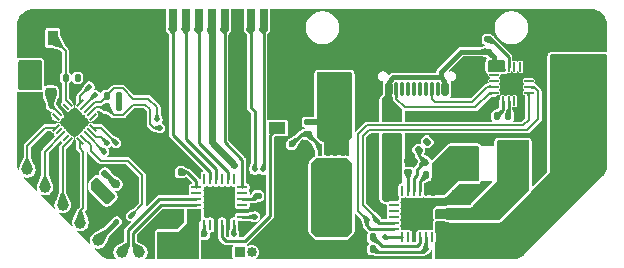
<source format=gbr>
%TF.GenerationSoftware,KiCad,Pcbnew,9.0.6-9.0.6~ubuntu25.04.1*%
%TF.CreationDate,2025-12-27T12:18:54+10:00*%
%TF.ProjectId,Stormbreaker,53746f72-6d62-4726-9561-6b65722e6b69,rev?*%
%TF.SameCoordinates,Original*%
%TF.FileFunction,Copper,L1,Top*%
%TF.FilePolarity,Positive*%
%FSLAX46Y46*%
G04 Gerber Fmt 4.6, Leading zero omitted, Abs format (unit mm)*
G04 Created by KiCad (PCBNEW 9.0.6-9.0.6~ubuntu25.04.1) date 2025-12-27 12:18:54*
%MOMM*%
%LPD*%
G01*
G04 APERTURE LIST*
G04 Aperture macros list*
%AMRoundRect*
0 Rectangle with rounded corners*
0 $1 Rounding radius*
0 $2 $3 $4 $5 $6 $7 $8 $9 X,Y pos of 4 corners*
0 Add a 4 corners polygon primitive as box body*
4,1,4,$2,$3,$4,$5,$6,$7,$8,$9,$2,$3,0*
0 Add four circle primitives for the rounded corners*
1,1,$1+$1,$2,$3*
1,1,$1+$1,$4,$5*
1,1,$1+$1,$6,$7*
1,1,$1+$1,$8,$9*
0 Add four rect primitives between the rounded corners*
20,1,$1+$1,$2,$3,$4,$5,0*
20,1,$1+$1,$4,$5,$6,$7,0*
20,1,$1+$1,$6,$7,$8,$9,0*
20,1,$1+$1,$8,$9,$2,$3,0*%
%AMRotRect*
0 Rectangle, with rotation*
0 The origin of the aperture is its center*
0 $1 length*
0 $2 width*
0 $3 Rotation angle, in degrees counterclockwise*
0 Add horizontal line*
21,1,$1,$2,0,0,$3*%
%AMFreePoly0*
4,1,14,0.334644,0.085355,0.385355,0.034644,0.400000,-0.000711,0.400000,-0.050000,0.385355,-0.085355,0.350000,-0.100000,-0.350000,-0.100000,-0.385355,-0.085355,-0.400000,-0.050000,-0.400000,0.050000,-0.385355,0.085355,-0.350000,0.100000,0.299289,0.100000,0.334644,0.085355,0.334644,0.085355,$1*%
%AMFreePoly1*
4,1,14,0.385355,0.085355,0.400000,0.050000,0.400000,0.000711,0.385355,-0.034644,0.334644,-0.085355,0.299289,-0.100000,-0.350000,-0.100000,-0.385355,-0.085355,-0.400000,-0.050000,-0.400000,0.050000,-0.385355,0.085355,-0.350000,0.100000,0.350000,0.100000,0.385355,0.085355,0.385355,0.085355,$1*%
%AMFreePoly2*
4,1,14,0.085355,0.385355,0.100000,0.350000,0.100000,-0.350000,0.085355,-0.385355,0.050000,-0.400000,-0.050000,-0.400000,-0.085355,-0.385355,-0.100000,-0.350000,-0.100000,0.299289,-0.085355,0.334644,-0.034644,0.385355,0.000711,0.400000,0.050000,0.400000,0.085355,0.385355,0.085355,0.385355,$1*%
%AMFreePoly3*
4,1,14,0.034644,0.385355,0.085355,0.334644,0.100000,0.299289,0.100000,-0.350000,0.085355,-0.385355,0.050000,-0.400000,-0.050000,-0.400000,-0.085355,-0.385355,-0.100000,-0.350000,-0.100000,0.350000,-0.085355,0.385355,-0.050000,0.400000,-0.000711,0.400000,0.034644,0.385355,0.034644,0.385355,$1*%
%AMFreePoly4*
4,1,14,0.385355,0.085355,0.400000,0.050000,0.400000,-0.050000,0.385355,-0.085355,0.350000,-0.100000,-0.299289,-0.100000,-0.334644,-0.085355,-0.385355,-0.034644,-0.400000,0.000711,-0.400000,0.050000,-0.385355,0.085355,-0.350000,0.100000,0.350000,0.100000,0.385355,0.085355,0.385355,0.085355,$1*%
%AMFreePoly5*
4,1,14,0.385355,0.085355,0.400000,0.050000,0.400000,-0.050000,0.385355,-0.085355,0.350000,-0.100000,-0.350000,-0.100000,-0.385355,-0.085355,-0.400000,-0.050000,-0.400000,-0.000711,-0.385355,0.034644,-0.334644,0.085355,-0.299289,0.100000,0.350000,0.100000,0.385355,0.085355,0.385355,0.085355,$1*%
%AMFreePoly6*
4,1,14,0.085355,0.385355,0.100000,0.350000,0.100000,-0.299289,0.085355,-0.334644,0.034644,-0.385355,-0.000711,-0.400000,-0.050000,-0.400000,-0.085355,-0.385355,-0.100000,-0.350000,-0.100000,0.350000,-0.085355,0.385355,-0.050000,0.400000,0.050000,0.400000,0.085355,0.385355,0.085355,0.385355,$1*%
%AMFreePoly7*
4,1,14,0.085355,0.385355,0.100000,0.350000,0.100000,-0.350000,0.085355,-0.385355,0.050000,-0.400000,0.000711,-0.400000,-0.034644,-0.385355,-0.085355,-0.334644,-0.100000,-0.299289,-0.100000,0.350000,-0.085355,0.385355,-0.050000,0.400000,0.050000,0.400000,0.085355,0.385355,0.085355,0.385355,$1*%
%AMFreePoly8*
4,1,21,1.372500,0.787500,0.862500,0.787500,0.862500,0.532500,1.372500,0.532500,1.372500,0.127500,0.862500,0.127500,0.862500,-0.127500,1.372500,-0.127500,1.372500,-0.532500,0.862500,-0.532500,0.862500,-0.787500,1.372500,-0.787500,1.372500,-1.195000,0.612500,-1.195000,0.612500,-1.117500,-0.862500,-1.117500,-0.862500,1.117500,0.612500,1.117500,0.612500,1.195000,1.372500,1.195000,
1.372500,0.787500,1.372500,0.787500,$1*%
G04 Aperture macros list end*
%TA.AperFunction,ComponentPad*%
%ADD10C,3.000000*%
%TD*%
%TA.AperFunction,ComponentPad*%
%ADD11C,1.000000*%
%TD*%
%TA.AperFunction,SMDPad,CuDef*%
%ADD12RoundRect,0.225000X0.250000X-0.225000X0.250000X0.225000X-0.250000X0.225000X-0.250000X-0.225000X0*%
%TD*%
%TA.AperFunction,SMDPad,CuDef*%
%ADD13RoundRect,0.140000X0.170000X-0.140000X0.170000X0.140000X-0.170000X0.140000X-0.170000X-0.140000X0*%
%TD*%
%TA.AperFunction,SMDPad,CuDef*%
%ADD14RoundRect,0.062500X-0.350000X-0.062500X0.350000X-0.062500X0.350000X0.062500X-0.350000X0.062500X0*%
%TD*%
%TA.AperFunction,SMDPad,CuDef*%
%ADD15RoundRect,0.062500X-0.062500X-0.350000X0.062500X-0.350000X0.062500X0.350000X-0.062500X0.350000X0*%
%TD*%
%TA.AperFunction,HeatsinkPad*%
%ADD16C,0.500000*%
%TD*%
%TA.AperFunction,HeatsinkPad*%
%ADD17R,2.700000X2.700000*%
%TD*%
%TA.AperFunction,SMDPad,CuDef*%
%ADD18RoundRect,0.135000X-0.135000X-0.185000X0.135000X-0.185000X0.135000X0.185000X-0.135000X0.185000X0*%
%TD*%
%TA.AperFunction,SMDPad,CuDef*%
%ADD19FreePoly0,315.000000*%
%TD*%
%TA.AperFunction,SMDPad,CuDef*%
%ADD20RoundRect,0.050000X-0.282843X0.212132X0.212132X-0.282843X0.282843X-0.212132X-0.212132X0.282843X0*%
%TD*%
%TA.AperFunction,SMDPad,CuDef*%
%ADD21FreePoly1,315.000000*%
%TD*%
%TA.AperFunction,SMDPad,CuDef*%
%ADD22FreePoly2,315.000000*%
%TD*%
%TA.AperFunction,SMDPad,CuDef*%
%ADD23RoundRect,0.050000X-0.282843X-0.212132X-0.212132X-0.282843X0.282843X0.212132X0.212132X0.282843X0*%
%TD*%
%TA.AperFunction,SMDPad,CuDef*%
%ADD24FreePoly3,315.000000*%
%TD*%
%TA.AperFunction,SMDPad,CuDef*%
%ADD25FreePoly4,315.000000*%
%TD*%
%TA.AperFunction,SMDPad,CuDef*%
%ADD26FreePoly5,315.000000*%
%TD*%
%TA.AperFunction,SMDPad,CuDef*%
%ADD27FreePoly6,315.000000*%
%TD*%
%TA.AperFunction,SMDPad,CuDef*%
%ADD28FreePoly7,315.000000*%
%TD*%
%TA.AperFunction,HeatsinkPad*%
%ADD29RotRect,1.700000X1.700000X315.000000*%
%TD*%
%TA.AperFunction,SMDPad,CuDef*%
%ADD30RoundRect,0.140000X-0.021213X0.219203X-0.219203X0.021213X0.021213X-0.219203X0.219203X-0.021213X0*%
%TD*%
%TA.AperFunction,SMDPad,CuDef*%
%ADD31RoundRect,0.250000X-0.700000X-1.000000X0.700000X-1.000000X0.700000X1.000000X-0.700000X1.000000X0*%
%TD*%
%TA.AperFunction,SMDPad,CuDef*%
%ADD32RoundRect,0.140000X-0.140000X-0.170000X0.140000X-0.170000X0.140000X0.170000X-0.140000X0.170000X0*%
%TD*%
%TA.AperFunction,SMDPad,CuDef*%
%ADD33RoundRect,0.140000X-0.170000X0.140000X-0.170000X-0.140000X0.170000X-0.140000X0.170000X0.140000X0*%
%TD*%
%TA.AperFunction,SMDPad,CuDef*%
%ADD34RoundRect,0.062500X-0.375000X-0.062500X0.375000X-0.062500X0.375000X0.062500X-0.375000X0.062500X0*%
%TD*%
%TA.AperFunction,SMDPad,CuDef*%
%ADD35RoundRect,0.062500X-0.062500X-0.375000X0.062500X-0.375000X0.062500X0.375000X-0.062500X0.375000X0*%
%TD*%
%TA.AperFunction,HeatsinkPad*%
%ADD36R,2.500000X2.500000*%
%TD*%
%TA.AperFunction,SMDPad,CuDef*%
%ADD37RoundRect,0.225000X0.225000X0.250000X-0.225000X0.250000X-0.225000X-0.250000X0.225000X-0.250000X0*%
%TD*%
%TA.AperFunction,SMDPad,CuDef*%
%ADD38C,0.750000*%
%TD*%
%TA.AperFunction,SMDPad,CuDef*%
%ADD39RoundRect,0.150000X0.150000X0.425000X-0.150000X0.425000X-0.150000X-0.425000X0.150000X-0.425000X0*%
%TD*%
%TA.AperFunction,SMDPad,CuDef*%
%ADD40RoundRect,0.075000X0.075000X0.500000X-0.075000X0.500000X-0.075000X-0.500000X0.075000X-0.500000X0*%
%TD*%
%TA.AperFunction,HeatsinkPad*%
%ADD41O,1.000000X2.100000*%
%TD*%
%TA.AperFunction,HeatsinkPad*%
%ADD42O,1.000000X1.800000*%
%TD*%
%TA.AperFunction,ComponentPad*%
%ADD43RoundRect,0.250000X0.625000X-0.350000X0.625000X0.350000X-0.625000X0.350000X-0.625000X-0.350000X0*%
%TD*%
%TA.AperFunction,ComponentPad*%
%ADD44O,1.750000X1.200000*%
%TD*%
%TA.AperFunction,SMDPad,CuDef*%
%ADD45RoundRect,0.100000X-0.038891X-0.180312X0.180312X0.038891X0.038891X0.180312X-0.180312X-0.038891X0*%
%TD*%
%TA.AperFunction,SMDPad,CuDef*%
%ADD46R,0.405000X0.990000*%
%TD*%
%TA.AperFunction,SMDPad,CuDef*%
%ADD47FreePoly8,270.000000*%
%TD*%
%TA.AperFunction,SMDPad,CuDef*%
%ADD48R,0.700000X1.750000*%
%TD*%
%TA.AperFunction,SMDPad,CuDef*%
%ADD49R,1.450000X1.000000*%
%TD*%
%TA.AperFunction,SMDPad,CuDef*%
%ADD50R,1.000000X1.550000*%
%TD*%
%TA.AperFunction,SMDPad,CuDef*%
%ADD51R,0.800000X1.500000*%
%TD*%
%TA.AperFunction,SMDPad,CuDef*%
%ADD52R,1.300000X1.500000*%
%TD*%
%TA.AperFunction,SMDPad,CuDef*%
%ADD53R,1.500000X1.500000*%
%TD*%
%TA.AperFunction,SMDPad,CuDef*%
%ADD54R,0.800000X1.400000*%
%TD*%
%TA.AperFunction,SMDPad,CuDef*%
%ADD55RoundRect,0.135000X0.185000X-0.135000X0.185000X0.135000X-0.185000X0.135000X-0.185000X-0.135000X0*%
%TD*%
%TA.AperFunction,ComponentPad*%
%ADD56R,0.850000X0.850000*%
%TD*%
%TA.AperFunction,ComponentPad*%
%ADD57C,0.850000*%
%TD*%
%TA.AperFunction,SMDPad,CuDef*%
%ADD58R,0.900000X1.270000*%
%TD*%
%TA.AperFunction,SMDPad,CuDef*%
%ADD59R,1.450000X0.800000*%
%TD*%
%TA.AperFunction,SMDPad,CuDef*%
%ADD60RoundRect,0.135000X-0.035355X0.226274X-0.226274X0.035355X0.035355X-0.226274X0.226274X-0.035355X0*%
%TD*%
%TA.AperFunction,ComponentPad*%
%ADD61R,1.200000X1.200000*%
%TD*%
%TA.AperFunction,ComponentPad*%
%ADD62O,1.200000X1.200000*%
%TD*%
%TA.AperFunction,SMDPad,CuDef*%
%ADD63RoundRect,0.135000X0.135000X0.185000X-0.135000X0.185000X-0.135000X-0.185000X0.135000X-0.185000X0*%
%TD*%
%TA.AperFunction,SMDPad,CuDef*%
%ADD64C,1.500000*%
%TD*%
%TA.AperFunction,SMDPad,CuDef*%
%ADD65RoundRect,0.140000X0.140000X0.170000X-0.140000X0.170000X-0.140000X-0.170000X0.140000X-0.170000X0*%
%TD*%
%TA.AperFunction,SMDPad,CuDef*%
%ADD66RoundRect,0.062500X-0.337500X-0.062500X0.337500X-0.062500X0.337500X0.062500X-0.337500X0.062500X0*%
%TD*%
%TA.AperFunction,SMDPad,CuDef*%
%ADD67RoundRect,0.062500X-0.062500X-0.337500X0.062500X-0.337500X0.062500X0.337500X-0.062500X0.337500X0*%
%TD*%
%TA.AperFunction,ComponentPad*%
%ADD68C,0.600000*%
%TD*%
%TA.AperFunction,SMDPad,CuDef*%
%ADD69RoundRect,0.250000X-0.600000X-0.600000X0.600000X-0.600000X0.600000X0.600000X-0.600000X0.600000X0*%
%TD*%
%TA.AperFunction,SMDPad,CuDef*%
%ADD70C,2.000000*%
%TD*%
%TA.AperFunction,ViaPad*%
%ADD71C,0.500000*%
%TD*%
%TA.AperFunction,ViaPad*%
%ADD72C,0.600000*%
%TD*%
%TA.AperFunction,ViaPad*%
%ADD73C,0.800000*%
%TD*%
%TA.AperFunction,Conductor*%
%ADD74C,0.250000*%
%TD*%
%TA.AperFunction,Conductor*%
%ADD75C,0.400000*%
%TD*%
%TA.AperFunction,Conductor*%
%ADD76C,0.200000*%
%TD*%
%TA.AperFunction,Conductor*%
%ADD77C,0.500000*%
%TD*%
%TA.AperFunction,Conductor*%
%ADD78C,0.600000*%
%TD*%
G04 APERTURE END LIST*
D10*
%TO.P,TP9,1,1*%
%TO.N,GND*%
X136750000Y-60250000D03*
%TD*%
D11*
%TO.P,TP4,1,1*%
%TO.N,Net-(Q2-D)*%
X121000000Y-60750000D03*
%TD*%
D12*
%TO.P,C13,1*%
%TO.N,VCC*%
X117000000Y-48275000D03*
%TO.P,C13,2*%
%TO.N,GND*%
X117000000Y-46725000D03*
%TD*%
D11*
%TO.P,TP1,1,1*%
%TO.N,D+*%
X124500000Y-61750000D03*
%TD*%
D13*
%TO.P,C5,1*%
%TO.N,VCC*%
X151250000Y-58480000D03*
%TO.P,C5,2*%
%TO.N,GND*%
X151250000Y-57520000D03*
%TD*%
D14*
%TO.P,U1,1,VBUS*%
%TO.N,VBUS*%
X146037500Y-57250000D03*
%TO.P,U1,2,D+*%
%TO.N,unconnected-(U1-D+-Pad2)*%
X146037500Y-57750000D03*
%TO.P,U1,3,D-*%
%TO.N,unconnected-(U1-D--Pad3)*%
X146037500Y-58250000D03*
%TO.P,U1,4,STAT*%
%TO.N,unconnected-(U1-STAT-Pad4)*%
X146037500Y-58750000D03*
%TO.P,U1,5,SCL*%
%TO.N,SCL_2*%
X146037500Y-59250000D03*
%TO.P,U1,6,SDA*%
%TO.N,SDA_2*%
X146037500Y-59750000D03*
D15*
%TO.P,U1,7,INT*%
%TO.N,/BQ_~{INT}*%
X146750000Y-60462500D03*
%TO.P,U1,8,OTG*%
%TO.N,unconnected-(U1-OTG-Pad8)*%
X147250000Y-60462500D03*
%TO.P,U1,9,~{CE}*%
%TO.N,GND*%
X147750000Y-60462500D03*
%TO.P,U1,10,ILIM*%
%TO.N,Net-(U1-ILIM)*%
X148250000Y-60462500D03*
%TO.P,U1,11,TS*%
%TO.N,Net-(U1-TS)*%
X148750000Y-60462500D03*
%TO.P,U1,12,~{QON}*%
%TO.N,unconnected-(U1-~{QON}-Pad12)*%
X149250000Y-60462500D03*
D14*
%TO.P,U1,13,BAT*%
%TO.N,/BATT*%
X149962500Y-59750000D03*
%TO.P,U1,14,BAT*%
X149962500Y-59250000D03*
%TO.P,U1,15,SYS*%
%TO.N,VCC*%
X149962500Y-58750000D03*
%TO.P,U1,16,SYS*%
X149962500Y-58250000D03*
%TO.P,U1,17,PGND*%
%TO.N,GND*%
X149962500Y-57750000D03*
%TO.P,U1,18,PGND*%
X149962500Y-57250000D03*
D15*
%TO.P,U1,19,SW*%
%TO.N,Net-(C3-Pad1)*%
X149250000Y-56537500D03*
%TO.P,U1,20,SW*%
X148750000Y-56537500D03*
%TO.P,U1,21,BTST*%
%TO.N,Net-(U1-BTST)*%
X148250000Y-56537500D03*
%TO.P,U1,22,REGN*%
%TO.N,Net-(U1-REGN)*%
X147750000Y-56537500D03*
%TO.P,U1,23,PMID*%
%TO.N,Net-(U1-PMID)*%
X147250000Y-56537500D03*
%TO.P,U1,24,DSEL*%
%TO.N,unconnected-(U1-DSEL-Pad24)*%
X146750000Y-56537500D03*
D16*
%TO.P,U1,25,PGND*%
%TO.N,GND*%
X146900000Y-57400000D03*
X146900000Y-58500000D03*
X146900000Y-59600000D03*
X148000000Y-57400000D03*
X148000000Y-58500000D03*
D17*
X148000000Y-58500000D03*
D16*
X148000000Y-59600000D03*
X149100000Y-57400000D03*
X149100000Y-58500000D03*
X149100000Y-59600000D03*
%TD*%
D18*
%TO.P,R9,1*%
%TO.N,SDA_2*%
X121740000Y-49500000D03*
%TO.P,R9,2*%
%TO.N,VCC*%
X122760000Y-49500000D03*
%TD*%
D19*
%TO.P,U3,1,PA2*%
%TO.N,/PowerButton*%
X118540381Y-49159010D03*
D20*
%TO.P,U3,2,PA3*%
%TO.N,unconnected-(U3-PA3-Pad2)*%
X118257538Y-49441852D03*
%TO.P,U3,3,GND*%
%TO.N,GND*%
X117974695Y-49724695D03*
%TO.P,U3,4,VCC*%
%TO.N,VCC*%
X117691852Y-50007538D03*
D21*
%TO.P,U3,5,PA4*%
%TO.N,unconnected-(U3-PA4-Pad5)*%
X117409010Y-50290381D03*
D22*
%TO.P,U3,6,PA5*%
%TO.N,/LED*%
X117409010Y-51209619D03*
D23*
%TO.P,U3,7,PA6*%
%TO.N,unconnected-(U3-PA6-Pad7)*%
X117691852Y-51492462D03*
%TO.P,U3,8,PA7*%
%TO.N,/ALERT*%
X117974695Y-51775305D03*
%TO.P,U3,9,PB5*%
%TO.N,unconnected-(U3-PB5-Pad9)*%
X118257538Y-52058148D03*
D24*
%TO.P,U3,10,PB4*%
%TO.N,/Wii_SHUTDOWN*%
X118540381Y-52340990D03*
D25*
%TO.P,U3,11,PB3*%
%TO.N,/Wii_POWER*%
X119459619Y-52340990D03*
D20*
%TO.P,U3,12,PB2*%
%TO.N,FAN_PWM*%
X119742462Y-52058148D03*
%TO.P,U3,13,PB1*%
%TO.N,SDA*%
X120025305Y-51775305D03*
%TO.P,U3,14,PB0*%
%TO.N,SCL*%
X120308148Y-51492462D03*
D26*
%TO.P,U3,15,PC0*%
%TO.N,/BQ_~{INT}*%
X120590990Y-51209619D03*
D27*
%TO.P,U3,16,PC1*%
%TO.N,unconnected-(U3-PC1-Pad16)*%
X120590990Y-50290381D03*
D23*
%TO.P,U3,17,PC2*%
%TO.N,SDA_2*%
X120308148Y-50007538D03*
%TO.P,U3,18,PC3*%
%TO.N,SCL_2*%
X120025305Y-49724695D03*
%TO.P,U3,19,~{RESET}/PA0*%
%TO.N,/PA0*%
X119742462Y-49441852D03*
D28*
%TO.P,U3,20,PA1*%
%TO.N,Net-(Q1-G)*%
X119459619Y-49159010D03*
D29*
%TO.P,U3,21,GND*%
%TO.N,GND*%
X119000000Y-50750000D03*
%TD*%
D30*
%TO.P,C4,1*%
%TO.N,GND*%
X149339411Y-53410589D03*
%TO.P,C4,2*%
%TO.N,Net-(U1-REGN)*%
X148660589Y-54089411D03*
%TD*%
D11*
%TO.P,TP7,1,1*%
%TO.N,/Wii_SHUTDOWN*%
X118000000Y-57750000D03*
%TD*%
D31*
%TO.P,L1,1*%
%TO.N,Net-(C3-Pad1)*%
X151950000Y-54250000D03*
%TO.P,L1,2*%
%TO.N,VCC*%
X156050000Y-54250000D03*
%TD*%
D32*
%TO.P,C9,1*%
%TO.N,+3.3V*%
X129020000Y-61750000D03*
%TO.P,C9,2*%
%TO.N,GND*%
X129980000Y-61750000D03*
%TD*%
D11*
%TO.P,TP10,1,1*%
%TO.N,/LED*%
X115000000Y-54750000D03*
%TD*%
%TO.P,TP2,1,1*%
%TO.N,D-*%
X123000000Y-61750000D03*
%TD*%
D18*
%TO.P,R10,1*%
%TO.N,SCL_2*%
X121740000Y-48500000D03*
%TO.P,R10,2*%
%TO.N,VCC*%
X122760000Y-48500000D03*
%TD*%
D33*
%TO.P,C7,1*%
%TO.N,GND*%
X147250000Y-54020000D03*
%TO.P,C7,2*%
%TO.N,Net-(U1-PMID)*%
X147250000Y-54980000D03*
%TD*%
D13*
%TO.P,C12,1*%
%TO.N,Net-(U2-SDREG)*%
X134500000Y-56980000D03*
%TO.P,C12,2*%
%TO.N,GND*%
X134500000Y-56020000D03*
%TD*%
D18*
%TO.P,R1,1*%
%TO.N,GND*%
X143240000Y-60500000D03*
%TO.P,R1,2*%
%TO.N,Net-(U1-ILIM)*%
X144260000Y-60500000D03*
%TD*%
D34*
%TO.P,U2,1,VDD*%
%TO.N,Net-(U2-VDD)*%
X129312500Y-56250000D03*
%TO.P,U2,2*%
%TO.N,N/C*%
X129312500Y-56750000D03*
%TO.P,U2,3,D-*%
%TO.N,D-*%
X129312500Y-57250000D03*
%TO.P,U2,4,D+*%
%TO.N,D+*%
X129312500Y-57750000D03*
%TO.P,U2,5,AVDD33*%
%TO.N,+3.3V*%
X129312500Y-58250000D03*
%TO.P,U2,6,DVDD33*%
X129312500Y-58750000D03*
D35*
%TO.P,U2,7,SD_VCC*%
%TO.N,SD_VCC*%
X130000000Y-59437500D03*
%TO.P,U2,8*%
%TO.N,N/C*%
X130500000Y-59437500D03*
%TO.P,U2,9,PIO5*%
%TO.N,GND*%
X131000000Y-59437500D03*
%TO.P,U2,10,SD_CDZ*%
%TO.N,SD_DECT*%
X131500000Y-59437500D03*
%TO.P,U2,11,SD_WP*%
%TO.N,GND*%
X132000000Y-59437500D03*
%TO.P,U2,12,SD_D1*%
%TO.N,SD_D1*%
X132500000Y-59437500D03*
D34*
%TO.P,U2,13,SD_D0*%
%TO.N,SD_D0*%
X133187500Y-58750000D03*
%TO.P,U2,14,PIO0*%
%TO.N,GND*%
X133187500Y-58250000D03*
%TO.P,U2,15*%
%TO.N,N/C*%
X133187500Y-57750000D03*
%TO.P,U2,16,SDREG*%
%TO.N,Net-(U2-SDREG)*%
X133187500Y-57250000D03*
%TO.P,U2,17*%
%TO.N,N/C*%
X133187500Y-56750000D03*
%TO.P,U2,18,SD_CLK*%
%TO.N,SD_CLK*%
X133187500Y-56250000D03*
D35*
%TO.P,U2,19*%
%TO.N,N/C*%
X132500000Y-55562500D03*
%TO.P,U2,20,SD_CMD*%
%TO.N,SD_CMD*%
X132000000Y-55562500D03*
%TO.P,U2,21*%
%TO.N,N/C*%
X131500000Y-55562500D03*
%TO.P,U2,22,SD_D3*%
%TO.N,SD_D3*%
X131000000Y-55562500D03*
%TO.P,U2,23,SD_D2*%
%TO.N,SD_D2*%
X130500000Y-55562500D03*
%TO.P,U2,24*%
%TO.N,N/C*%
X130000000Y-55562500D03*
D36*
%TO.P,U2,25,EP*%
%TO.N,GND*%
X131250000Y-57500000D03*
%TD*%
D13*
%TO.P,C6,1*%
%TO.N,VCC*%
X152250000Y-58480000D03*
%TO.P,C6,2*%
%TO.N,GND*%
X152250000Y-57520000D03*
%TD*%
D37*
%TO.P,C2,1*%
%TO.N,/BATT*%
X160000000Y-51750000D03*
%TO.P,C2,2*%
%TO.N,GND*%
X158450000Y-51750000D03*
%TD*%
D38*
%TO.P,J3,1,Pin_1*%
%TO.N,VCC*%
X121601974Y-56898026D03*
%TO.P,J3,2,Pin_2*%
%TO.N,/PA0*%
X122500000Y-56000000D03*
%TO.P,J3,3,Pin_3*%
%TO.N,GND*%
X123398026Y-55101974D03*
%TD*%
D39*
%TO.P,J2,A1,GND*%
%TO.N,GND*%
X151200000Y-47930000D03*
%TO.P,J2,A4,VBUS*%
%TO.N,VBUS*%
X150400000Y-47930000D03*
D40*
%TO.P,J2,A5,CC1*%
%TO.N,CC1*%
X149250000Y-47930000D03*
%TO.P,J2,A6,D+*%
%TO.N,unconnected-(J2-D+-PadA6)*%
X148250000Y-47930000D03*
%TO.P,J2,A7,D-*%
%TO.N,unconnected-(J2-D--PadA7)*%
X147750000Y-47930000D03*
%TO.P,J2,A8*%
%TO.N,N/C*%
X146750000Y-47930000D03*
D39*
%TO.P,J2,A9,VBUS*%
%TO.N,VBUS*%
X145600000Y-47930000D03*
%TO.P,J2,A12,GND*%
%TO.N,GND*%
X144800000Y-47930000D03*
%TO.P,J2,B1,GND*%
X144800000Y-47930000D03*
%TO.P,J2,B4,VBUS*%
%TO.N,VBUS*%
X145600000Y-47930000D03*
D40*
%TO.P,J2,B5,CC2*%
%TO.N,CC2*%
X146250000Y-47930000D03*
%TO.P,J2,B6,D+*%
%TO.N,unconnected-(J2-D+-PadB6)*%
X147250000Y-47930000D03*
%TO.P,J2,B7,D-*%
%TO.N,unconnected-(J2-D--PadB7)*%
X148750000Y-47930000D03*
%TO.P,J2,B8*%
%TO.N,N/C*%
X149750000Y-47930000D03*
D39*
%TO.P,J2,B9,VBUS*%
%TO.N,VBUS*%
X150400000Y-47930000D03*
%TO.P,J2,B12,GND*%
%TO.N,GND*%
X151200000Y-47930000D03*
D41*
%TO.P,J2,S1,SHIELD*%
X152320000Y-47355000D03*
D42*
X152320000Y-43175000D03*
D41*
X143680000Y-47355000D03*
D42*
X143680000Y-43175000D03*
%TD*%
D37*
%TO.P,C1,1*%
%TO.N,VBUS*%
X145775000Y-55000000D03*
%TO.P,C1,2*%
%TO.N,GND*%
X144225000Y-55000000D03*
%TD*%
D43*
%TO.P,BT2,1,+*%
%TO.N,/BATT*%
X161000000Y-46000000D03*
D44*
%TO.P,BT2,2,-*%
%TO.N,GND*%
X161000000Y-44000000D03*
%TD*%
D11*
%TO.P,TP6,1,1*%
%TO.N,/Wii_POWER*%
X119500000Y-59250000D03*
%TD*%
D45*
%TO.P,Q2,1,G*%
%TO.N,FAN_PWM*%
X123809637Y-58647470D03*
%TO.P,Q2,2,S*%
%TO.N,GND*%
X123102530Y-57940363D03*
%TO.P,Q2,3,D*%
%TO.N,Net-(Q2-D)*%
X122543916Y-59206084D03*
%TD*%
D46*
%TO.P,Q1,1,S*%
%TO.N,VCC*%
X141740000Y-53065000D03*
%TO.P,Q1,2,S*%
X141080000Y-53065000D03*
%TO.P,Q1,3,S*%
X140420000Y-53065000D03*
%TO.P,Q1,4,G*%
%TO.N,Net-(Q1-G)*%
X139760000Y-53065000D03*
D47*
%TO.P,Q1,5,D*%
%TO.N,VDD*%
X140750000Y-55057500D03*
%TD*%
D37*
%TO.P,C14,1*%
%TO.N,VBUS*%
X145775000Y-49750000D03*
%TO.P,C14,2*%
%TO.N,GND*%
X144225000Y-49750000D03*
%TD*%
D48*
%TO.P,J1,1,DAT2*%
%TO.N,SD_D2*%
X127305000Y-42025000D03*
%TO.P,J1,2,DAT3/CD*%
%TO.N,SD_D3*%
X128405000Y-42025000D03*
%TO.P,J1,3,CMD*%
%TO.N,SD_CMD*%
X129505000Y-42025000D03*
%TO.P,J1,4,VDD*%
%TO.N,SD_VCC*%
X130605000Y-42025000D03*
%TO.P,J1,5,CLK*%
%TO.N,SD_CLK*%
X131705000Y-42025000D03*
%TO.P,J1,6,VSS*%
%TO.N,GND*%
X132805000Y-42025000D03*
%TO.P,J1,7,DAT0*%
%TO.N,SD_D0*%
X133905000Y-42025000D03*
%TO.P,J1,8,DAT1*%
%TO.N,SD_D1*%
X135005000Y-42025000D03*
D49*
%TO.P,J1,9,DET*%
%TO.N,SD_DECT*%
X136130000Y-51250000D03*
D50*
%TO.P,J1,10,SHIELD*%
%TO.N,GND*%
X124905000Y-52825000D03*
D51*
%TO.P,J1,11,SHIELD*%
X136455000Y-49750000D03*
D52*
X136205000Y-42150000D03*
D53*
X124855000Y-42150000D03*
D54*
X124505000Y-50400000D03*
%TD*%
D55*
%TO.P,R11,1*%
%TO.N,VBUS*%
X154000000Y-44760000D03*
%TO.P,R11,2*%
%TO.N,Net-(U4-GATE)*%
X154000000Y-43740000D03*
%TD*%
D56*
%TO.P,J5,1,Pin_1*%
%TO.N,SDA*%
X133000000Y-61750000D03*
D57*
%TO.P,J5,2,Pin_2*%
%TO.N,SCL*%
X134000000Y-61750000D03*
%TD*%
D11*
%TO.P,TP11,1,1*%
%TO.N,/ALERT*%
X116500000Y-56250000D03*
%TD*%
D58*
%TO.P,SW1,1,1*%
%TO.N,/PowerButton*%
X117150000Y-43635000D03*
%TO.P,SW1,2,2*%
%TO.N,GND*%
X121350000Y-43635000D03*
D59*
%TO.P,SW1,MP,MP*%
X122625000Y-41750000D03*
X115875000Y-41750000D03*
%TD*%
D18*
%TO.P,R2,1*%
%TO.N,GND*%
X143240001Y-61500000D03*
%TO.P,R2,2*%
%TO.N,Net-(U1-TS)*%
X144259999Y-61500000D03*
%TD*%
D32*
%TO.P,C15,1*%
%TO.N,GND*%
X153770000Y-50250707D03*
%TO.P,C15,2*%
%TO.N,Net-(U4-VDD)*%
X154730000Y-50250707D03*
%TD*%
D60*
%TO.P,R7,1*%
%TO.N,/PA0*%
X121610624Y-55139376D03*
%TO.P,R7,2*%
%TO.N,VCC*%
X120889376Y-55860624D03*
%TD*%
D61*
%TO.P,BT1,1,+*%
%TO.N,/BATT*%
X115250000Y-47000000D03*
D62*
%TO.P,BT1,2,-*%
%TO.N,GND*%
X115250000Y-49000000D03*
%TD*%
D63*
%TO.P,R6,1*%
%TO.N,GND*%
X156760000Y-50251000D03*
%TO.P,R6,2*%
%TO.N,Net-(U4-~{DEBUG})*%
X155740000Y-50251000D03*
%TD*%
D37*
%TO.P,C16,1*%
%TO.N,/BATT*%
X160000000Y-53250000D03*
%TO.P,C16,2*%
%TO.N,GND*%
X158450000Y-53250000D03*
%TD*%
D10*
%TO.P,TP5,1,1*%
%TO.N,VDD*%
X140750000Y-58750000D03*
%TD*%
D55*
%TO.P,R8,1*%
%TO.N,Net-(Q1-G)*%
X138750000Y-51770000D03*
%TO.P,R8,2*%
%TO.N,VCC*%
X138750000Y-50750000D03*
%TD*%
D64*
%TO.P,TP3,1,1*%
%TO.N,+3.3V*%
X127250000Y-61250000D03*
%TD*%
D18*
%TO.P,R5,1*%
%TO.N,/PowerButton*%
X118240000Y-47000000D03*
%TO.P,R5,2*%
%TO.N,VCC*%
X119260000Y-47000000D03*
%TD*%
D60*
%TO.P,R3,1*%
%TO.N,Net-(U1-TS)*%
X148860624Y-52389376D03*
%TO.P,R3,2*%
%TO.N,Net-(U1-REGN)*%
X148139376Y-53110624D03*
%TD*%
D65*
%TO.P,C8,1*%
%TO.N,Net-(U2-VDD)*%
X128000000Y-55000000D03*
%TO.P,C8,2*%
%TO.N,GND*%
X127040000Y-55000000D03*
%TD*%
D66*
%TO.P,U4,1,D+*%
%TO.N,unconnected-(U4-D+-Pad1)*%
X154550000Y-46750000D03*
%TO.P,U4,2,D-*%
%TO.N,unconnected-(U4-D--Pad2)*%
X154550000Y-47250000D03*
%TO.P,U4,3,CC1*%
%TO.N,CC1*%
X154550000Y-47750000D03*
%TO.P,U4,4,CC2*%
%TO.N,CC2*%
X154550000Y-48250000D03*
D67*
%TO.P,U4,5,VDD*%
%TO.N,Net-(U4-VDD)*%
X155250000Y-48950000D03*
%TO.P,U4,6,~{DEBUG}*%
%TO.N,Net-(U4-~{DEBUG})*%
X155750000Y-48950000D03*
%TO.P,U4,7,OUT1*%
%TO.N,unconnected-(U4-OUT1-Pad7)*%
X156250000Y-48950000D03*
%TO.P,U4,8,ADDR*%
%TO.N,GND*%
X156750000Y-48950000D03*
D66*
%TO.P,U4,9,SDA*%
%TO.N,SDA_2*%
X157450000Y-48250000D03*
%TO.P,U4,10,SCL*%
%TO.N,SCL_2*%
X157450000Y-47750000D03*
%TO.P,U4,11,~{INT}*%
%TO.N,unconnected-(U4-~{INT}-Pad11)*%
X157450000Y-47250000D03*
%TO.P,U4,12,~{EN}*%
%TO.N,GND*%
X157450000Y-46750000D03*
D67*
%TO.P,U4,13,FAULT*%
%TO.N,unconnected-(U4-FAULT-Pad13)*%
X156750000Y-46050000D03*
%TO.P,U4,14,FLGIN*%
%TO.N,unconnected-(U4-FLGIN-Pad14)*%
X156250000Y-46050000D03*
%TO.P,U4,15,GATE*%
%TO.N,Net-(U4-GATE)*%
X155750000Y-46050000D03*
%TO.P,U4,16,VBUS*%
%TO.N,VBUS*%
X155250000Y-46050000D03*
D68*
%TO.P,U4,17,GND*%
%TO.N,GND*%
X156000000Y-47500000D03*
D69*
X156000000Y-47500000D03*
%TD*%
D70*
%TO.P,TP8,1,1*%
%TO.N,VCC*%
X141000000Y-47750000D03*
%TD*%
D65*
%TO.P,C3,1*%
%TO.N,Net-(C3-Pad1)*%
X149710000Y-55250000D03*
%TO.P,C3,2*%
%TO.N,Net-(U1-BTST)*%
X148750000Y-55250000D03*
%TD*%
D71*
%TO.N,GND*%
X162500000Y-44000000D03*
D72*
X136250000Y-53000000D03*
X122625000Y-41750000D03*
X151200000Y-47930000D03*
D71*
X163000000Y-44500000D03*
D72*
X114750000Y-50000000D03*
D71*
X163000000Y-43500000D03*
D72*
X137500000Y-50000000D03*
X131250000Y-58250000D03*
D71*
X163500000Y-44500000D03*
D72*
X132805000Y-49750000D03*
D71*
X154500000Y-49000000D03*
D73*
X131250000Y-57500000D03*
X133500000Y-53000000D03*
D71*
X119000000Y-50000000D03*
X162500000Y-43500000D03*
X144500000Y-53000000D03*
X163500000Y-43500000D03*
D72*
X132805000Y-42025000D03*
D71*
X119000000Y-51500000D03*
D72*
X124855000Y-42150000D03*
X115750000Y-50000000D03*
D71*
X162500000Y-44500000D03*
D72*
X131250000Y-56750000D03*
X144800000Y-47930000D03*
X132000000Y-58250000D03*
D71*
X163500000Y-44000000D03*
X119750000Y-50750000D03*
D72*
X124000000Y-56750000D03*
X125000000Y-54500000D03*
X127500000Y-58500000D03*
D73*
X119000000Y-50750000D03*
D71*
X151250000Y-57520000D03*
D72*
X115875000Y-41750000D03*
X119000000Y-55750000D03*
X124505000Y-50400000D03*
X136205000Y-42150000D03*
X117250000Y-54000000D03*
X116000000Y-52750000D03*
X132000000Y-57500000D03*
D71*
X118250000Y-50750000D03*
D72*
X136455000Y-49750000D03*
X132000000Y-56750000D03*
D71*
X163000000Y-44000000D03*
D72*
X142500000Y-61000000D03*
X127500000Y-56500000D03*
X124905000Y-52850000D03*
X151250000Y-56750000D03*
X115250000Y-50000000D03*
D71*
X147250000Y-53000000D03*
D72*
%TO.N,/BATT*%
X161000000Y-47250000D03*
D73*
X151250000Y-60750000D03*
D71*
X163000000Y-46500000D03*
D73*
X153250000Y-60750000D03*
X152250000Y-60750000D03*
D71*
X163000000Y-46000000D03*
X162500000Y-46500000D03*
X163500000Y-46500000D03*
D72*
X115750000Y-46000000D03*
X160250000Y-47250000D03*
D71*
X162500000Y-45500000D03*
D73*
X153250000Y-59750000D03*
D72*
X161750000Y-47250000D03*
D73*
X152250000Y-61750000D03*
D72*
X114750000Y-46000000D03*
D71*
X163500000Y-45500000D03*
D73*
X152250000Y-59750000D03*
D72*
X151750000Y-61250000D03*
D73*
X151250000Y-61750000D03*
D72*
X152750000Y-61250000D03*
X115250000Y-46000000D03*
X151750000Y-60250000D03*
D71*
X163000000Y-45500000D03*
X163500000Y-46000000D03*
D73*
X153250000Y-61750000D03*
X151250000Y-59750000D03*
D71*
X162500000Y-46000000D03*
D72*
X152750000Y-60250000D03*
D71*
%TO.N,VBUS*%
X145250000Y-49000000D03*
D72*
X150400000Y-47930000D03*
X145600000Y-47930000D03*
X146250000Y-53750000D03*
X145500000Y-53000000D03*
X146250000Y-53000000D03*
X146250000Y-52250000D03*
X145500000Y-52250000D03*
D71*
X145750000Y-49000000D03*
D72*
X145500000Y-53750000D03*
D71*
%TO.N,VCC*%
X154000000Y-57250000D03*
X156750000Y-52500000D03*
X140500000Y-50250000D03*
X140000000Y-50250000D03*
X153000000Y-58250000D03*
X157250000Y-53250000D03*
X157250000Y-55250000D03*
X142000000Y-51750000D03*
X140000000Y-51750000D03*
X157250000Y-54250000D03*
X154500000Y-57250000D03*
X142000000Y-50750000D03*
X156000000Y-57250000D03*
X140000000Y-50750000D03*
X154500000Y-58750000D03*
X141500000Y-51750000D03*
X153500000Y-58750000D03*
X155500000Y-56750000D03*
X154500000Y-57750000D03*
X141500000Y-50750000D03*
X141000000Y-51750000D03*
D72*
X155250000Y-56000000D03*
D71*
X154000000Y-58750000D03*
D72*
X156750000Y-56000000D03*
D71*
X155500000Y-57750000D03*
X140500000Y-49750000D03*
X155000000Y-57750000D03*
X153500000Y-58250000D03*
D72*
X156000000Y-56000000D03*
D71*
X141000000Y-50750000D03*
X141500000Y-51250000D03*
X155500000Y-57250000D03*
X140000000Y-51250000D03*
X140500000Y-50750000D03*
D72*
X121601974Y-56898026D03*
D71*
X153000000Y-58750000D03*
X141000000Y-50250000D03*
X156000000Y-56750000D03*
D72*
X156500000Y-53500000D03*
D71*
X117000000Y-49315686D03*
X154000000Y-58250000D03*
X154000000Y-57750000D03*
X119260000Y-47000000D03*
X141000000Y-51250000D03*
X157250000Y-53750000D03*
X157250000Y-54750000D03*
X122750000Y-49000000D03*
X155250000Y-52500000D03*
X141500000Y-49750000D03*
X155000000Y-56750000D03*
X156000000Y-52500000D03*
X140500000Y-51750000D03*
X142000000Y-49750000D03*
X155000000Y-57250000D03*
X142000000Y-51250000D03*
X154500000Y-56750000D03*
X152250000Y-58480000D03*
D72*
X156050000Y-54250000D03*
D71*
X156500000Y-56750000D03*
D72*
X155500000Y-53500000D03*
D71*
X141500000Y-50250000D03*
X151250000Y-58480000D03*
D72*
X155500000Y-55000000D03*
D71*
X153500000Y-57750000D03*
X140500000Y-51250000D03*
X140000000Y-49750000D03*
X154500000Y-58250000D03*
X141000000Y-49750000D03*
D72*
X156500000Y-55000000D03*
D71*
X155000000Y-58250000D03*
X142000000Y-50250000D03*
D72*
%TO.N,SD_VCC*%
X130000000Y-60250000D03*
X132500000Y-54350000D03*
D71*
%TO.N,SD_D1*%
X132500000Y-60250000D03*
X135000000Y-54750000D03*
%TO.N,SD_D0*%
X134250000Y-58750000D03*
X134250000Y-54750000D03*
%TO.N,Net-(U1-TS)*%
X148750000Y-61500000D03*
X148860624Y-52389376D03*
%TO.N,SCL*%
X121736090Y-52513910D03*
%TO.N,SDA*%
X121500000Y-53250000D03*
%TO.N,SDA_2*%
X143750000Y-59000000D03*
X126250000Y-51250000D03*
%TO.N,SCL_2*%
X144500000Y-59000000D03*
X126000000Y-50500000D03*
%TO.N,/BQ_~{INT}*%
X145250000Y-60500000D03*
X122500000Y-52500000D03*
%TO.N,/PA0*%
X120750000Y-48432900D03*
D72*
X122500000Y-56000000D03*
%TO.N,Net-(Q1-G)*%
X137378750Y-52628750D03*
D71*
X120250000Y-47750000D03*
D73*
%TO.N,VDD*%
X140000000Y-56000000D03*
X141500000Y-54500000D03*
X140000000Y-54500000D03*
X140750000Y-54500000D03*
X140000000Y-55250000D03*
X141500000Y-55250000D03*
X141500000Y-56000000D03*
X140750000Y-55250000D03*
X140750000Y-56000000D03*
%TD*%
D74*
%TO.N,Net-(Q1-G)*%
X137378750Y-52628750D02*
X138237500Y-51770000D01*
X138237500Y-51770000D02*
X138750000Y-51770000D01*
%TO.N,Net-(U4-VDD)*%
X155250000Y-48950000D02*
X155250000Y-49730707D01*
X155250000Y-49730707D02*
X154730000Y-50250707D01*
D75*
%TO.N,VBUS*%
X150301000Y-47831000D02*
X150301000Y-47230756D01*
X145975756Y-46954000D02*
X145600000Y-47329756D01*
X150024244Y-46954000D02*
X150024244Y-46475756D01*
X154500000Y-45250000D02*
X154500000Y-45750000D01*
X154010000Y-44760000D02*
X154500000Y-45250000D01*
X150024244Y-46475756D02*
X151740000Y-44760000D01*
X150400000Y-47930000D02*
X150301000Y-47831000D01*
X150301000Y-47230756D02*
X150024244Y-46954000D01*
X145600000Y-47329756D02*
X145600000Y-47930000D01*
X151740000Y-44760000D02*
X154010000Y-44760000D01*
X150024244Y-46954000D02*
X145975756Y-46954000D01*
D74*
%TO.N,Net-(U1-BTST)*%
X148250000Y-55750000D02*
X148250000Y-56537500D01*
X148750000Y-55250000D02*
X148250000Y-55750000D01*
%TO.N,Net-(U1-REGN)*%
X148660589Y-54089411D02*
X148139376Y-53568198D01*
X148000000Y-54750000D02*
X148000000Y-55250000D01*
X148139376Y-53568198D02*
X148139376Y-53110624D01*
X148000000Y-55250000D02*
X147750000Y-55500000D01*
X147750000Y-55500000D02*
X147750000Y-56537500D01*
X148660589Y-54089411D02*
X148000000Y-54750000D01*
D76*
%TO.N,VCC*%
X117000000Y-49315686D02*
X117691852Y-50007538D01*
D77*
X122750000Y-48500000D02*
X122750000Y-49500000D01*
X117000000Y-48275000D02*
X117000000Y-49315686D01*
X138750000Y-50750000D02*
X140000000Y-50750000D01*
D74*
%TO.N,Net-(U1-PMID)*%
X147250000Y-54980000D02*
X147250000Y-56537500D01*
%TO.N,Net-(U2-VDD)*%
X128550000Y-55000000D02*
X128000000Y-55000000D01*
X129312500Y-56250000D02*
X129312500Y-55762500D01*
X129312500Y-55762500D02*
X128550000Y-55000000D01*
D78*
%TO.N,SD_VCC*%
X130605000Y-42025000D02*
X130605000Y-52455000D01*
X130605000Y-52455000D02*
X132500000Y-54350000D01*
D74*
X130000000Y-59437500D02*
X130000000Y-60250000D01*
%TO.N,Net-(U2-SDREG)*%
X134230000Y-57250000D02*
X134500000Y-56980000D01*
X133187500Y-57250000D02*
X134230000Y-57250000D01*
%TO.N,SD_CLK*%
X131705000Y-52455000D02*
X133187500Y-53937500D01*
X131705000Y-42025000D02*
X131705000Y-52455000D01*
X133187500Y-53937500D02*
X133187500Y-56250000D01*
%TO.N,SD_D1*%
X135005000Y-54745000D02*
X135000000Y-54750000D01*
X132500000Y-59437500D02*
X132500000Y-60250000D01*
X135005000Y-42025000D02*
X135005000Y-54745000D01*
%TO.N,SD_D0*%
X134250000Y-49845000D02*
X133905000Y-49500000D01*
X133187500Y-58750000D02*
X134250000Y-58750000D01*
X133905000Y-49500000D02*
X133905000Y-42025000D01*
X134250000Y-54750000D02*
X134250000Y-49845000D01*
%TO.N,SD_CMD*%
X129505000Y-42025000D02*
X129505000Y-52505000D01*
X129505000Y-52505000D02*
X132000000Y-55000000D01*
X132000000Y-55000000D02*
X132000000Y-55562500D01*
%TO.N,SD_D2*%
X127305000Y-42025000D02*
X127305000Y-51805000D01*
X130500000Y-55000000D02*
X127305000Y-51805000D01*
X130500000Y-55562500D02*
X130500000Y-55000000D01*
%TO.N,SD_D3*%
X128405000Y-42025000D02*
X128405000Y-52155000D01*
X131000000Y-55562500D02*
X131000000Y-54750000D01*
X131000000Y-54750000D02*
X128405000Y-52155000D01*
%TO.N,Net-(U1-ILIM)*%
X148250000Y-60462500D02*
X148250000Y-61000000D01*
X148250000Y-61000000D02*
X148000000Y-61250000D01*
X148000000Y-61250000D02*
X145010000Y-61250000D01*
X145010000Y-61250000D02*
X144260000Y-60500000D01*
%TO.N,Net-(U1-TS)*%
X144509999Y-61750000D02*
X144259999Y-61500000D01*
X148500000Y-61750000D02*
X144509999Y-61750000D01*
X148750000Y-60462500D02*
X148750000Y-61500000D01*
X148750000Y-61500000D02*
X148500000Y-61750000D01*
D76*
%TO.N,SCL*%
X121736090Y-52513910D02*
X121261088Y-52038908D01*
X120854594Y-52038908D02*
X120308148Y-51492462D01*
X121261088Y-52038908D02*
X120854594Y-52038908D01*
%TO.N,SDA*%
X120025305Y-51775305D02*
X121500000Y-53250000D01*
%TO.N,SDA_2*%
X121730000Y-49500000D02*
X120815686Y-49500000D01*
X143000000Y-58250000D02*
X143000000Y-51750000D01*
X125000000Y-49250000D02*
X123960340Y-49250000D01*
X123089340Y-50121000D02*
X122351000Y-50121000D01*
D74*
X143750000Y-59000000D02*
X143750000Y-59500000D01*
X144000000Y-59750000D02*
X146037500Y-59750000D01*
D76*
X125399000Y-50899000D02*
X125399000Y-49649000D01*
X143750000Y-59000000D02*
X143000000Y-58250000D01*
X126250000Y-51250000D02*
X125750000Y-51250000D01*
X120815686Y-49500000D02*
X120308148Y-50007538D01*
X123960340Y-49250000D02*
X123089340Y-50121000D01*
X157000000Y-51000000D02*
X157450000Y-50550000D01*
X125399000Y-49649000D02*
X125000000Y-49250000D01*
X125750000Y-51250000D02*
X125399000Y-50899000D01*
X143000000Y-51750000D02*
X143750000Y-51000000D01*
X122351000Y-50121000D02*
X121730000Y-49500000D01*
D74*
X143750000Y-59500000D02*
X144000000Y-59750000D01*
D76*
X157450000Y-50550000D02*
X157450000Y-48250000D01*
X143750000Y-51000000D02*
X157000000Y-51000000D01*
%TO.N,SCL_2*%
X143916100Y-51401000D02*
X143401000Y-51916100D01*
X126000000Y-50500000D02*
X126000000Y-49500000D01*
X122351000Y-47879000D02*
X121230000Y-49000000D01*
X120750000Y-49000000D02*
X120025305Y-49724695D01*
X126000000Y-49500000D02*
X125250000Y-48750000D01*
X125250000Y-48750000D02*
X123960340Y-48750000D01*
X143401000Y-51916100D02*
X143401000Y-57750000D01*
X121230000Y-49000000D02*
X120750000Y-49000000D01*
X143401000Y-57750000D02*
X144500000Y-58849000D01*
X144500000Y-58849000D02*
X144500000Y-59000000D01*
X157450000Y-47750000D02*
X157865798Y-47750000D01*
X123960340Y-48750000D02*
X123089340Y-47879000D01*
X158250000Y-50500000D02*
X157349000Y-51401000D01*
X157865798Y-47750000D02*
X158250000Y-48134202D01*
X157349000Y-51401000D02*
X143916100Y-51401000D01*
X158250000Y-48134202D02*
X158250000Y-50500000D01*
X123089340Y-47879000D02*
X122351000Y-47879000D01*
D74*
X144500000Y-59000000D02*
X144750000Y-59250000D01*
X144750000Y-59250000D02*
X146037500Y-59250000D01*
%TO.N,D+*%
X127562500Y-57750000D02*
X126318198Y-57750000D01*
X123975001Y-61225001D02*
X124500000Y-61750000D01*
X123975001Y-60093197D02*
X123975001Y-61225001D01*
X129312500Y-57750000D02*
X127562500Y-57750000D01*
X126318198Y-57750000D02*
X123975001Y-60093197D01*
%TO.N,D-*%
X123524999Y-59906803D02*
X123524999Y-61225001D01*
X129312500Y-57250000D02*
X127499293Y-57250000D01*
X123524999Y-61225001D02*
X123000000Y-61750000D01*
X126181802Y-57250000D02*
X123524999Y-59906803D01*
X127499293Y-57250000D02*
X126181802Y-57250000D01*
D76*
%TO.N,/BQ_~{INT}*%
X121209619Y-51209619D02*
X120590990Y-51209619D01*
X146712500Y-60500000D02*
X146750000Y-60462500D01*
D74*
X145250000Y-60500000D02*
X146712500Y-60500000D01*
D76*
X122500000Y-52500000D02*
X121209619Y-51209619D01*
%TO.N,unconnected-(U3-PA4-Pad5)*%
X117409010Y-50340990D02*
X117409010Y-50290381D01*
%TO.N,/ALERT*%
X116500000Y-56250000D02*
X116500000Y-53250000D01*
X116500000Y-53250000D02*
X117974695Y-51775305D01*
%TO.N,/PA0*%
X120750000Y-48432900D02*
X119860619Y-49322281D01*
D75*
X121639376Y-55139376D02*
X122500000Y-56000000D01*
D76*
%TO.N,/Wii_POWER*%
X119750000Y-53250000D02*
X119750000Y-58000000D01*
X119459619Y-52340990D02*
X119459619Y-52959619D01*
X119750000Y-58000000D02*
X119500000Y-58250000D01*
X119459619Y-52959619D02*
X119750000Y-53250000D01*
X119500000Y-58250000D02*
X119500000Y-59250000D01*
%TO.N,/Wii_SHUTDOWN*%
X118000000Y-52881371D02*
X118540381Y-52340990D01*
X118000000Y-57750000D02*
X118000000Y-52881371D01*
%TO.N,FAN_PWM*%
X124750000Y-55250000D02*
X124750000Y-57707107D01*
X123500000Y-54000000D02*
X124750000Y-55250000D01*
X119742462Y-52058148D02*
X120401000Y-52716686D01*
X120401000Y-53151000D02*
X121250000Y-54000000D01*
X121250000Y-54000000D02*
X123500000Y-54000000D01*
X124750000Y-57707107D02*
X123809637Y-58647470D01*
X120401000Y-52716686D02*
X120401000Y-53151000D01*
%TO.N,/PowerButton*%
X118250000Y-48868629D02*
X118250000Y-44735000D01*
X118250000Y-44735000D02*
X117150000Y-43635000D01*
X118540381Y-49159010D02*
X118250000Y-48868629D01*
%TO.N,/LED*%
X116540381Y-51209619D02*
X115000000Y-52750000D01*
X117409010Y-51209619D02*
X116540381Y-51209619D01*
X115000000Y-52750000D02*
X115000000Y-54750000D01*
%TO.N,Net-(Q1-G)*%
X120250000Y-47750000D02*
X119459619Y-48540381D01*
X119459619Y-48540381D02*
X119459619Y-49159010D01*
D74*
X139760000Y-52780000D02*
X138750000Y-51770000D01*
X139760000Y-53065000D02*
X139760000Y-52780000D01*
D76*
%TO.N,CC2*%
X146250000Y-47930000D02*
X146250000Y-48750000D01*
X147000000Y-49500000D02*
X152950000Y-49500000D01*
X146250000Y-48750000D02*
X147000000Y-49500000D01*
X154200000Y-48250000D02*
X154550000Y-48250000D01*
X152950000Y-49500000D02*
X154200000Y-48250000D01*
%TO.N,CC1*%
X152692101Y-49000000D02*
X153942101Y-47750000D01*
X149500000Y-49000000D02*
X152692101Y-49000000D01*
X153942101Y-47750000D02*
X154550000Y-47750000D01*
X149250000Y-47930000D02*
X149250000Y-48750000D01*
X149250000Y-48750000D02*
X149500000Y-49000000D01*
D74*
%TO.N,Net-(U4-~{DEBUG})*%
X155750000Y-48950000D02*
X155750000Y-50251000D01*
%TO.N,Net-(U4-GATE)*%
X155750000Y-45250000D02*
X155750000Y-46050000D01*
X154240000Y-43740000D02*
X155750000Y-45250000D01*
X154000000Y-43740000D02*
X154240000Y-43740000D01*
%TO.N,SD_DECT*%
X131500000Y-59437500D02*
X131500000Y-60500000D01*
X133424000Y-60826000D02*
X135576000Y-58674000D01*
X131826000Y-60826000D02*
X133424000Y-60826000D01*
X131500000Y-60500000D02*
X131826000Y-60826000D01*
X135576000Y-51804000D02*
X136130000Y-51250000D01*
X135576000Y-58674000D02*
X135576000Y-51804000D01*
D75*
%TO.N,Net-(Q2-D)*%
X121000000Y-60750000D02*
X122543916Y-59206084D01*
%TD*%
%TA.AperFunction,Conductor*%
%TO.N,VBUS*%
G36*
X155367539Y-45519685D02*
G01*
X155413294Y-45572489D01*
X155424500Y-45624000D01*
X155424500Y-46092852D01*
X155446682Y-46175637D01*
X155446683Y-46175640D01*
X155483387Y-46239213D01*
X155487537Y-46254701D01*
X155494977Y-46266278D01*
X155500000Y-46301213D01*
X155500000Y-46376000D01*
X155480315Y-46443039D01*
X155427511Y-46488794D01*
X155376000Y-46500000D01*
X154124000Y-46500000D01*
X154056961Y-46480315D01*
X154011206Y-46427511D01*
X154000000Y-46376000D01*
X154000000Y-45624000D01*
X154019685Y-45556961D01*
X154072489Y-45511206D01*
X154124000Y-45500000D01*
X155300500Y-45500000D01*
X155367539Y-45519685D01*
G37*
%TD.AperFunction*%
%TD*%
%TA.AperFunction,Conductor*%
%TO.N,VCC*%
G36*
X157500000Y-56479704D02*
G01*
X157485648Y-56514352D01*
X155014352Y-58985648D01*
X154979704Y-59000000D01*
X152500000Y-59000000D01*
X152500000Y-58000000D01*
X152500000Y-57999999D01*
X152503258Y-57998649D01*
X152510831Y-57993344D01*
X152618316Y-57943224D01*
X152703224Y-57858316D01*
X152753345Y-57750830D01*
X152763099Y-57736900D01*
X154750000Y-55750000D01*
X157500000Y-55750000D01*
X157500000Y-56479704D01*
G37*
%TD.AperFunction*%
%TD*%
%TA.AperFunction,Conductor*%
%TO.N,/BATT*%
G36*
X150359376Y-59149685D02*
G01*
X150360711Y-59150554D01*
X150361460Y-59151050D01*
X150363279Y-59152241D01*
X150417950Y-59177490D01*
X150484989Y-59197175D01*
X150542887Y-59205500D01*
X150542891Y-59205500D01*
X150654138Y-59205500D01*
X150721177Y-59225185D01*
X150741819Y-59241819D01*
X150750000Y-59250000D01*
X153250000Y-59250000D01*
X153250000Y-62349500D01*
X149624000Y-62349500D01*
X149556961Y-62329815D01*
X149511206Y-62277011D01*
X149500000Y-62225500D01*
X149500000Y-61042887D01*
X149519685Y-60975848D01*
X149520898Y-60973996D01*
X149560240Y-60915117D01*
X149575500Y-60838401D01*
X149575499Y-60086600D01*
X149560240Y-60009883D01*
X149559791Y-60009211D01*
X149559262Y-60007524D01*
X149555565Y-59998596D01*
X149556363Y-59998265D01*
X149538912Y-59942534D01*
X149541275Y-59916126D01*
X149550500Y-59869750D01*
X149550500Y-59254000D01*
X149570185Y-59186961D01*
X149622989Y-59141206D01*
X149674500Y-59130000D01*
X150292337Y-59130000D01*
X150359376Y-59149685D01*
G37*
%TD.AperFunction*%
%TD*%
%TA.AperFunction,Conductor*%
%TO.N,VCC*%
G36*
X151036523Y-58000266D02*
G01*
X151040090Y-58000498D01*
X151040099Y-58000500D01*
X151459900Y-58000499D01*
X151459904Y-58000499D01*
X151463458Y-58000266D01*
X151471570Y-58000000D01*
X152028412Y-58000000D01*
X152036523Y-58000266D01*
X152040090Y-58000498D01*
X152040099Y-58000500D01*
X152459900Y-58000499D01*
X152463691Y-58000000D01*
X152500000Y-58000000D01*
X152500000Y-59000000D01*
X150542887Y-59000000D01*
X150475848Y-58980315D01*
X150474029Y-58979124D01*
X150415117Y-58939760D01*
X150415115Y-58939759D01*
X150415112Y-58939758D01*
X150338404Y-58924500D01*
X149674500Y-58924500D01*
X149607461Y-58904815D01*
X149561706Y-58852011D01*
X149550500Y-58800500D01*
X149550500Y-58199499D01*
X149570185Y-58132460D01*
X149622989Y-58086705D01*
X149674495Y-58075499D01*
X150338400Y-58075499D01*
X150415117Y-58060240D01*
X150473997Y-58020898D01*
X150540674Y-58000020D01*
X150542888Y-58000000D01*
X151028412Y-58000000D01*
X151036523Y-58000266D01*
G37*
%TD.AperFunction*%
%TD*%
%TA.AperFunction,Conductor*%
%TO.N,VCC*%
G36*
X142443039Y-46519685D02*
G01*
X142488794Y-46572489D01*
X142500000Y-46624000D01*
X142500000Y-49250000D01*
X139500000Y-49250000D01*
X139500000Y-46624000D01*
X139519685Y-46556961D01*
X139572489Y-46511206D01*
X139624000Y-46500000D01*
X142376000Y-46500000D01*
X142443039Y-46519685D01*
G37*
%TD.AperFunction*%
%TD*%
%TA.AperFunction,Conductor*%
%TO.N,GND*%
G36*
X150500000Y-57750000D02*
G01*
X149000000Y-57750000D01*
X149000000Y-57155000D01*
X149337293Y-57155000D01*
X149361483Y-57157382D01*
X149376044Y-57160278D01*
X149386924Y-57161842D01*
X149397810Y-57163407D01*
X149424202Y-57165769D01*
X149424203Y-57165769D01*
X149430680Y-57165072D01*
X149503912Y-57157203D01*
X149556546Y-57140726D01*
X149569391Y-57137448D01*
X149583494Y-57134643D01*
X149594867Y-57132382D01*
X149619054Y-57130000D01*
X150274137Y-57130000D01*
X150276678Y-57129863D01*
X150296105Y-57128822D01*
X150296112Y-57128821D01*
X150296116Y-57128821D01*
X150322463Y-57125988D01*
X150398980Y-57102029D01*
X150460303Y-57068544D01*
X150500000Y-57038827D01*
X150500000Y-57750000D01*
G37*
%TD.AperFunction*%
%TD*%
%TA.AperFunction,Conductor*%
%TO.N,Net-(C3-Pad1)*%
G36*
X153193039Y-52769685D02*
G01*
X153238794Y-52822489D01*
X153250000Y-52874000D01*
X153250000Y-55626000D01*
X153230315Y-55693039D01*
X153177511Y-55738794D01*
X153126000Y-55750000D01*
X151499999Y-55750000D01*
X150361817Y-56888181D01*
X150300494Y-56921666D01*
X150274136Y-56924500D01*
X149586602Y-56924500D01*
X149529321Y-56935893D01*
X149509883Y-56939760D01*
X149509882Y-56939760D01*
X149509879Y-56939761D01*
X149509878Y-56939761D01*
X149509200Y-56940215D01*
X149507497Y-56940747D01*
X149498598Y-56944434D01*
X149498267Y-56943636D01*
X149442520Y-56961087D01*
X149416128Y-56958725D01*
X149369748Y-56949500D01*
X148699500Y-56949500D01*
X148632461Y-56929815D01*
X148586706Y-56877011D01*
X148575500Y-56825500D01*
X148575500Y-55999241D01*
X148595185Y-55932202D01*
X148643233Y-55888743D01*
X148868592Y-55773997D01*
X148924855Y-55760499D01*
X148929895Y-55760499D01*
X148929900Y-55760499D01*
X148979487Y-55753972D01*
X149088316Y-55703224D01*
X149173224Y-55618316D01*
X149223972Y-55509487D01*
X149230500Y-55459901D01*
X149230499Y-55320861D01*
X149244175Y-55274285D01*
X149240561Y-55272788D01*
X149250000Y-55250001D01*
X149250000Y-54301362D01*
X149269685Y-54234323D01*
X149286319Y-54213681D01*
X150713681Y-52786319D01*
X150775004Y-52752834D01*
X150801362Y-52750000D01*
X153126000Y-52750000D01*
X153193039Y-52769685D01*
G37*
%TD.AperFunction*%
%TD*%
%TA.AperFunction,Conductor*%
%TO.N,VCC*%
G36*
X157443039Y-52269685D02*
G01*
X157488794Y-52322489D01*
X157500000Y-52374000D01*
X157500000Y-55750000D01*
X154750000Y-55750000D01*
X154750000Y-52374000D01*
X154769685Y-52306961D01*
X154822489Y-52261206D01*
X154874000Y-52250000D01*
X157376000Y-52250000D01*
X157443039Y-52269685D01*
G37*
%TD.AperFunction*%
%TD*%
%TA.AperFunction,Conductor*%
%TO.N,VBUS*%
G36*
X146748540Y-54254874D02*
G01*
X146749723Y-54272533D01*
X146750000Y-54280816D01*
X146750000Y-54719181D01*
X146746877Y-54741055D01*
X146747266Y-54741107D01*
X146739500Y-54800097D01*
X146739500Y-55159894D01*
X146739501Y-55159900D01*
X146746028Y-55209487D01*
X146746028Y-55209488D01*
X146747267Y-55218895D01*
X146746877Y-55218946D01*
X146750000Y-55240816D01*
X146750000Y-55805152D01*
X146730315Y-55872191D01*
X146677511Y-55917946D01*
X146650191Y-55926769D01*
X146584885Y-55939759D01*
X146584879Y-55939761D01*
X146497888Y-55997888D01*
X146439760Y-56084883D01*
X146439758Y-56084887D01*
X146424500Y-56161594D01*
X146424500Y-56913397D01*
X146439761Y-56990120D01*
X146440212Y-56990795D01*
X146440742Y-56992489D01*
X146444434Y-57001402D01*
X146443636Y-57001732D01*
X146461087Y-57057473D01*
X146460963Y-57065651D01*
X146460519Y-57074853D01*
X146449500Y-57130252D01*
X146449500Y-57303482D01*
X146449356Y-57306470D01*
X146438848Y-57336774D01*
X146429815Y-57367539D01*
X146427480Y-57369562D01*
X146426467Y-57372484D01*
X146401236Y-57392302D01*
X146377011Y-57413294D01*
X146373555Y-57414045D01*
X146371522Y-57415643D01*
X146362103Y-57416537D01*
X146325500Y-57424500D01*
X145661602Y-57424500D01*
X145584881Y-57439760D01*
X145584879Y-57439761D01*
X145526003Y-57479102D01*
X145507956Y-57484752D01*
X145492047Y-57494977D01*
X145461087Y-57499428D01*
X145459326Y-57499980D01*
X145457112Y-57500000D01*
X145301362Y-57500000D01*
X145234323Y-57480315D01*
X145213681Y-57463681D01*
X145036319Y-57286319D01*
X145002834Y-57224996D01*
X145000000Y-57198638D01*
X145000000Y-54250000D01*
X146746267Y-54250000D01*
X146748540Y-54254874D01*
G37*
%TD.AperFunction*%
%TD*%
%TA.AperFunction,Conductor*%
%TO.N,VCC*%
G36*
X120918334Y-55434180D02*
G01*
X120962681Y-55462681D01*
X122412319Y-56912319D01*
X122445804Y-56973642D01*
X122440820Y-57043334D01*
X122412319Y-57087681D01*
X121837681Y-57662319D01*
X121776358Y-57695804D01*
X121706666Y-57690820D01*
X121662319Y-57662319D01*
X120411319Y-56411319D01*
X120377834Y-56349996D01*
X120375000Y-56323638D01*
X120375000Y-55926362D01*
X120394685Y-55859323D01*
X120411319Y-55838681D01*
X120787319Y-55462681D01*
X120848642Y-55429196D01*
X120918334Y-55434180D01*
G37*
%TD.AperFunction*%
%TD*%
%TA.AperFunction,Conductor*%
%TO.N,/BATT*%
G36*
X164042539Y-45019685D02*
G01*
X164088294Y-45072489D01*
X164099500Y-45124000D01*
X164099500Y-54374616D01*
X164099235Y-54382725D01*
X164088488Y-54546720D01*
X164086370Y-54562803D01*
X164055104Y-54719983D01*
X164050906Y-54735650D01*
X163999389Y-54887410D01*
X163993182Y-54902396D01*
X163922295Y-55046136D01*
X163914183Y-55060184D01*
X163825143Y-55193434D01*
X163815269Y-55206303D01*
X163706766Y-55330019D01*
X163701221Y-55335938D01*
X157085794Y-61951365D01*
X157079872Y-61956912D01*
X156956315Y-62065268D01*
X156943448Y-62075141D01*
X156810183Y-62164188D01*
X156796136Y-62172299D01*
X156652391Y-62243188D01*
X156637408Y-62249394D01*
X156485644Y-62300916D01*
X156469985Y-62305112D01*
X156346533Y-62329673D01*
X156312790Y-62336387D01*
X156296712Y-62338504D01*
X156142350Y-62348629D01*
X156133138Y-62349234D01*
X156125023Y-62349500D01*
X153250000Y-62349500D01*
X153250000Y-59250000D01*
X155000000Y-59250000D01*
X155043976Y-59206023D01*
X155084203Y-59179146D01*
X155092995Y-59175505D01*
X155159662Y-59130958D01*
X157630958Y-56659662D01*
X157675505Y-56592995D01*
X157679149Y-56584197D01*
X157706023Y-56543976D01*
X159250000Y-55000000D01*
X159250000Y-45124000D01*
X159269685Y-45056961D01*
X159322489Y-45011206D01*
X159374000Y-45000000D01*
X163975500Y-45000000D01*
X164042539Y-45019685D01*
G37*
%TD.AperFunction*%
%TD*%
%TA.AperFunction,Conductor*%
%TO.N,VCC*%
G36*
X142250000Y-53466211D02*
G01*
X142230315Y-53533250D01*
X142177511Y-53579005D01*
X142108353Y-53588949D01*
X142090123Y-53584034D01*
X142089920Y-53584726D01*
X142017043Y-53563326D01*
X142016394Y-53563232D01*
X141959138Y-53555000D01*
X141959134Y-53555000D01*
X141550203Y-53555000D01*
X141526012Y-53552617D01*
X141522432Y-53551905D01*
X141517020Y-53550828D01*
X141517021Y-53550828D01*
X141497098Y-53547873D01*
X141497078Y-53547871D01*
X141472902Y-53545490D01*
X141467861Y-53545242D01*
X141452753Y-53544500D01*
X141367247Y-53544500D01*
X141347102Y-53545490D01*
X141347092Y-53545490D01*
X141322921Y-53547871D01*
X141322894Y-53547874D01*
X141302973Y-53550830D01*
X141302957Y-53550833D01*
X141293990Y-53552617D01*
X141269797Y-53555000D01*
X140890201Y-53555000D01*
X140866011Y-53552617D01*
X140857036Y-53550832D01*
X140857029Y-53550830D01*
X140857024Y-53550830D01*
X140837111Y-53547876D01*
X140837104Y-53547875D01*
X140837090Y-53547873D01*
X140837081Y-53547872D01*
X140837065Y-53547870D01*
X140812902Y-53545490D01*
X140807861Y-53545242D01*
X140792753Y-53544500D01*
X140707247Y-53544500D01*
X140687102Y-53545490D01*
X140687092Y-53545490D01*
X140662921Y-53547871D01*
X140662894Y-53547874D01*
X140642973Y-53550830D01*
X140642957Y-53550833D01*
X140633990Y-53552617D01*
X140609797Y-53555000D01*
X140287000Y-53555000D01*
X140219961Y-53535315D01*
X140174206Y-53482511D01*
X140163000Y-53431000D01*
X140163000Y-52550249D01*
X140162999Y-52550247D01*
X140151368Y-52491770D01*
X140151367Y-52491769D01*
X140107052Y-52425447D01*
X140040730Y-52381132D01*
X140040729Y-52381131D01*
X139982252Y-52369500D01*
X139982248Y-52369500D01*
X139874000Y-52369500D01*
X139806961Y-52349815D01*
X139768343Y-52310405D01*
X139750000Y-52280545D01*
X139750000Y-52250000D01*
X142250000Y-52250000D01*
X142250000Y-53466211D01*
G37*
%TD.AperFunction*%
%TD*%
%TA.AperFunction,Conductor*%
%TO.N,+3.3V*%
G36*
X129693039Y-58095184D02*
G01*
X129738794Y-58147988D01*
X129750000Y-58199499D01*
X129750000Y-58832112D01*
X129748433Y-58837447D01*
X129749530Y-58842899D01*
X129741487Y-58877264D01*
X129736582Y-58889807D01*
X129689760Y-58959883D01*
X129674500Y-59036599D01*
X129674500Y-59048597D01*
X129666682Y-59068594D01*
X129638877Y-59111123D01*
X129500000Y-59250000D01*
X129500000Y-60182241D01*
X129499500Y-60184108D01*
X129499500Y-60315892D01*
X129500000Y-60317758D01*
X129500000Y-61528411D01*
X129499735Y-61536520D01*
X129499500Y-61540105D01*
X129499500Y-61959902D01*
X129499734Y-61963456D01*
X129500000Y-61971569D01*
X129500000Y-62225500D01*
X129480315Y-62292539D01*
X129427511Y-62338294D01*
X129376000Y-62349500D01*
X126124000Y-62349500D01*
X126056961Y-62329815D01*
X126011206Y-62277011D01*
X126000000Y-62225500D01*
X126000000Y-60124000D01*
X126019685Y-60056961D01*
X126072489Y-60011206D01*
X126124000Y-60000000D01*
X127750000Y-60000000D01*
X128500000Y-59250000D01*
X128500000Y-58199499D01*
X128519685Y-58132461D01*
X128572489Y-58086706D01*
X128624000Y-58075500D01*
X129369787Y-58075500D01*
X129369795Y-58075499D01*
X129626000Y-58075499D01*
X129693039Y-58095184D01*
G37*
%TD.AperFunction*%
%TD*%
%TA.AperFunction,Conductor*%
%TO.N,VBUS*%
G36*
X146693039Y-51721185D02*
G01*
X146738794Y-51773989D01*
X146750000Y-51825500D01*
X146750000Y-53759181D01*
X146746877Y-53781055D01*
X146747266Y-53781107D01*
X146739500Y-53840097D01*
X146739500Y-54199894D01*
X146746096Y-54250000D01*
X145000000Y-54250000D01*
X145000000Y-51825500D01*
X145019685Y-51758461D01*
X145072489Y-51712706D01*
X145124000Y-51701500D01*
X146626000Y-51701500D01*
X146693039Y-51721185D01*
G37*
%TD.AperFunction*%
%TA.AperFunction,Conductor*%
G36*
X145842539Y-47519685D02*
G01*
X145888294Y-47572489D01*
X145899500Y-47624000D01*
X145899500Y-48457129D01*
X145899501Y-48457139D01*
X145901105Y-48465204D01*
X145901138Y-48465369D01*
X145902341Y-48471415D01*
X145905889Y-48506772D01*
X145946730Y-48687783D01*
X145946974Y-48688971D01*
X145946867Y-48690245D01*
X145949500Y-48713871D01*
X145949500Y-48789562D01*
X145963152Y-48840513D01*
X145969979Y-48865990D01*
X145969982Y-48865995D01*
X146009535Y-48934504D01*
X146009541Y-48934512D01*
X146713681Y-49638652D01*
X146747166Y-49699975D01*
X146750000Y-49726333D01*
X146750000Y-50575500D01*
X146730315Y-50642539D01*
X146677511Y-50688294D01*
X146626000Y-50699500D01*
X145124000Y-50699500D01*
X145056961Y-50679815D01*
X145011206Y-50627011D01*
X145000000Y-50575500D01*
X145000000Y-48798101D01*
X145019685Y-48731062D01*
X145069538Y-48686702D01*
X145156483Y-48644198D01*
X145239198Y-48561483D01*
X145290573Y-48456393D01*
X145300500Y-48388260D01*
X145300500Y-47624000D01*
X145320185Y-47556961D01*
X145372989Y-47511206D01*
X145424500Y-47500000D01*
X145775500Y-47500000D01*
X145842539Y-47519685D01*
G37*
%TD.AperFunction*%
%TD*%
%TA.AperFunction,Conductor*%
%TO.N,GND*%
G36*
X120134148Y-53293138D02*
G01*
X120141933Y-53303283D01*
X120147680Y-53313237D01*
X120160540Y-53335511D01*
X121009540Y-54184511D01*
X121065489Y-54240460D01*
X121082013Y-54250000D01*
X121123535Y-54273973D01*
X121134011Y-54280021D01*
X121169478Y-54289524D01*
X121210436Y-54300500D01*
X121210438Y-54300500D01*
X123355233Y-54300500D01*
X123389881Y-54314852D01*
X124435148Y-55360119D01*
X124449500Y-55394767D01*
X124449500Y-57562339D01*
X124435148Y-57596987D01*
X123959733Y-58072401D01*
X123946225Y-58081958D01*
X123728211Y-58186215D01*
X123728206Y-58186218D01*
X123704924Y-58199854D01*
X123697868Y-58203261D01*
X123687594Y-58207242D01*
X123667761Y-58222953D01*
X123667758Y-58222955D01*
X123385121Y-58505593D01*
X123385114Y-58505601D01*
X123369407Y-58525429D01*
X123328825Y-58630187D01*
X123328825Y-58742534D01*
X123369405Y-58847287D01*
X123369408Y-58847293D01*
X123369409Y-58847294D01*
X123385115Y-58867122D01*
X123385119Y-58867126D01*
X123385120Y-58867127D01*
X123385122Y-58867130D01*
X123589978Y-59071985D01*
X123589986Y-59071992D01*
X123609814Y-59087699D01*
X123609813Y-59087699D01*
X123714573Y-59128282D01*
X123724896Y-59128282D01*
X123759544Y-59142634D01*
X123773896Y-59177282D01*
X123759544Y-59211930D01*
X123264534Y-59706940D01*
X123221681Y-59781162D01*
X123221680Y-59781164D01*
X123208848Y-59829057D01*
X123199499Y-59863947D01*
X123199499Y-60820875D01*
X123185147Y-60855523D01*
X123173344Y-60864224D01*
X122681006Y-61123687D01*
X122681007Y-61123688D01*
X122678997Y-61124746D01*
X122668189Y-61129225D01*
X122659547Y-61134998D01*
X122657289Y-61136189D01*
X122657287Y-61136189D01*
X122637878Y-61146418D01*
X122634105Y-61148537D01*
X122628352Y-61151767D01*
X122627335Y-61152374D01*
X122627332Y-61152376D01*
X122627328Y-61152380D01*
X122615603Y-61163507D01*
X122609099Y-61168705D01*
X122553456Y-61205887D01*
X122455883Y-61303460D01*
X122379223Y-61418192D01*
X122326420Y-61545670D01*
X122326417Y-61545681D01*
X122299500Y-61681001D01*
X122299500Y-61818998D01*
X122326417Y-61954318D01*
X122326420Y-61954329D01*
X122373721Y-62068524D01*
X122379225Y-62081811D01*
X122410137Y-62128074D01*
X122455883Y-62196539D01*
X122525196Y-62265852D01*
X122539548Y-62300500D01*
X122525196Y-62335148D01*
X122490548Y-62349500D01*
X122122920Y-62349500D01*
X122119716Y-62349395D01*
X121948381Y-62338167D01*
X121942026Y-62337331D01*
X121775187Y-62304147D01*
X121768996Y-62302488D01*
X121682940Y-62273277D01*
X121607921Y-62247812D01*
X121602001Y-62245360D01*
X121598381Y-62243575D01*
X121561722Y-62225497D01*
X121449438Y-62170126D01*
X121443888Y-62166921D01*
X121302460Y-62072425D01*
X121297384Y-62068531D01*
X121168429Y-61955443D01*
X121166113Y-61953273D01*
X121142789Y-61929950D01*
X120697997Y-61485158D01*
X120683645Y-61450510D01*
X120697997Y-61415862D01*
X120732645Y-61401510D01*
X120751393Y-61405239D01*
X120795672Y-61423580D01*
X120795678Y-61423581D01*
X120795681Y-61423582D01*
X120931001Y-61450499D01*
X120931007Y-61450500D01*
X121068993Y-61450500D01*
X121204328Y-61423580D01*
X121331811Y-61370775D01*
X121446542Y-61294114D01*
X121544114Y-61196542D01*
X121588843Y-61129599D01*
X121604827Y-61109313D01*
X121612601Y-61094042D01*
X121620775Y-61081811D01*
X121628539Y-61063065D01*
X121630117Y-61059641D01*
X122013892Y-60305895D01*
X122022905Y-60293486D01*
X122864396Y-59451997D01*
X122864397Y-59451994D01*
X122867178Y-59449214D01*
X122867183Y-59449207D01*
X122968437Y-59347954D01*
X122984144Y-59328126D01*
X123024728Y-59223366D01*
X123024728Y-59111020D01*
X123024728Y-59111019D01*
X122984147Y-59006266D01*
X122984144Y-59006260D01*
X122979185Y-59000000D01*
X122968438Y-58986432D01*
X122968432Y-58986426D01*
X122968430Y-58986423D01*
X122763570Y-58781564D01*
X122763566Y-58781561D01*
X122743738Y-58765854D01*
X122743739Y-58765854D01*
X122638980Y-58725272D01*
X122526634Y-58725272D01*
X122421880Y-58765852D01*
X122421874Y-58765855D01*
X122405457Y-58778859D01*
X122402048Y-58781561D01*
X122402045Y-58781563D01*
X122402037Y-58781570D01*
X122299714Y-58883893D01*
X121456516Y-59727089D01*
X121444101Y-59736107D01*
X120690366Y-60119875D01*
X120688645Y-60120750D01*
X120668189Y-60129225D01*
X120655978Y-60137382D01*
X120653395Y-60138698D01*
X120653395Y-60138699D01*
X120645162Y-60142892D01*
X120640683Y-60145173D01*
X120640673Y-60145178D01*
X120640668Y-60145181D01*
X120632321Y-60149744D01*
X120632317Y-60149746D01*
X120630077Y-60150972D01*
X120628909Y-60151656D01*
X120628699Y-60151779D01*
X120616789Y-60162992D01*
X120615864Y-60163782D01*
X120615482Y-60163905D01*
X120611290Y-60167242D01*
X120553460Y-60205884D01*
X120553456Y-60205887D01*
X120455883Y-60303460D01*
X120379223Y-60418192D01*
X120326420Y-60545670D01*
X120326417Y-60545681D01*
X120299500Y-60681001D01*
X120299500Y-60818998D01*
X120326417Y-60954318D01*
X120326420Y-60954329D01*
X120344759Y-60998603D01*
X120344759Y-61036106D01*
X120318240Y-61062624D01*
X120280737Y-61062624D01*
X120264841Y-61052002D01*
X119197997Y-59985158D01*
X119183645Y-59950510D01*
X119197997Y-59915862D01*
X119232645Y-59901510D01*
X119251393Y-59905239D01*
X119295672Y-59923580D01*
X119295678Y-59923581D01*
X119295681Y-59923582D01*
X119431001Y-59950499D01*
X119431007Y-59950500D01*
X119568993Y-59950500D01*
X119704328Y-59923580D01*
X119831811Y-59870775D01*
X119946542Y-59794114D01*
X120044114Y-59696542D01*
X120120775Y-59581811D01*
X120173580Y-59454328D01*
X120200500Y-59318993D01*
X120200500Y-59181007D01*
X120198271Y-59169799D01*
X120173582Y-59045681D01*
X120173579Y-59045670D01*
X120169823Y-59036603D01*
X120150703Y-58990441D01*
X120120776Y-58918190D01*
X120106929Y-58897468D01*
X120100414Y-58882263D01*
X120100393Y-58882271D01*
X120100309Y-58882016D01*
X120099857Y-58880963D01*
X120099638Y-58879984D01*
X119866197Y-58353115D01*
X119865284Y-58315625D01*
X119876345Y-58298624D01*
X119990460Y-58184511D01*
X120000767Y-58166658D01*
X120030021Y-58115989D01*
X120044408Y-58062299D01*
X120050500Y-58039563D01*
X120050500Y-55926359D01*
X120169500Y-55926359D01*
X120169500Y-56323647D01*
X120170676Y-56345589D01*
X120170679Y-56345619D01*
X120173511Y-56371962D01*
X120173512Y-56371969D01*
X120197468Y-56448474D01*
X120197471Y-56448482D01*
X120230956Y-56509805D01*
X120264212Y-56554229D01*
X120266010Y-56556630D01*
X120266015Y-56556636D01*
X121517012Y-57807632D01*
X121538300Y-57824787D01*
X121551215Y-57835195D01*
X121582757Y-57855466D01*
X121595570Y-57863701D01*
X121604520Y-57869135D01*
X121604523Y-57869137D01*
X121692007Y-57895797D01*
X121761699Y-57900781D01*
X121761698Y-57900781D01*
X121786828Y-57901037D01*
X121786828Y-57901036D01*
X121786834Y-57901037D01*
X121874844Y-57876167D01*
X121936167Y-57842682D01*
X121982991Y-57807629D01*
X122557629Y-57232991D01*
X122585195Y-57198785D01*
X122613696Y-57154438D01*
X122619137Y-57145477D01*
X122645797Y-57057993D01*
X122650781Y-56988301D01*
X122651037Y-56963166D01*
X122626167Y-56875156D01*
X122592682Y-56813833D01*
X122557629Y-56767009D01*
X122557627Y-56767007D01*
X122557622Y-56767001D01*
X122449768Y-56659148D01*
X122435416Y-56624500D01*
X122449768Y-56589852D01*
X122484416Y-56575500D01*
X122575769Y-56575500D01*
X122575769Y-56575499D01*
X122722135Y-56536281D01*
X122853365Y-56460515D01*
X122960515Y-56353365D01*
X123036281Y-56222135D01*
X123075499Y-56075769D01*
X123075500Y-56075769D01*
X123075500Y-55924231D01*
X123075499Y-55924230D01*
X123055166Y-55848345D01*
X123036281Y-55777865D01*
X123036280Y-55777864D01*
X123036280Y-55777862D01*
X122987483Y-55693345D01*
X122960515Y-55646635D01*
X122853365Y-55539485D01*
X122823326Y-55522142D01*
X122814925Y-55516018D01*
X122803457Y-55505626D01*
X122560647Y-55360119D01*
X122290102Y-55197991D01*
X122276682Y-55186133D01*
X122262512Y-55168002D01*
X122182397Y-55065488D01*
X122098642Y-54958317D01*
X122098637Y-54958312D01*
X122077576Y-54935224D01*
X122077569Y-54935217D01*
X122077559Y-54935206D01*
X122074978Y-54932777D01*
X122065294Y-54924500D01*
X122060022Y-54919994D01*
X122057215Y-54918191D01*
X122057444Y-54917834D01*
X122047552Y-54910917D01*
X121784701Y-54648066D01*
X121768662Y-54635759D01*
X121745607Y-54618068D01*
X121745604Y-54618067D01*
X121745603Y-54618066D01*
X121657612Y-54586041D01*
X121634426Y-54577602D01*
X121516111Y-54577602D01*
X121492925Y-54586041D01*
X121404933Y-54618066D01*
X121365835Y-54648066D01*
X121365832Y-54648069D01*
X121119319Y-54894583D01*
X121119314Y-54894587D01*
X121107216Y-54910354D01*
X121090011Y-54932777D01*
X121089314Y-54933685D01*
X121065947Y-54997888D01*
X121052272Y-55035463D01*
X121048850Y-55044864D01*
X121048850Y-55163178D01*
X121056757Y-55184904D01*
X121055121Y-55222371D01*
X121027470Y-55247707D01*
X120996429Y-55248534D01*
X120932991Y-55229202D01*
X120863295Y-55224218D01*
X120863301Y-55224218D01*
X120838171Y-55223962D01*
X120838167Y-55223963D01*
X120838166Y-55223963D01*
X120750156Y-55248833D01*
X120750154Y-55248833D01*
X120750154Y-55248834D01*
X120688828Y-55282321D01*
X120642007Y-55317372D01*
X120642001Y-55317377D01*
X120266034Y-55693345D01*
X120265995Y-55693386D01*
X120251307Y-55709738D01*
X120251291Y-55709756D01*
X120234673Y-55730379D01*
X120203085Y-55790766D01*
X120198779Y-55799000D01*
X120197508Y-55801429D01*
X120177824Y-55868464D01*
X120169500Y-55926359D01*
X120050500Y-55926359D01*
X120050500Y-53327786D01*
X120064852Y-53293138D01*
X120099500Y-53278786D01*
X120134148Y-53293138D01*
G37*
%TD.AperFunction*%
%TA.AperFunction,Conductor*%
G36*
X128263427Y-58078254D02*
G01*
X128270585Y-58077485D01*
X128280118Y-58085168D01*
X128291426Y-58089852D01*
X128294180Y-58096500D01*
X128299785Y-58101018D01*
X128301093Y-58113190D01*
X128305778Y-58124500D01*
X128303793Y-58138302D01*
X128302825Y-58141601D01*
X128302824Y-58141605D01*
X128294500Y-58199496D01*
X128294500Y-59144584D01*
X128280148Y-59179232D01*
X127679232Y-59780148D01*
X127644584Y-59794500D01*
X126124000Y-59794500D01*
X126110355Y-59795967D01*
X126080328Y-59799195D01*
X126080306Y-59799198D01*
X126028798Y-59810404D01*
X126018631Y-59812888D01*
X126018626Y-59812890D01*
X125937912Y-59855901D01*
X125885115Y-59901651D01*
X125867158Y-59919243D01*
X125867156Y-59919247D01*
X125822511Y-59999059D01*
X125822508Y-59999067D01*
X125802824Y-60066102D01*
X125794500Y-60123997D01*
X125794500Y-60124000D01*
X125794500Y-62225500D01*
X125795614Y-62235858D01*
X125799195Y-62269171D01*
X125799199Y-62269197D01*
X125803743Y-62290085D01*
X125797084Y-62326992D01*
X125766278Y-62348380D01*
X125755863Y-62349500D01*
X125009452Y-62349500D01*
X124974804Y-62335148D01*
X124960452Y-62300500D01*
X124974804Y-62265852D01*
X125004798Y-62235858D01*
X125044114Y-62196542D01*
X125120775Y-62081811D01*
X125173580Y-61954328D01*
X125200500Y-61818993D01*
X125200500Y-61681007D01*
X125199083Y-61673884D01*
X125173582Y-61545681D01*
X125173579Y-61545670D01*
X125120775Y-61418189D01*
X125045313Y-61305252D01*
X125044116Y-61303460D01*
X124946541Y-61205885D01*
X124946542Y-61205885D01*
X124885421Y-61165046D01*
X124883535Y-61163786D01*
X124862119Y-61146419D01*
X124840463Y-61135006D01*
X124838338Y-61133586D01*
X124838337Y-61133585D01*
X124834524Y-61131037D01*
X124831811Y-61129225D01*
X124823072Y-61125605D01*
X124818980Y-61123684D01*
X124326656Y-60864225D01*
X124302695Y-60835374D01*
X124300501Y-60820876D01*
X124300501Y-60248320D01*
X124314853Y-60213672D01*
X126438673Y-58089852D01*
X126473321Y-58075500D01*
X127519647Y-58075500D01*
X128256778Y-58075500D01*
X128263427Y-58078254D01*
G37*
%TD.AperFunction*%
%TA.AperFunction,Conductor*%
G36*
X133340148Y-41164852D02*
G01*
X133354500Y-41199500D01*
X133354500Y-42919744D01*
X133354519Y-42919938D01*
X133354703Y-42926975D01*
X133354438Y-42932765D01*
X133354438Y-42932770D01*
X133356029Y-42941584D01*
X133356029Y-42941585D01*
X133360111Y-42951956D01*
X133362573Y-42960339D01*
X133366132Y-42978229D01*
X133366133Y-42978231D01*
X133373722Y-42989589D01*
X133378574Y-42998863D01*
X133385397Y-43016196D01*
X133561290Y-43289806D01*
X133571718Y-43306027D01*
X133579500Y-43332524D01*
X133579500Y-49542856D01*
X133601681Y-49625637D01*
X133601682Y-49625640D01*
X133630859Y-49676175D01*
X133644535Y-49699862D01*
X133782694Y-49838021D01*
X133910148Y-49965474D01*
X133924500Y-50000122D01*
X133924500Y-54202573D01*
X133922815Y-54215312D01*
X133809612Y-54635759D01*
X133809602Y-54635799D01*
X133807986Y-54642207D01*
X133807979Y-54642237D01*
X133807824Y-54642893D01*
X133807824Y-54642894D01*
X133807592Y-54654950D01*
X133805932Y-54666684D01*
X133799500Y-54690690D01*
X133799500Y-54809311D01*
X133830200Y-54923884D01*
X133830201Y-54923887D01*
X133850080Y-54958317D01*
X133889511Y-55026613D01*
X133973387Y-55110489D01*
X134014128Y-55134011D01*
X134073001Y-55168002D01*
X134076114Y-55169799D01*
X134104758Y-55177474D01*
X134190688Y-55200500D01*
X134190691Y-55200500D01*
X134309311Y-55200500D01*
X134367514Y-55184904D01*
X134423886Y-55169799D01*
X134526613Y-55110489D01*
X134590352Y-55046750D01*
X134625000Y-55032398D01*
X134659648Y-55046750D01*
X134723387Y-55110489D01*
X134764128Y-55134011D01*
X134823001Y-55168002D01*
X134826114Y-55169799D01*
X134854758Y-55177474D01*
X134940688Y-55200500D01*
X134940691Y-55200500D01*
X135059311Y-55200500D01*
X135113673Y-55185933D01*
X135173886Y-55169799D01*
X135176998Y-55168001D01*
X135214179Y-55163105D01*
X135243934Y-55185933D01*
X135250500Y-55210436D01*
X135250500Y-58518877D01*
X135236148Y-58553525D01*
X133303525Y-60486148D01*
X133268877Y-60500500D01*
X132960436Y-60500500D01*
X132925788Y-60486148D01*
X132911436Y-60451500D01*
X132918001Y-60426999D01*
X132919799Y-60423886D01*
X132943127Y-60336827D01*
X132950500Y-60309311D01*
X132950500Y-60190693D01*
X132950500Y-60190691D01*
X132943157Y-60163292D01*
X132941598Y-60153877D01*
X132941404Y-60150972D01*
X132940390Y-60135770D01*
X132827184Y-59715312D01*
X132825500Y-59702574D01*
X132825500Y-59390704D01*
X132825499Y-59390690D01*
X132825499Y-59124499D01*
X132839851Y-59089851D01*
X132874499Y-59075499D01*
X133138938Y-59075499D01*
X133138946Y-59075500D01*
X133144647Y-59075500D01*
X133702573Y-59075500D01*
X133715312Y-59077185D01*
X133826262Y-59107057D01*
X134135770Y-59190390D01*
X134142129Y-59191994D01*
X134142141Y-59191997D01*
X134142403Y-59192058D01*
X134142843Y-59192162D01*
X134154910Y-59192395D01*
X134166640Y-59194055D01*
X134183276Y-59198513D01*
X134190690Y-59200500D01*
X134190691Y-59200500D01*
X134309311Y-59200500D01*
X134382057Y-59181007D01*
X134423886Y-59169799D01*
X134526613Y-59110489D01*
X134610489Y-59026613D01*
X134669799Y-58923886D01*
X134692704Y-58838404D01*
X134700500Y-58809311D01*
X134700500Y-58690688D01*
X134672149Y-58584884D01*
X134669799Y-58576114D01*
X134610489Y-58473387D01*
X134526613Y-58389511D01*
X134423887Y-58330201D01*
X134423884Y-58330200D01*
X134309312Y-58299500D01*
X134309309Y-58299500D01*
X134190691Y-58299500D01*
X134190690Y-58299500D01*
X134163296Y-58306839D01*
X134153882Y-58308399D01*
X134135777Y-58309608D01*
X134135767Y-58309609D01*
X133839005Y-58389511D01*
X133715308Y-58422815D01*
X133702572Y-58424500D01*
X132786603Y-58424500D01*
X132709882Y-58439760D01*
X132622887Y-58497887D01*
X132564759Y-58584884D01*
X132549500Y-58661595D01*
X132549500Y-58750500D01*
X132535148Y-58785148D01*
X132500501Y-58799500D01*
X132411603Y-58799500D01*
X132334882Y-58814760D01*
X132247887Y-58872887D01*
X132189759Y-58959884D01*
X132174500Y-59036595D01*
X132174500Y-59702573D01*
X132172815Y-59715312D01*
X132059612Y-60135759D01*
X132059602Y-60135799D01*
X132057986Y-60142207D01*
X132057979Y-60142237D01*
X132057824Y-60142893D01*
X132057824Y-60142894D01*
X132057592Y-60154950D01*
X132055932Y-60166684D01*
X132049500Y-60190690D01*
X132049500Y-60309311D01*
X132079065Y-60419647D01*
X132080201Y-60423886D01*
X132081998Y-60426998D01*
X132083668Y-60439681D01*
X132088564Y-60451500D01*
X132086030Y-60457615D01*
X132086895Y-60464179D01*
X132079107Y-60474329D01*
X132074212Y-60486148D01*
X132068097Y-60488680D01*
X132064067Y-60493934D01*
X132039564Y-60500500D01*
X131981122Y-60500500D01*
X131946474Y-60486148D01*
X131839852Y-60379525D01*
X131825500Y-60344877D01*
X131825500Y-59390704D01*
X131825499Y-59390690D01*
X131825499Y-59036603D01*
X131825499Y-59036600D01*
X131810240Y-58959883D01*
X131786186Y-58923884D01*
X131752112Y-58872887D01*
X131665118Y-58814761D01*
X131665117Y-58814760D01*
X131665116Y-58814759D01*
X131665115Y-58814759D01*
X131588402Y-58799500D01*
X131411603Y-58799500D01*
X131334882Y-58814760D01*
X131247887Y-58872887D01*
X131189759Y-58959884D01*
X131174500Y-59036595D01*
X131174500Y-60542856D01*
X131196681Y-60625637D01*
X131196682Y-60625640D01*
X131228649Y-60681007D01*
X131239535Y-60699862D01*
X131565533Y-61025860D01*
X131565535Y-61025862D01*
X131626138Y-61086465D01*
X131635093Y-61091635D01*
X131690608Y-61123687D01*
X131691776Y-61124361D01*
X131700362Y-61129318D01*
X131700366Y-61129319D01*
X131783145Y-61151501D01*
X131783147Y-61151501D01*
X131871850Y-61151501D01*
X131871866Y-61151500D01*
X132358118Y-61151500D01*
X132392766Y-61165852D01*
X132407118Y-61200500D01*
X132398861Y-61227720D01*
X132386133Y-61246769D01*
X132374500Y-61305252D01*
X132374500Y-62194748D01*
X132386133Y-62253231D01*
X132399528Y-62273277D01*
X132406845Y-62310059D01*
X132386009Y-62341242D01*
X132358786Y-62349500D01*
X129743222Y-62349500D01*
X129708574Y-62335148D01*
X129694222Y-62300500D01*
X129696207Y-62286696D01*
X129697174Y-62283402D01*
X129697175Y-62283397D01*
X129699219Y-62269184D01*
X129705500Y-62225500D01*
X129705500Y-61971569D01*
X129705390Y-61964835D01*
X129705124Y-61956722D01*
X129705058Y-61955386D01*
X129705000Y-61953009D01*
X129705000Y-61546981D01*
X129705059Y-61544575D01*
X129705125Y-61543230D01*
X129705391Y-61535089D01*
X129705500Y-61528437D01*
X129705500Y-60742768D01*
X129719852Y-60708120D01*
X129754500Y-60693768D01*
X129778997Y-60700332D01*
X129806814Y-60716392D01*
X129905252Y-60742768D01*
X129934104Y-60750499D01*
X129934105Y-60750500D01*
X129934108Y-60750500D01*
X130065895Y-60750500D01*
X130065895Y-60750499D01*
X130193186Y-60716392D01*
X130207514Y-60708120D01*
X130221001Y-60700333D01*
X130307314Y-60650500D01*
X130400500Y-60557314D01*
X130466392Y-60443186D01*
X130500499Y-60315895D01*
X130500500Y-60315895D01*
X130500500Y-60184107D01*
X130497206Y-60171816D01*
X130489818Y-60144246D01*
X130488444Y-60136929D01*
X130487666Y-60129851D01*
X130498148Y-60093843D01*
X130531021Y-60075792D01*
X130536373Y-60075499D01*
X130588397Y-60075499D01*
X130588400Y-60075499D01*
X130665117Y-60060240D01*
X130752112Y-60002112D01*
X130810240Y-59915117D01*
X130825500Y-59838401D01*
X130825499Y-59036600D01*
X130810240Y-58959883D01*
X130786186Y-58923884D01*
X130752112Y-58872887D01*
X130665118Y-58814761D01*
X130665117Y-58814760D01*
X130665116Y-58814759D01*
X130665115Y-58814759D01*
X130588402Y-58799500D01*
X130411603Y-58799500D01*
X130334882Y-58814760D01*
X130334879Y-58814761D01*
X130277222Y-58853286D01*
X130240440Y-58860602D01*
X130222778Y-58853286D01*
X130165116Y-58814759D01*
X130088404Y-58799500D01*
X130088401Y-58799500D01*
X130004500Y-58799500D01*
X129969852Y-58785148D01*
X129955500Y-58750500D01*
X129955500Y-58199501D01*
X129955500Y-58199499D01*
X129950803Y-58155815D01*
X129950801Y-58155805D01*
X129939596Y-58104298D01*
X129938464Y-58099668D01*
X129937110Y-58094126D01*
X129937059Y-58094031D01*
X129935240Y-58084883D01*
X129920150Y-58062299D01*
X129897003Y-58018863D01*
X129893375Y-57981537D01*
X129899505Y-57968597D01*
X129935240Y-57915117D01*
X129950500Y-57838401D01*
X129950499Y-57661600D01*
X129935240Y-57584883D01*
X129896711Y-57527221D01*
X129889395Y-57490441D01*
X129896712Y-57472778D01*
X129935240Y-57415117D01*
X129950500Y-57338401D01*
X129950499Y-57161600D01*
X129935240Y-57084883D01*
X129896711Y-57027221D01*
X129889395Y-56990441D01*
X129896712Y-56972778D01*
X129935240Y-56915117D01*
X129950500Y-56838401D01*
X129950499Y-56661600D01*
X129935240Y-56584883D01*
X129896711Y-56527221D01*
X129889395Y-56490441D01*
X129896712Y-56472778D01*
X129935240Y-56415117D01*
X129947524Y-56353365D01*
X129950499Y-56338406D01*
X129950499Y-56338404D01*
X129950500Y-56338401D01*
X129950499Y-56249499D01*
X129964850Y-56214851D01*
X129999498Y-56200499D01*
X130088397Y-56200499D01*
X130088400Y-56200499D01*
X130165117Y-56185240D01*
X130222778Y-56146711D01*
X130259559Y-56139395D01*
X130277219Y-56146710D01*
X130334883Y-56185240D01*
X130411599Y-56200500D01*
X130588400Y-56200499D01*
X130665117Y-56185240D01*
X130722778Y-56146711D01*
X130759559Y-56139395D01*
X130777219Y-56146710D01*
X130834883Y-56185240D01*
X130911599Y-56200500D01*
X131088400Y-56200499D01*
X131165117Y-56185240D01*
X131222778Y-56146711D01*
X131259559Y-56139395D01*
X131277219Y-56146710D01*
X131334883Y-56185240D01*
X131411599Y-56200500D01*
X131588400Y-56200499D01*
X131665117Y-56185240D01*
X131722778Y-56146711D01*
X131759559Y-56139395D01*
X131777219Y-56146710D01*
X131834883Y-56185240D01*
X131911599Y-56200500D01*
X132088400Y-56200499D01*
X132165117Y-56185240D01*
X132222778Y-56146711D01*
X132259559Y-56139395D01*
X132277219Y-56146710D01*
X132334883Y-56185240D01*
X132334885Y-56185241D01*
X132373241Y-56192870D01*
X132411599Y-56200500D01*
X132500499Y-56200499D01*
X132535148Y-56214850D01*
X132549500Y-56249498D01*
X132549500Y-56338396D01*
X132564760Y-56415117D01*
X132564761Y-56415120D01*
X132603286Y-56472778D01*
X132610602Y-56509560D01*
X132603286Y-56527222D01*
X132564759Y-56584883D01*
X132549500Y-56661595D01*
X132549500Y-56838396D01*
X132564760Y-56915117D01*
X132564761Y-56915120D01*
X132603286Y-56972778D01*
X132610602Y-57009560D01*
X132603286Y-57027222D01*
X132564759Y-57084883D01*
X132549500Y-57161595D01*
X132549500Y-57338396D01*
X132564760Y-57415117D01*
X132564761Y-57415120D01*
X132603286Y-57472778D01*
X132610602Y-57509560D01*
X132603286Y-57527222D01*
X132564759Y-57584883D01*
X132549500Y-57661595D01*
X132549500Y-57838396D01*
X132549501Y-57838400D01*
X132561959Y-57901037D01*
X132564760Y-57915115D01*
X132564760Y-57915117D01*
X132622887Y-58002112D01*
X132647959Y-58018864D01*
X132709883Y-58060240D01*
X132786599Y-58075500D01*
X133588400Y-58075499D01*
X133665117Y-58060240D01*
X133752112Y-58002112D01*
X133810240Y-57915117D01*
X133825500Y-57838401D01*
X133825499Y-57661600D01*
X133820021Y-57634059D01*
X133827337Y-57597277D01*
X133858519Y-57576442D01*
X133868079Y-57575500D01*
X134272856Y-57575500D01*
X134272856Y-57575499D01*
X134355639Y-57553318D01*
X134429862Y-57510465D01*
X134436789Y-57503537D01*
X134462092Y-57490083D01*
X134596038Y-57464065D01*
X134600380Y-57463173D01*
X134600906Y-57463059D01*
X134600914Y-57463055D01*
X134601233Y-57462951D01*
X134601886Y-57462846D01*
X134603406Y-57462517D01*
X134603423Y-57462600D01*
X134616540Y-57460499D01*
X134709896Y-57460499D01*
X134709900Y-57460499D01*
X134759487Y-57453972D01*
X134868316Y-57403224D01*
X134953224Y-57318316D01*
X135003972Y-57209487D01*
X135010500Y-57159901D01*
X135010499Y-56800100D01*
X135003972Y-56750513D01*
X134999595Y-56741127D01*
X134962511Y-56661600D01*
X134953224Y-56641684D01*
X134953223Y-56641683D01*
X134953222Y-56641681D01*
X134868318Y-56556777D01*
X134868316Y-56556776D01*
X134858076Y-56552001D01*
X134759488Y-56506028D01*
X134749569Y-56504722D01*
X134709901Y-56499500D01*
X134709897Y-56499500D01*
X134290103Y-56499500D01*
X134290098Y-56499501D01*
X134240512Y-56506027D01*
X134131683Y-56556776D01*
X134131681Y-56556777D01*
X134046777Y-56641681D01*
X134004072Y-56733260D01*
X133999468Y-56741127D01*
X133914304Y-56859754D01*
X133882439Y-56879530D01*
X133845923Y-56870983D01*
X133826147Y-56839118D01*
X133825499Y-56831189D01*
X133825499Y-56661600D01*
X133810240Y-56584883D01*
X133771711Y-56527221D01*
X133764395Y-56490441D01*
X133771712Y-56472778D01*
X133810240Y-56415117D01*
X133825500Y-56338401D01*
X133825499Y-56161600D01*
X133810240Y-56084883D01*
X133784039Y-56045670D01*
X133752112Y-55997887D01*
X133687011Y-55954389D01*
X133665117Y-55939760D01*
X133665116Y-55939759D01*
X133665115Y-55939759D01*
X133588404Y-55924500D01*
X133588401Y-55924500D01*
X133562000Y-55924500D01*
X133527352Y-55910148D01*
X133513000Y-55875500D01*
X133513000Y-53984309D01*
X133513001Y-53984296D01*
X133513001Y-53894645D01*
X133490818Y-53811863D01*
X133490817Y-53811859D01*
X133478106Y-53789844D01*
X133447964Y-53737637D01*
X133385656Y-53675329D01*
X133385645Y-53675319D01*
X132044852Y-52334525D01*
X132030500Y-52299877D01*
X132030500Y-43332523D01*
X132038282Y-43306026D01*
X132224602Y-43016195D01*
X132233245Y-43001435D01*
X132234155Y-42999721D01*
X132236659Y-42994848D01*
X132238864Y-42985717D01*
X132243867Y-42978231D01*
X132255500Y-42919748D01*
X132255500Y-42916852D01*
X132258134Y-42905949D01*
X132258247Y-42896995D01*
X132256325Y-42886652D01*
X132255500Y-42877700D01*
X132255500Y-41199500D01*
X132269852Y-41164852D01*
X132304500Y-41150500D01*
X133305500Y-41150500D01*
X133340148Y-41164852D01*
G37*
%TD.AperFunction*%
%TA.AperFunction,Conductor*%
G36*
X162751918Y-41150651D02*
G01*
X162770536Y-41152116D01*
X162957269Y-41166812D01*
X162964852Y-41168013D01*
X163163272Y-41215649D01*
X163170578Y-41218023D01*
X163359104Y-41296114D01*
X163365943Y-41299599D01*
X163539929Y-41406218D01*
X163546140Y-41410729D01*
X163660459Y-41508366D01*
X163701308Y-41543254D01*
X163706745Y-41548691D01*
X163820398Y-41681763D01*
X163839266Y-41703854D01*
X163843783Y-41710072D01*
X163921952Y-41837633D01*
X163950396Y-41884048D01*
X163953887Y-41890899D01*
X164031975Y-42079420D01*
X164034351Y-42086732D01*
X164081984Y-42285140D01*
X164083187Y-42292734D01*
X164099349Y-42498081D01*
X164099500Y-42501926D01*
X164099500Y-44756778D01*
X164085148Y-44791426D01*
X164050500Y-44805778D01*
X164036696Y-44803793D01*
X164033402Y-44802825D01*
X164033397Y-44802824D01*
X163975502Y-44794500D01*
X163975500Y-44794500D01*
X159374000Y-44794500D01*
X159360355Y-44795967D01*
X159330328Y-44799195D01*
X159330306Y-44799198D01*
X159278798Y-44810404D01*
X159268631Y-44812888D01*
X159268626Y-44812890D01*
X159187912Y-44855901D01*
X159135115Y-44901651D01*
X159117158Y-44919243D01*
X159117156Y-44919247D01*
X159072511Y-44999059D01*
X159072508Y-44999067D01*
X159052824Y-45066102D01*
X159044500Y-45123997D01*
X159044500Y-54894583D01*
X159030148Y-54929231D01*
X157789148Y-56170231D01*
X157754500Y-56184583D01*
X157719852Y-56170231D01*
X157705500Y-56135583D01*
X157705500Y-52374002D01*
X157705500Y-52374000D01*
X157700803Y-52330316D01*
X157699888Y-52326112D01*
X157694181Y-52299877D01*
X157689597Y-52278805D01*
X157687110Y-52268627D01*
X157644100Y-52187915D01*
X157644098Y-52187913D01*
X157644098Y-52187912D01*
X157612677Y-52151651D01*
X157598345Y-52135111D01*
X157583437Y-52119895D01*
X157580756Y-52117158D01*
X157580752Y-52117156D01*
X157500940Y-52072511D01*
X157500932Y-52072508D01*
X157433897Y-52052824D01*
X157376002Y-52044500D01*
X157376000Y-52044500D01*
X154874000Y-52044500D01*
X154860355Y-52045967D01*
X154830328Y-52049195D01*
X154830306Y-52049198D01*
X154778798Y-52060404D01*
X154768631Y-52062888D01*
X154768626Y-52062890D01*
X154687912Y-52105901D01*
X154635115Y-52151651D01*
X154617158Y-52169243D01*
X154617156Y-52169247D01*
X154572511Y-52249059D01*
X154572508Y-52249067D01*
X154552824Y-52316102D01*
X154544500Y-52373997D01*
X154544500Y-52701000D01*
X154530148Y-52735648D01*
X154495500Y-52750000D01*
X153456595Y-52750000D01*
X153421947Y-52735648D01*
X153413354Y-52724047D01*
X153394100Y-52687915D01*
X153348345Y-52635111D01*
X153336733Y-52623259D01*
X153330756Y-52617158D01*
X153330752Y-52617156D01*
X153250940Y-52572511D01*
X153250932Y-52572508D01*
X153183897Y-52552824D01*
X153126002Y-52544500D01*
X153126000Y-52544500D01*
X150801362Y-52544500D01*
X150801352Y-52544500D01*
X150779410Y-52545676D01*
X150779380Y-52545679D01*
X150753037Y-52548511D01*
X150753030Y-52548512D01*
X150676525Y-52572468D01*
X150676515Y-52572472D01*
X150615190Y-52605959D01*
X150568369Y-52641010D01*
X150568363Y-52641015D01*
X149258148Y-53951230D01*
X149223500Y-53965582D01*
X149188852Y-53951230D01*
X149180538Y-53940147D01*
X149179225Y-53937754D01*
X149179223Y-53937747D01*
X149148776Y-53898069D01*
X148851931Y-53601225D01*
X148812253Y-53570777D01*
X148812252Y-53570776D01*
X148789233Y-53562398D01*
X148778065Y-53556615D01*
X148767142Y-53549038D01*
X148767138Y-53549036D01*
X148635208Y-53491673D01*
X148624172Y-53480245D01*
X148611782Y-53470297D01*
X148611426Y-53467047D01*
X148609156Y-53464696D01*
X148607706Y-53433016D01*
X148610370Y-53423884D01*
X148627562Y-53364946D01*
X148635723Y-53348846D01*
X148660684Y-53316318D01*
X148701150Y-53205137D01*
X148701150Y-53086822D01*
X148660684Y-52975641D01*
X148659452Y-52972256D01*
X148661088Y-52934788D01*
X148688738Y-52909452D01*
X148722256Y-52909452D01*
X148725641Y-52910684D01*
X148836822Y-52951150D01*
X148836823Y-52951150D01*
X148955136Y-52951150D01*
X148955137Y-52951150D01*
X149066318Y-52910684D01*
X149105413Y-52880685D01*
X149351933Y-52634165D01*
X149381932Y-52595070D01*
X149422398Y-52483889D01*
X149422398Y-52365574D01*
X149381932Y-52254393D01*
X149351933Y-52215298D01*
X149034702Y-51898067D01*
X148995607Y-51868068D01*
X148995604Y-51868067D01*
X148995603Y-51868066D01*
X148928984Y-51843819D01*
X148884426Y-51827602D01*
X148766111Y-51827602D01*
X148734301Y-51839179D01*
X148654933Y-51868066D01*
X148615835Y-51898066D01*
X148369314Y-52144587D01*
X148350393Y-52169246D01*
X148340892Y-52181629D01*
X148339314Y-52183685D01*
X148310797Y-52262038D01*
X148304912Y-52278209D01*
X148298850Y-52294864D01*
X148298850Y-52413177D01*
X148340547Y-52527744D01*
X148338911Y-52565211D01*
X148311260Y-52590547D01*
X148277744Y-52590547D01*
X148163178Y-52548850D01*
X148044863Y-52548850D01*
X148033942Y-52552825D01*
X147933685Y-52589314D01*
X147894587Y-52619314D01*
X147648066Y-52865835D01*
X147618066Y-52904933D01*
X147597981Y-52960119D01*
X147577602Y-53016111D01*
X147577602Y-53134426D01*
X147600757Y-53198045D01*
X147618066Y-53245603D01*
X147618067Y-53245604D01*
X147618068Y-53245607D01*
X147642705Y-53277714D01*
X147648066Y-53284701D01*
X147709988Y-53346623D01*
X147718737Y-53358518D01*
X147732168Y-53384135D01*
X147806871Y-53526614D01*
X147808273Y-53529287D01*
X147813876Y-53552040D01*
X147813876Y-53611054D01*
X147836057Y-53693835D01*
X147836058Y-53693838D01*
X147878911Y-53768060D01*
X147970089Y-53859238D01*
X147980377Y-53874348D01*
X148064488Y-54067796D01*
X148065499Y-54104359D01*
X147998696Y-54284651D01*
X147987397Y-54302274D01*
X147739537Y-54550135D01*
X147739535Y-54550137D01*
X147739535Y-54550138D01*
X147736829Y-54554826D01*
X147724665Y-54575894D01*
X147694911Y-54598724D01*
X147657729Y-54593828D01*
X147647582Y-54586041D01*
X147618318Y-54556777D01*
X147618316Y-54556776D01*
X147509489Y-54506029D01*
X147509488Y-54506028D01*
X147499569Y-54504722D01*
X147459901Y-54499500D01*
X147459897Y-54499500D01*
X147040103Y-54499500D01*
X147040098Y-54499501D01*
X147010894Y-54503345D01*
X146974669Y-54493637D01*
X146955919Y-54461158D01*
X146955500Y-54454764D01*
X146955500Y-54280810D01*
X146955385Y-54273973D01*
X146955385Y-54273948D01*
X146955108Y-54265665D01*
X146954841Y-54260359D01*
X146954763Y-54258796D01*
X146953580Y-54241139D01*
X146953580Y-54241138D01*
X146951332Y-54232393D01*
X146950196Y-54226494D01*
X146949808Y-54223498D01*
X146949838Y-54223179D01*
X146945406Y-54189509D01*
X146945411Y-54189489D01*
X146945000Y-54183215D01*
X146945000Y-53856779D01*
X146945419Y-53850383D01*
X146950490Y-53811862D01*
X146951008Y-53807930D01*
X146951010Y-53807803D01*
X146951493Y-53801837D01*
X146953206Y-53789844D01*
X146953437Y-53788226D01*
X146955500Y-53759181D01*
X146955500Y-51825500D01*
X146950803Y-51781816D01*
X146947710Y-51767597D01*
X146946257Y-51760915D01*
X146952916Y-51724008D01*
X146983722Y-51702620D01*
X146994137Y-51701500D01*
X157388564Y-51701500D01*
X157415230Y-51694354D01*
X157464989Y-51681021D01*
X157533511Y-51641460D01*
X157589460Y-51585511D01*
X158490460Y-50684511D01*
X158496687Y-50673725D01*
X158530021Y-50615989D01*
X158549609Y-50542887D01*
X158550500Y-50539563D01*
X158550500Y-48094640D01*
X158547806Y-48084587D01*
X158547806Y-48084586D01*
X158530022Y-48018214D01*
X158530021Y-48018212D01*
X158499384Y-47965148D01*
X158490460Y-47949691D01*
X158050309Y-47509540D01*
X158050307Y-47509539D01*
X158050305Y-47509537D01*
X158017810Y-47490777D01*
X158017811Y-47490777D01*
X158015659Y-47489535D01*
X157981787Y-47469979D01*
X157956279Y-47463144D01*
X157952683Y-47461529D01*
X157942315Y-47450533D01*
X157930321Y-47441329D01*
X157929782Y-47437241D01*
X157926955Y-47434242D01*
X157927399Y-47419132D01*
X157925427Y-47404146D01*
X157928008Y-47398450D01*
X157928058Y-47396756D01*
X157929311Y-47395574D01*
X157932013Y-47389610D01*
X157941042Y-47376099D01*
X157950500Y-47328552D01*
X157950500Y-47171448D01*
X157941042Y-47123901D01*
X157935939Y-47116264D01*
X157905017Y-47069984D01*
X157905015Y-47069982D01*
X157851098Y-47033957D01*
X157803555Y-47024500D01*
X157803552Y-47024500D01*
X157096448Y-47024500D01*
X157096444Y-47024500D01*
X157048901Y-47033957D01*
X156994984Y-47069982D01*
X156994982Y-47069984D01*
X156958957Y-47123901D01*
X156949500Y-47171444D01*
X156949500Y-47328555D01*
X156958957Y-47376098D01*
X156994982Y-47430015D01*
X157038748Y-47459258D01*
X157059583Y-47490440D01*
X157052267Y-47527223D01*
X157038748Y-47540742D01*
X156994982Y-47569984D01*
X156958957Y-47623901D01*
X156949500Y-47671444D01*
X156949500Y-47828555D01*
X156958957Y-47876098D01*
X156994982Y-47930015D01*
X157038748Y-47959258D01*
X157059583Y-47990440D01*
X157052267Y-48027223D01*
X157038748Y-48040742D01*
X156994982Y-48069984D01*
X156958957Y-48123901D01*
X156949500Y-48171444D01*
X156949500Y-48328555D01*
X156958957Y-48376098D01*
X156994982Y-48430015D01*
X156994984Y-48430017D01*
X157038297Y-48458957D01*
X157048901Y-48466042D01*
X157096448Y-48475500D01*
X157096454Y-48475500D01*
X157098844Y-48475736D01*
X157098729Y-48476895D01*
X157108061Y-48480761D01*
X157121608Y-48483123D01*
X157124723Y-48487663D01*
X157130008Y-48489852D01*
X157143178Y-48513803D01*
X157143303Y-48514364D01*
X157146610Y-48530897D01*
X157147651Y-48533801D01*
X157148318Y-48536779D01*
X157147977Y-48538729D01*
X157149500Y-48547476D01*
X157149500Y-50405233D01*
X157135148Y-50439881D01*
X156889881Y-50685148D01*
X156855233Y-50699500D01*
X156199226Y-50699500D01*
X156164578Y-50685148D01*
X156150226Y-50650500D01*
X156154817Y-50629792D01*
X156177206Y-50581778D01*
X156204068Y-50524173D01*
X156210500Y-50475316D01*
X156210500Y-50026684D01*
X156204068Y-49977827D01*
X156199473Y-49967974D01*
X156196281Y-49961128D01*
X156192191Y-49947404D01*
X156190929Y-49938635D01*
X156078294Y-49619544D01*
X156075500Y-49603234D01*
X156075500Y-49491121D01*
X156089852Y-49456473D01*
X156124500Y-49442121D01*
X156134060Y-49443063D01*
X156151684Y-49446568D01*
X156171448Y-49450500D01*
X156328552Y-49450500D01*
X156376099Y-49441042D01*
X156430016Y-49405016D01*
X156466042Y-49351099D01*
X156475500Y-49303552D01*
X156475500Y-48596448D01*
X156466042Y-48548901D01*
X156459258Y-48538748D01*
X156430017Y-48494984D01*
X156430015Y-48494982D01*
X156376098Y-48458957D01*
X156328555Y-48449500D01*
X156328552Y-48449500D01*
X156171448Y-48449500D01*
X156171444Y-48449500D01*
X156123901Y-48458957D01*
X156069984Y-48494982D01*
X156040742Y-48538748D01*
X156009560Y-48559583D01*
X155972777Y-48552267D01*
X155959258Y-48538748D01*
X155930015Y-48494982D01*
X155876098Y-48458957D01*
X155828555Y-48449500D01*
X155828552Y-48449500D01*
X155671448Y-48449500D01*
X155671444Y-48449500D01*
X155623901Y-48458957D01*
X155569984Y-48494982D01*
X155540742Y-48538748D01*
X155509560Y-48559583D01*
X155472777Y-48552267D01*
X155459258Y-48538748D01*
X155430015Y-48494982D01*
X155376098Y-48458957D01*
X155328555Y-48449500D01*
X155328552Y-48449500D01*
X155171448Y-48449500D01*
X155171444Y-48449500D01*
X155123903Y-48458957D01*
X155123901Y-48458957D01*
X155123901Y-48458958D01*
X155115640Y-48464477D01*
X155083025Y-48486269D01*
X155083020Y-48486273D01*
X155069984Y-48494984D01*
X155061273Y-48508020D01*
X155061269Y-48508025D01*
X155041341Y-48537852D01*
X155034379Y-48548272D01*
X155033957Y-48548903D01*
X155024500Y-48596444D01*
X155024500Y-48694877D01*
X155010148Y-48729525D01*
X154989536Y-48750137D01*
X154989535Y-48750137D01*
X154946682Y-48824359D01*
X154946681Y-48824363D01*
X154924500Y-48907143D01*
X154924500Y-49537253D01*
X154910148Y-49571901D01*
X154897733Y-49580919D01*
X154595368Y-49734873D01*
X154573137Y-49740207D01*
X154550104Y-49740207D01*
X154550098Y-49740208D01*
X154500512Y-49746734D01*
X154391683Y-49797483D01*
X154391681Y-49797484D01*
X154306777Y-49882388D01*
X154306776Y-49882390D01*
X154256029Y-49991217D01*
X154256028Y-49991218D01*
X154256028Y-49991220D01*
X154250559Y-50032767D01*
X154249500Y-50040809D01*
X154249500Y-50460603D01*
X154249501Y-50460608D01*
X154256027Y-50510194D01*
X154306776Y-50619023D01*
X154309138Y-50622397D01*
X154317253Y-50659011D01*
X154297101Y-50690640D01*
X154268998Y-50699500D01*
X146993222Y-50699500D01*
X146958574Y-50685148D01*
X146944222Y-50650500D01*
X146946207Y-50636696D01*
X146947174Y-50633402D01*
X146947175Y-50633397D01*
X146949219Y-50619184D01*
X146955500Y-50575500D01*
X146955500Y-49849500D01*
X146969852Y-49814852D01*
X147004500Y-49800500D01*
X152989564Y-49800500D01*
X153016230Y-49793354D01*
X153065989Y-49780021D01*
X153134511Y-49740460D01*
X153190460Y-49684511D01*
X154213812Y-48661157D01*
X154239121Y-48647705D01*
X154350787Y-48626034D01*
X154594122Y-48578809D01*
X154594128Y-48578807D01*
X154597377Y-48577548D01*
X154661983Y-48552512D01*
X154668946Y-48548265D01*
X154716008Y-48508812D01*
X154716010Y-48508807D01*
X154718920Y-48505253D01*
X154719159Y-48505449D01*
X154728598Y-48494379D01*
X154731196Y-48492373D01*
X154734511Y-48490460D01*
X154737338Y-48487632D01*
X154739828Y-48485711D01*
X154755126Y-48481564D01*
X154769768Y-48475500D01*
X154903552Y-48475500D01*
X154951099Y-48466042D01*
X155005016Y-48430016D01*
X155041042Y-48376099D01*
X155050500Y-48328552D01*
X155050500Y-48171448D01*
X155041042Y-48123901D01*
X155038164Y-48119593D01*
X155005017Y-48069984D01*
X155005016Y-48069983D01*
X154961252Y-48040742D01*
X154940416Y-48009560D01*
X154947732Y-47972778D01*
X154961252Y-47959258D01*
X155005016Y-47930016D01*
X155005017Y-47930015D01*
X155016970Y-47912124D01*
X155041042Y-47876099D01*
X155050500Y-47828552D01*
X155050500Y-47671448D01*
X155041042Y-47623901D01*
X155024390Y-47598979D01*
X155005017Y-47569984D01*
X155005016Y-47569983D01*
X154961252Y-47540742D01*
X154940416Y-47509560D01*
X154947732Y-47472778D01*
X154961252Y-47459258D01*
X155005016Y-47430016D01*
X155005017Y-47430015D01*
X155022663Y-47403605D01*
X155041042Y-47376099D01*
X155050500Y-47328552D01*
X155050500Y-47171448D01*
X155041042Y-47123901D01*
X155035939Y-47116264D01*
X155005017Y-47069984D01*
X155005016Y-47069983D01*
X154961252Y-47040742D01*
X154940416Y-47009560D01*
X154947732Y-46972778D01*
X154961252Y-46959258D01*
X155005016Y-46930016D01*
X155005017Y-46930015D01*
X155017710Y-46911018D01*
X155041042Y-46876099D01*
X155050500Y-46828552D01*
X155050500Y-46754500D01*
X155064852Y-46719852D01*
X155099500Y-46705500D01*
X155375997Y-46705500D01*
X155376000Y-46705500D01*
X155419684Y-46700803D01*
X155471195Y-46689597D01*
X155481373Y-46687110D01*
X155562085Y-46644100D01*
X155614889Y-46598345D01*
X155632843Y-46580754D01*
X155635737Y-46575579D01*
X155665177Y-46552347D01*
X155678502Y-46550500D01*
X155828552Y-46550500D01*
X155876099Y-46541042D01*
X155930016Y-46505016D01*
X155959258Y-46461251D01*
X155990440Y-46440416D01*
X156027222Y-46447732D01*
X156040742Y-46461252D01*
X156069983Y-46505016D01*
X156069984Y-46505017D01*
X156116258Y-46535935D01*
X156123901Y-46541042D01*
X156171448Y-46550500D01*
X156328552Y-46550500D01*
X156376099Y-46541042D01*
X156430016Y-46505016D01*
X156459258Y-46461251D01*
X156490440Y-46440416D01*
X156527222Y-46447732D01*
X156540742Y-46461252D01*
X156569983Y-46505016D01*
X156569984Y-46505017D01*
X156616258Y-46535935D01*
X156623901Y-46541042D01*
X156671448Y-46550500D01*
X156828552Y-46550500D01*
X156876099Y-46541042D01*
X156930016Y-46505016D01*
X156933997Y-46499059D01*
X156959258Y-46461252D01*
X156966042Y-46451099D01*
X156975500Y-46403552D01*
X156975500Y-45696448D01*
X156966042Y-45648901D01*
X156959258Y-45638748D01*
X156930017Y-45594984D01*
X156930015Y-45594982D01*
X156876098Y-45558957D01*
X156828555Y-45549500D01*
X156828552Y-45549500D01*
X156671448Y-45549500D01*
X156671444Y-45549500D01*
X156623901Y-45558957D01*
X156569984Y-45594982D01*
X156540742Y-45638748D01*
X156509560Y-45659583D01*
X156472777Y-45652267D01*
X156459258Y-45638748D01*
X156430015Y-45594982D01*
X156376098Y-45558957D01*
X156328555Y-45549500D01*
X156328552Y-45549500D01*
X156171448Y-45549500D01*
X156152354Y-45553298D01*
X156134059Y-45556937D01*
X156097276Y-45549620D01*
X156076441Y-45518437D01*
X156075500Y-45508878D01*
X156075500Y-45207144D01*
X156075499Y-45207143D01*
X156063986Y-45164175D01*
X156053318Y-45124362D01*
X156053317Y-45124361D01*
X156053317Y-45124359D01*
X156010464Y-45050137D01*
X154761344Y-43801017D01*
X154753558Y-43790871D01*
X154746590Y-43778800D01*
X154746585Y-43778794D01*
X154515508Y-43515283D01*
X154507940Y-43503685D01*
X154489466Y-43464068D01*
X154464065Y-43409596D01*
X154464063Y-43409594D01*
X154464063Y-43409593D01*
X154380406Y-43325936D01*
X154380404Y-43325935D01*
X154298208Y-43287606D01*
X154273174Y-43275932D01*
X154263401Y-43274645D01*
X154224316Y-43269500D01*
X153775684Y-43269500D01*
X153744936Y-43273548D01*
X153726825Y-43275932D01*
X153726824Y-43275933D01*
X153619595Y-43325935D01*
X153619593Y-43325936D01*
X153535936Y-43409593D01*
X153535935Y-43409595D01*
X153485933Y-43516824D01*
X153485932Y-43516825D01*
X153479500Y-43565687D01*
X153479500Y-43914312D01*
X153479499Y-43914312D01*
X153485932Y-43963174D01*
X153485933Y-43963175D01*
X153535935Y-44070404D01*
X153535936Y-44070406D01*
X153619593Y-44154063D01*
X153619595Y-44154064D01*
X153619596Y-44154065D01*
X153726827Y-44204068D01*
X153730061Y-44205576D01*
X153755398Y-44233226D01*
X153753762Y-44270693D01*
X153726112Y-44296030D01*
X153717699Y-44298269D01*
X153384710Y-44355823D01*
X153384701Y-44355825D01*
X153382886Y-44356436D01*
X153381395Y-44356938D01*
X153365762Y-44359500D01*
X151687270Y-44359500D01*
X151585414Y-44386792D01*
X151585410Y-44386793D01*
X151548082Y-44408346D01*
X151494086Y-44439520D01*
X151494086Y-44439521D01*
X149703765Y-46229842D01*
X149703764Y-46229842D01*
X149651038Y-46321166D01*
X149651037Y-46321166D01*
X149649714Y-46326108D01*
X149649712Y-46326114D01*
X149623744Y-46423025D01*
X149623744Y-46504500D01*
X149609392Y-46539148D01*
X149574744Y-46553500D01*
X145923026Y-46553500D01*
X145821168Y-46580792D01*
X145821166Y-46580793D01*
X145729842Y-46633520D01*
X145601615Y-46761747D01*
X145566967Y-46776099D01*
X145532319Y-46761747D01*
X145519637Y-46739781D01*
X145506503Y-46690763D01*
X145506502Y-46690760D01*
X145470988Y-46629249D01*
X145450485Y-46593737D01*
X145371263Y-46514515D01*
X145354812Y-46505017D01*
X145274239Y-46458497D01*
X145274235Y-46458496D01*
X145166021Y-46429500D01*
X145166018Y-46429500D01*
X145053982Y-46429500D01*
X145053979Y-46429500D01*
X144945764Y-46458496D01*
X144945760Y-46458497D01*
X144848736Y-46514515D01*
X144848736Y-46514516D01*
X144769516Y-46593736D01*
X144769515Y-46593736D01*
X144713497Y-46690760D01*
X144713496Y-46690764D01*
X144684500Y-46798978D01*
X144684500Y-46911021D01*
X144713496Y-47019235D01*
X144713497Y-47019239D01*
X144769515Y-47116263D01*
X144848737Y-47195485D01*
X144884249Y-47215988D01*
X144945760Y-47251502D01*
X144945762Y-47251502D01*
X144945763Y-47251503D01*
X145026637Y-47273173D01*
X145053978Y-47280499D01*
X145053979Y-47280500D01*
X145091113Y-47280500D01*
X145125761Y-47294852D01*
X145140113Y-47329500D01*
X145135134Y-47351021D01*
X145109428Y-47403603D01*
X145109427Y-47403605D01*
X145099500Y-47471738D01*
X145099500Y-47589199D01*
X145099001Y-47596172D01*
X145095000Y-47623995D01*
X145095000Y-48369812D01*
X145094487Y-48376881D01*
X145092951Y-48387416D01*
X145088486Y-48401865D01*
X145074726Y-48430015D01*
X145073230Y-48433075D01*
X145063856Y-48446203D01*
X145041204Y-48468855D01*
X145028078Y-48478228D01*
X144979280Y-48502084D01*
X144932932Y-48533179D01*
X144883078Y-48577540D01*
X144883069Y-48577548D01*
X144867156Y-48593346D01*
X144822511Y-48673160D01*
X144822508Y-48673168D01*
X144802824Y-48740203D01*
X144795422Y-48791687D01*
X144794500Y-48798101D01*
X144794500Y-50575500D01*
X144794520Y-50575684D01*
X144799195Y-50619171D01*
X144799199Y-50619197D01*
X144803743Y-50640085D01*
X144797084Y-50676992D01*
X144766278Y-50698380D01*
X144755863Y-50699500D01*
X143710436Y-50699500D01*
X143634012Y-50719978D01*
X143626492Y-50724320D01*
X143616218Y-50730252D01*
X143603535Y-50737574D01*
X143565492Y-50759537D01*
X143565486Y-50759542D01*
X142789148Y-51535881D01*
X142754500Y-51550233D01*
X142719852Y-51535881D01*
X142705500Y-51501233D01*
X142705500Y-46624002D01*
X142705500Y-46624000D01*
X142700803Y-46580316D01*
X142689597Y-46528805D01*
X142687110Y-46518627D01*
X142644100Y-46437915D01*
X142644098Y-46437913D01*
X142644098Y-46437912D01*
X142598348Y-46385115D01*
X142598345Y-46385111D01*
X142589415Y-46375997D01*
X142580756Y-46367158D01*
X142580752Y-46367156D01*
X142500940Y-46322511D01*
X142500932Y-46322508D01*
X142433897Y-46302824D01*
X142376002Y-46294500D01*
X142376000Y-46294500D01*
X139624000Y-46294500D01*
X139610355Y-46295967D01*
X139580328Y-46299195D01*
X139580306Y-46299198D01*
X139528798Y-46310404D01*
X139518631Y-46312888D01*
X139518626Y-46312890D01*
X139437912Y-46355901D01*
X139385115Y-46401651D01*
X139367158Y-46419243D01*
X139367156Y-46419247D01*
X139322511Y-46499059D01*
X139322508Y-46499067D01*
X139302824Y-46566102D01*
X139294500Y-46623997D01*
X139294500Y-50250500D01*
X139280148Y-50285148D01*
X139245500Y-50299500D01*
X139063132Y-50299500D01*
X139042424Y-50294909D01*
X139023174Y-50285932D01*
X139010958Y-50284324D01*
X138974316Y-50279500D01*
X138525684Y-50279500D01*
X138493112Y-50283788D01*
X138476825Y-50285932D01*
X138476824Y-50285933D01*
X138369595Y-50335935D01*
X138369593Y-50335936D01*
X138285936Y-50419593D01*
X138285935Y-50419595D01*
X138235933Y-50526824D01*
X138235932Y-50526825D01*
X138235890Y-50527143D01*
X138229525Y-50575500D01*
X138229500Y-50575687D01*
X138229500Y-50924312D01*
X138229499Y-50924312D01*
X138235932Y-50973174D01*
X138235933Y-50973175D01*
X138285935Y-51080404D01*
X138285936Y-51080406D01*
X138369593Y-51164063D01*
X138369595Y-51164064D01*
X138369596Y-51164065D01*
X138476827Y-51214068D01*
X138476829Y-51214068D01*
X138480093Y-51215590D01*
X138491426Y-51227957D01*
X138503794Y-51239291D01*
X138503893Y-51241562D01*
X138505430Y-51243240D01*
X138504698Y-51259999D01*
X138505430Y-51276758D01*
X138503893Y-51278435D01*
X138503794Y-51280707D01*
X138480093Y-51304408D01*
X138397281Y-51343024D01*
X138390774Y-51345512D01*
X138389968Y-51345755D01*
X138389957Y-51345760D01*
X138381020Y-51350528D01*
X138378670Y-51351702D01*
X138369595Y-51355934D01*
X138367876Y-51357138D01*
X138362844Y-51360226D01*
X138215698Y-51438732D01*
X138197715Y-51443228D01*
X138197828Y-51444081D01*
X138194643Y-51444500D01*
X138111862Y-51466681D01*
X138111859Y-51466682D01*
X138037637Y-51509535D01*
X138037636Y-51509536D01*
X137974781Y-51572388D01*
X137974782Y-51572389D01*
X137973014Y-51574156D01*
X137968544Y-51577799D01*
X137966516Y-51580655D01*
X137963596Y-51583576D01*
X137963594Y-51583576D01*
X137963594Y-51583577D01*
X137607716Y-51939455D01*
X137595670Y-51948283D01*
X137128814Y-52190984D01*
X137119037Y-52196409D01*
X137117997Y-52197024D01*
X137117989Y-52197030D01*
X137110275Y-52204304D01*
X137101162Y-52211086D01*
X137071441Y-52228246D01*
X137071432Y-52228253D01*
X136978251Y-52321435D01*
X136978250Y-52321435D01*
X136912358Y-52435561D01*
X136912357Y-52435565D01*
X136878250Y-52562854D01*
X136878250Y-52694645D01*
X136912357Y-52821934D01*
X136912358Y-52821938D01*
X136963597Y-52910684D01*
X136978250Y-52936064D01*
X137071436Y-53029250D01*
X137113207Y-53053367D01*
X137185561Y-53095141D01*
X137185563Y-53095141D01*
X137185564Y-53095142D01*
X137236164Y-53108700D01*
X137312854Y-53129249D01*
X137312855Y-53129250D01*
X137312858Y-53129250D01*
X137444645Y-53129250D01*
X137444645Y-53129249D01*
X137571936Y-53095142D01*
X137686064Y-53029250D01*
X137779250Y-52936064D01*
X137799884Y-52900323D01*
X137804077Y-52894189D01*
X137816527Y-52878661D01*
X137817666Y-52876471D01*
X137915690Y-52687911D01*
X138059213Y-52411828D01*
X138068036Y-52399789D01*
X138283994Y-52183831D01*
X138318641Y-52169480D01*
X138339881Y-52174322D01*
X138416403Y-52211134D01*
X138454242Y-52223871D01*
X138459300Y-52225895D01*
X138476827Y-52234068D01*
X138525684Y-52240500D01*
X138562925Y-52240500D01*
X138586830Y-52246727D01*
X138644215Y-52278798D01*
X138946548Y-52447763D01*
X138987966Y-52470910D01*
X138998709Y-52479035D01*
X139138347Y-52618674D01*
X139149348Y-52635514D01*
X139293819Y-53005842D01*
X139347764Y-53144124D01*
X139353649Y-53159208D01*
X139357000Y-53177016D01*
X139357000Y-53579753D01*
X139357034Y-53579921D01*
X139357022Y-53579977D01*
X139357236Y-53582142D01*
X139356578Y-53582206D01*
X139349711Y-53616702D01*
X139338339Y-53628698D01*
X139307874Y-53651504D01*
X139307868Y-53651509D01*
X138891029Y-54068348D01*
X138890992Y-54068387D01*
X138876289Y-54084755D01*
X138859669Y-54105381D01*
X138822509Y-54176423D01*
X138802824Y-54243463D01*
X138794500Y-54301358D01*
X138794500Y-59948647D01*
X138795676Y-59970589D01*
X138795679Y-59970619D01*
X138798511Y-59996962D01*
X138798512Y-59996969D01*
X138822468Y-60073474D01*
X138822471Y-60073482D01*
X138855956Y-60134805D01*
X138884411Y-60172816D01*
X138891010Y-60181630D01*
X138891015Y-60181636D01*
X139127569Y-60418189D01*
X139318371Y-60608991D01*
X139334738Y-60623693D01*
X139334750Y-60623702D01*
X139334756Y-60623708D01*
X139355379Y-60640326D01*
X139355378Y-60640326D01*
X139355380Y-60640327D01*
X139426425Y-60677490D01*
X139426428Y-60677491D01*
X139438382Y-60681001D01*
X139493464Y-60697175D01*
X139551362Y-60705500D01*
X139551365Y-60705500D01*
X141948624Y-60705500D01*
X141948638Y-60705500D01*
X141969205Y-60704397D01*
X141970589Y-60704323D01*
X141970589Y-60704322D01*
X141970607Y-60704322D01*
X141996965Y-60701488D01*
X141996967Y-60701487D01*
X141996969Y-60701487D01*
X142022470Y-60693501D01*
X142073482Y-60677529D01*
X142134805Y-60644044D01*
X142181629Y-60608991D01*
X142608991Y-60181629D01*
X142623693Y-60165262D01*
X142640327Y-60144620D01*
X142677490Y-60073575D01*
X142697175Y-60006536D01*
X142705500Y-59948638D01*
X142705500Y-58498767D01*
X142719852Y-58464119D01*
X142754500Y-58449767D01*
X142789148Y-58464119D01*
X143147954Y-58822925D01*
X143156972Y-58835340D01*
X143319228Y-59154017D01*
X143322877Y-59163511D01*
X143423165Y-59535991D01*
X143424430Y-59542328D01*
X143424499Y-59542853D01*
X143446681Y-59625637D01*
X143446682Y-59625640D01*
X143467444Y-59661600D01*
X143489535Y-59699862D01*
X143739534Y-59949861D01*
X143739535Y-59949862D01*
X143800138Y-60010465D01*
X143842958Y-60035187D01*
X143843055Y-60035243D01*
X143865885Y-60064996D01*
X143860990Y-60102178D01*
X143853205Y-60112325D01*
X143845935Y-60119595D01*
X143795933Y-60226824D01*
X143795932Y-60226825D01*
X143789500Y-60275687D01*
X143789500Y-60724312D01*
X143789499Y-60724312D01*
X143789500Y-60724316D01*
X143795932Y-60773173D01*
X143831963Y-60850441D01*
X143845935Y-60880404D01*
X143845936Y-60880406D01*
X143930881Y-60965351D01*
X143945233Y-60999999D01*
X143930881Y-61034647D01*
X143845935Y-61119593D01*
X143845934Y-61119595D01*
X143795932Y-61226824D01*
X143795931Y-61226825D01*
X143795931Y-61226827D01*
X143791019Y-61264142D01*
X143789499Y-61275687D01*
X143789499Y-61724312D01*
X143789498Y-61724312D01*
X143795931Y-61773174D01*
X143795932Y-61773175D01*
X143845934Y-61880404D01*
X143845935Y-61880406D01*
X143929592Y-61964063D01*
X143929594Y-61964064D01*
X143929595Y-61964065D01*
X144036826Y-62014068D01*
X144085683Y-62020500D01*
X144265319Y-62020500D01*
X144272671Y-62021055D01*
X144276558Y-62021644D01*
X144287616Y-62025196D01*
X144338368Y-62031025D01*
X144339241Y-62031158D01*
X144340507Y-62031922D01*
X144356386Y-62037166D01*
X144384361Y-62053318D01*
X144441111Y-62068524D01*
X144467142Y-62075499D01*
X144467143Y-62075500D01*
X144467146Y-62075500D01*
X144725529Y-62075500D01*
X144744324Y-62077659D01*
X144756096Y-62078670D01*
X144757431Y-62078746D01*
X144757593Y-62078755D01*
X144776749Y-62075500D01*
X148457147Y-62075500D01*
X148542853Y-62075500D01*
X148542856Y-62075500D01*
X148542856Y-62075499D01*
X148625639Y-62053318D01*
X148699862Y-62010465D01*
X148722059Y-61988267D01*
X148742852Y-61975916D01*
X148846657Y-61945322D01*
X148863594Y-61936942D01*
X148872631Y-61933532D01*
X148923886Y-61919799D01*
X149026613Y-61860489D01*
X149110489Y-61776613D01*
X149169799Y-61673886D01*
X149182771Y-61625473D01*
X149198170Y-61568007D01*
X149221000Y-61538254D01*
X149258182Y-61533359D01*
X149287935Y-61556189D01*
X149294500Y-61580689D01*
X149294500Y-62225500D01*
X149295614Y-62235858D01*
X149299195Y-62269171D01*
X149299199Y-62269197D01*
X149303743Y-62290085D01*
X149297084Y-62326992D01*
X149266278Y-62348380D01*
X149255863Y-62349500D01*
X134390187Y-62349500D01*
X134355539Y-62335148D01*
X134341187Y-62300500D01*
X134355539Y-62265852D01*
X134362964Y-62259758D01*
X134398733Y-62235858D01*
X134485858Y-62148733D01*
X134554311Y-62046286D01*
X134601463Y-61932452D01*
X134625500Y-61811606D01*
X134625500Y-61688394D01*
X134601463Y-61567548D01*
X134598050Y-61559309D01*
X134556440Y-61458854D01*
X134554311Y-61453714D01*
X134485858Y-61351267D01*
X134398733Y-61264142D01*
X134296286Y-61195689D01*
X134296282Y-61195687D01*
X134296280Y-61195686D01*
X134182459Y-61148539D01*
X134182449Y-61148536D01*
X134120372Y-61136189D01*
X134061606Y-61124500D01*
X133938394Y-61124500D01*
X133885575Y-61135006D01*
X133817550Y-61148536D01*
X133817540Y-61148539D01*
X133703719Y-61195686D01*
X133703713Y-61195689D01*
X133658745Y-61225734D01*
X133658745Y-61225736D01*
X133621962Y-61233052D01*
X133590780Y-61212217D01*
X133568421Y-61178754D01*
X133561105Y-61141971D01*
X133581940Y-61110789D01*
X133584646Y-61109106D01*
X133623862Y-61086465D01*
X135771827Y-58938497D01*
X135771832Y-58938494D01*
X135775860Y-58934465D01*
X135775862Y-58934465D01*
X135836465Y-58873862D01*
X135879318Y-58799638D01*
X135880341Y-58795816D01*
X135884161Y-58781564D01*
X135884161Y-58781563D01*
X135901501Y-58716853D01*
X135901501Y-58628151D01*
X135901500Y-58628133D01*
X135901500Y-51999500D01*
X135915852Y-51964852D01*
X135950500Y-51950500D01*
X136874745Y-51950500D01*
X136874748Y-51950500D01*
X136933231Y-51938867D01*
X136999552Y-51894552D01*
X137043867Y-51828231D01*
X137055500Y-51769748D01*
X137055500Y-50730252D01*
X137043867Y-50671769D01*
X137009951Y-50621011D01*
X136999552Y-50605447D01*
X136953279Y-50574529D01*
X136933231Y-50561133D01*
X136874748Y-50549500D01*
X135385252Y-50549500D01*
X135384296Y-50549594D01*
X135383986Y-50549500D01*
X135382845Y-50549500D01*
X135382845Y-50549153D01*
X135348410Y-50538702D01*
X135330735Y-50505625D01*
X135330500Y-50500829D01*
X135330500Y-43332523D01*
X135338282Y-43306026D01*
X135524602Y-43016194D01*
X135533245Y-43001434D01*
X135534155Y-42999720D01*
X135536659Y-42994847D01*
X135538864Y-42985718D01*
X135543867Y-42978231D01*
X135555500Y-42919748D01*
X135555500Y-42916851D01*
X135558134Y-42905948D01*
X135558247Y-42896994D01*
X135556325Y-42886652D01*
X135555500Y-42877699D01*
X135555500Y-42639778D01*
X138599500Y-42639778D01*
X138599500Y-42860221D01*
X138633984Y-43077948D01*
X138633985Y-43077951D01*
X138698660Y-43277005D01*
X138702105Y-43287606D01*
X138802185Y-43484022D01*
X138861516Y-43565684D01*
X138931759Y-43662366D01*
X138931763Y-43662371D01*
X139087629Y-43818237D01*
X139087633Y-43818240D01*
X139087635Y-43818242D01*
X139265978Y-43947815D01*
X139462394Y-44047895D01*
X139672049Y-44116015D01*
X139889778Y-44150500D01*
X139889779Y-44150500D01*
X140110221Y-44150500D01*
X140110222Y-44150500D01*
X140327951Y-44116015D01*
X140537606Y-44047895D01*
X140734022Y-43947815D01*
X140912365Y-43818242D01*
X140912368Y-43818238D01*
X140912371Y-43818237D01*
X141068237Y-43662371D01*
X141068238Y-43662368D01*
X141068242Y-43662365D01*
X141197815Y-43484022D01*
X141297895Y-43287606D01*
X141366015Y-43077951D01*
X141400500Y-42860222D01*
X141400500Y-42639778D01*
X154599500Y-42639778D01*
X154599500Y-42860221D01*
X154633984Y-43077948D01*
X154633985Y-43077951D01*
X154698660Y-43277005D01*
X154702105Y-43287606D01*
X154802185Y-43484022D01*
X154861516Y-43565684D01*
X154931759Y-43662366D01*
X154931763Y-43662371D01*
X155087629Y-43818237D01*
X155087633Y-43818240D01*
X155087635Y-43818242D01*
X155265978Y-43947815D01*
X155462394Y-44047895D01*
X155672049Y-44116015D01*
X155889778Y-44150500D01*
X155889779Y-44150500D01*
X156110221Y-44150500D01*
X156110222Y-44150500D01*
X156327951Y-44116015D01*
X156537606Y-44047895D01*
X156734022Y-43947815D01*
X156912365Y-43818242D01*
X156912368Y-43818238D01*
X156912371Y-43818237D01*
X157068237Y-43662371D01*
X157068238Y-43662368D01*
X157068242Y-43662365D01*
X157197815Y-43484022D01*
X157297895Y-43287606D01*
X157366015Y-43077951D01*
X157400500Y-42860222D01*
X157400500Y-42639778D01*
X157366015Y-42422049D01*
X157297895Y-42212394D01*
X157197815Y-42015978D01*
X157068242Y-41837635D01*
X157068240Y-41837633D01*
X157068237Y-41837629D01*
X156912371Y-41681763D01*
X156912366Y-41681759D01*
X156874006Y-41653889D01*
X156734022Y-41552185D01*
X156537606Y-41452105D01*
X156537605Y-41452104D01*
X156537604Y-41452104D01*
X156327951Y-41383985D01*
X156327948Y-41383984D01*
X156160694Y-41357494D01*
X156110222Y-41349500D01*
X155889778Y-41349500D01*
X155848804Y-41355989D01*
X155672051Y-41383984D01*
X155672048Y-41383985D01*
X155462395Y-41452104D01*
X155265978Y-41552185D01*
X155087633Y-41681759D01*
X154931759Y-41837633D01*
X154802185Y-42015978D01*
X154702104Y-42212395D01*
X154633985Y-42422048D01*
X154633984Y-42422051D01*
X154599500Y-42639778D01*
X141400500Y-42639778D01*
X141366015Y-42422049D01*
X141297895Y-42212394D01*
X141197815Y-42015978D01*
X141068242Y-41837635D01*
X141068240Y-41837633D01*
X141068237Y-41837629D01*
X140912371Y-41681763D01*
X140912366Y-41681759D01*
X140874006Y-41653889D01*
X140734022Y-41552185D01*
X140537606Y-41452105D01*
X140537605Y-41452104D01*
X140537604Y-41452104D01*
X140327951Y-41383985D01*
X140327948Y-41383984D01*
X140160694Y-41357494D01*
X140110222Y-41349500D01*
X139889778Y-41349500D01*
X139848804Y-41355989D01*
X139672051Y-41383984D01*
X139672048Y-41383985D01*
X139462395Y-41452104D01*
X139265978Y-41552185D01*
X139087633Y-41681759D01*
X138931759Y-41837633D01*
X138802185Y-42015978D01*
X138702104Y-42212395D01*
X138633985Y-42422048D01*
X138633984Y-42422051D01*
X138599500Y-42639778D01*
X135555500Y-42639778D01*
X135555500Y-41199500D01*
X135569852Y-41164852D01*
X135604500Y-41150500D01*
X162715649Y-41150500D01*
X162748074Y-41150500D01*
X162751918Y-41150651D01*
G37*
%TD.AperFunction*%
%TA.AperFunction,Conductor*%
G36*
X154375732Y-55764352D02*
G01*
X154390084Y-55799000D01*
X154375732Y-55833648D01*
X152617792Y-57591586D01*
X152594763Y-57619029D01*
X152594762Y-57619030D01*
X152585019Y-57632944D01*
X152585011Y-57632956D01*
X152585010Y-57632959D01*
X152581014Y-57639881D01*
X152567097Y-57663983D01*
X152535939Y-57730801D01*
X152526178Y-57744740D01*
X152504739Y-57766179D01*
X152490799Y-57775940D01*
X152459773Y-57790408D01*
X152439065Y-57794999D01*
X152046977Y-57794999D01*
X152044600Y-57794941D01*
X152044271Y-57794925D01*
X152043286Y-57794877D01*
X152043266Y-57794876D01*
X152043259Y-57794876D01*
X152040993Y-57794801D01*
X152035096Y-57794608D01*
X152028442Y-57794500D01*
X152028412Y-57794500D01*
X151471570Y-57794500D01*
X151471540Y-57794500D01*
X151464879Y-57794608D01*
X151456735Y-57794875D01*
X151455799Y-57794921D01*
X151455418Y-57794940D01*
X151453012Y-57794999D01*
X151046977Y-57794999D01*
X151044600Y-57794941D01*
X151044271Y-57794925D01*
X151043286Y-57794877D01*
X151043266Y-57794876D01*
X151043259Y-57794876D01*
X151040993Y-57794801D01*
X151035096Y-57794608D01*
X151028442Y-57794500D01*
X151028412Y-57794500D01*
X150542888Y-57794500D01*
X150541972Y-57794503D01*
X150540923Y-57794508D01*
X150538822Y-57794527D01*
X150538812Y-57794528D01*
X150479266Y-57803909D01*
X150412593Y-57824786D01*
X150412580Y-57824791D01*
X150359826Y-57850031D01*
X150343038Y-57861248D01*
X150325390Y-57868560D01*
X150322905Y-57869055D01*
X150313333Y-57869999D01*
X149674495Y-57869999D01*
X149664337Y-57871091D01*
X149630819Y-57874695D01*
X149630805Y-57874697D01*
X149579286Y-57885906D01*
X149569127Y-57888388D01*
X149569126Y-57888389D01*
X149488412Y-57931400D01*
X149435615Y-57977150D01*
X149417658Y-57994742D01*
X149417655Y-57994746D01*
X149383011Y-58056679D01*
X149383008Y-58056686D01*
X149379969Y-58062120D01*
X149364760Y-58084883D01*
X149353799Y-58139986D01*
X149353325Y-58141601D01*
X149353262Y-58142034D01*
X149353261Y-58142039D01*
X149353111Y-58143086D01*
X149352670Y-58145658D01*
X149349500Y-58161598D01*
X149349500Y-58164698D01*
X149349001Y-58171671D01*
X149345000Y-58199494D01*
X149345000Y-58199496D01*
X149345000Y-58199499D01*
X149345000Y-58800500D01*
X149346533Y-58814759D01*
X149349695Y-58844171D01*
X149349699Y-58844197D01*
X149359663Y-58890003D01*
X149359665Y-58890008D01*
X149360832Y-58895371D01*
X149364760Y-58915117D01*
X149382321Y-58941400D01*
X149384263Y-58945045D01*
X149384267Y-58945053D01*
X149403273Y-58980718D01*
X149406902Y-59018045D01*
X149400773Y-59030984D01*
X149397021Y-59036600D01*
X149371030Y-59075500D01*
X149364759Y-59084885D01*
X149349500Y-59161595D01*
X149349500Y-59219198D01*
X149349001Y-59226171D01*
X149345000Y-59253995D01*
X149345000Y-59800500D01*
X149330648Y-59835148D01*
X149296000Y-59849500D01*
X149161603Y-59849500D01*
X149084882Y-59864760D01*
X149084879Y-59864761D01*
X149027222Y-59903286D01*
X148990440Y-59910602D01*
X148972778Y-59903286D01*
X148915116Y-59864759D01*
X148838402Y-59849500D01*
X148661603Y-59849500D01*
X148584882Y-59864760D01*
X148584879Y-59864761D01*
X148527222Y-59903286D01*
X148490440Y-59910602D01*
X148472778Y-59903286D01*
X148415116Y-59864759D01*
X148338402Y-59849500D01*
X148161603Y-59849500D01*
X148084882Y-59864760D01*
X147997887Y-59922887D01*
X147939759Y-60009884D01*
X147924500Y-60086595D01*
X147924500Y-60844877D01*
X147910148Y-60879525D01*
X147879525Y-60910148D01*
X147844877Y-60924500D01*
X147618080Y-60924500D01*
X147583432Y-60910148D01*
X147569080Y-60875500D01*
X147570022Y-60865940D01*
X147570175Y-60865173D01*
X147575500Y-60838401D01*
X147575499Y-60086600D01*
X147560240Y-60009883D01*
X147533985Y-59970589D01*
X147502112Y-59922887D01*
X147437011Y-59879389D01*
X147415117Y-59864760D01*
X147415116Y-59864759D01*
X147415115Y-59864759D01*
X147338402Y-59849500D01*
X147161603Y-59849500D01*
X147084882Y-59864760D01*
X147084879Y-59864761D01*
X147027222Y-59903286D01*
X146990440Y-59910602D01*
X146972778Y-59903286D01*
X146915116Y-59864759D01*
X146838404Y-59849500D01*
X146699499Y-59849500D01*
X146664851Y-59835148D01*
X146650499Y-59800501D01*
X146650499Y-59661600D01*
X146635240Y-59584883D01*
X146596711Y-59527221D01*
X146589395Y-59490441D01*
X146596710Y-59472780D01*
X146635240Y-59415117D01*
X146650500Y-59338401D01*
X146650499Y-59161600D01*
X146635240Y-59084883D01*
X146596711Y-59027221D01*
X146589395Y-58990441D01*
X146596710Y-58972780D01*
X146635240Y-58915117D01*
X146650500Y-58838401D01*
X146650499Y-58661600D01*
X146635240Y-58584883D01*
X146596711Y-58527221D01*
X146589395Y-58490441D01*
X146596712Y-58472778D01*
X146635240Y-58415117D01*
X146650500Y-58338401D01*
X146650499Y-58161600D01*
X146635240Y-58084883D01*
X146596711Y-58027221D01*
X146589395Y-57990441D01*
X146596712Y-57972778D01*
X146635240Y-57915117D01*
X146650500Y-57838401D01*
X146650499Y-57661600D01*
X146635240Y-57584883D01*
X146598873Y-57530457D01*
X146597338Y-57522740D01*
X146592463Y-57516562D01*
X146593819Y-57505045D01*
X146591558Y-57493676D01*
X146596846Y-57479326D01*
X146604018Y-57466503D01*
X146605160Y-57464572D01*
X146620630Y-57439797D01*
X146620632Y-57439789D01*
X146621817Y-57437314D01*
X146621867Y-57437338D01*
X146626148Y-57428722D01*
X146635240Y-57415117D01*
X146643385Y-57374169D01*
X146643515Y-57373795D01*
X146645429Y-57363889D01*
X146650500Y-57338401D01*
X146650499Y-57338394D01*
X146650637Y-57337706D01*
X146651077Y-57334669D01*
X146654618Y-57316362D01*
X146654762Y-57313374D01*
X146655000Y-57303482D01*
X146655000Y-57199499D01*
X146669352Y-57164851D01*
X146703998Y-57150499D01*
X146838400Y-57150499D01*
X146915117Y-57135240D01*
X146972778Y-57096711D01*
X147009559Y-57089395D01*
X147027219Y-57096710D01*
X147084883Y-57135240D01*
X147161599Y-57150500D01*
X147338400Y-57150499D01*
X147415117Y-57135240D01*
X147472778Y-57096711D01*
X147509559Y-57089395D01*
X147527219Y-57096710D01*
X147584883Y-57135240D01*
X147661599Y-57150500D01*
X147838400Y-57150499D01*
X147915117Y-57135240D01*
X147972778Y-57096711D01*
X148009559Y-57089395D01*
X148027219Y-57096710D01*
X148084883Y-57135240D01*
X148161599Y-57150500D01*
X148338400Y-57150499D01*
X148415117Y-57135240D01*
X148469543Y-57098873D01*
X148477260Y-57097337D01*
X148483438Y-57092463D01*
X148494949Y-57093819D01*
X148506322Y-57091557D01*
X148520681Y-57096850D01*
X148560436Y-57119088D01*
X148563715Y-57121096D01*
X148584883Y-57135240D01*
X148639989Y-57146201D01*
X148641602Y-57146675D01*
X148644372Y-57147073D01*
X148661599Y-57150500D01*
X148664698Y-57150499D01*
X148671669Y-57150997D01*
X148699500Y-57155000D01*
X149000000Y-57155000D01*
X149000000Y-57750000D01*
X150500000Y-57750000D01*
X150500000Y-57038827D01*
X150507127Y-57033492D01*
X151034592Y-56506027D01*
X151570768Y-55969852D01*
X151605416Y-55955500D01*
X153125997Y-55955500D01*
X153126000Y-55955500D01*
X153169684Y-55950803D01*
X153221195Y-55939597D01*
X153231373Y-55937110D01*
X153312085Y-55894100D01*
X153364889Y-55848345D01*
X153382843Y-55830754D01*
X153412427Y-55777866D01*
X153413986Y-55775079D01*
X153443426Y-55751846D01*
X153456750Y-55750000D01*
X154341084Y-55750000D01*
X154375732Y-55764352D01*
G37*
%TD.AperFunction*%
%TA.AperFunction,Conductor*%
G36*
X126740148Y-41164852D02*
G01*
X126754500Y-41199500D01*
X126754500Y-42919744D01*
X126754519Y-42919938D01*
X126754703Y-42926975D01*
X126754438Y-42932765D01*
X126754438Y-42932770D01*
X126756029Y-42941584D01*
X126756029Y-42941585D01*
X126760111Y-42951956D01*
X126762573Y-42960339D01*
X126766132Y-42978229D01*
X126766133Y-42978231D01*
X126773722Y-42989589D01*
X126778574Y-42998863D01*
X126785397Y-43016196D01*
X126961290Y-43289806D01*
X126971718Y-43306027D01*
X126979500Y-43332524D01*
X126979500Y-51847856D01*
X127001681Y-51930637D01*
X127001682Y-51930640D01*
X127044535Y-52004862D01*
X129890628Y-54850955D01*
X129904980Y-54885603D01*
X129890628Y-54920251D01*
X129865540Y-54933661D01*
X129834886Y-54939758D01*
X129834882Y-54939760D01*
X129747887Y-54997887D01*
X129689759Y-55084884D01*
X129674500Y-55161595D01*
X129674500Y-55555631D01*
X129660148Y-55590279D01*
X129625500Y-55604631D01*
X129590852Y-55590279D01*
X129583065Y-55580131D01*
X129572969Y-55562644D01*
X129572966Y-55562641D01*
X129572965Y-55562638D01*
X129512362Y-55502035D01*
X129510656Y-55500329D01*
X129510645Y-55500319D01*
X128749862Y-54739535D01*
X128675641Y-54696682D01*
X128675637Y-54696681D01*
X128633686Y-54685440D01*
X128625597Y-54682489D01*
X128446631Y-54598724D01*
X128347556Y-54552352D01*
X128340225Y-54548113D01*
X128338317Y-54546777D01*
X128338316Y-54546776D01*
X128335948Y-54545672D01*
X128229489Y-54496029D01*
X128229488Y-54496028D01*
X128219569Y-54494722D01*
X128179901Y-54489500D01*
X128179897Y-54489500D01*
X127820103Y-54489500D01*
X127820098Y-54489501D01*
X127770512Y-54496027D01*
X127661683Y-54546776D01*
X127661681Y-54546777D01*
X127576777Y-54631681D01*
X127576776Y-54631683D01*
X127526029Y-54740510D01*
X127526028Y-54740511D01*
X127524713Y-54750500D01*
X127520354Y-54783616D01*
X127519500Y-54790102D01*
X127519500Y-55209896D01*
X127519501Y-55209901D01*
X127526027Y-55259487D01*
X127576776Y-55368316D01*
X127576777Y-55368318D01*
X127661681Y-55453222D01*
X127661683Y-55453223D01*
X127661684Y-55453224D01*
X127770513Y-55503972D01*
X127820099Y-55510500D01*
X128179900Y-55510499D01*
X128229487Y-55503972D01*
X128338316Y-55453224D01*
X128353237Y-55438301D01*
X128359400Y-55433080D01*
X128362790Y-55430657D01*
X128371495Y-55426446D01*
X128420400Y-55389496D01*
X128420900Y-55389139D01*
X128438572Y-55385044D01*
X128456143Y-55380476D01*
X128456824Y-55380815D01*
X128457435Y-55380674D01*
X128460968Y-55382878D01*
X128484034Y-55394360D01*
X128932334Y-55842660D01*
X128946686Y-55877308D01*
X128932334Y-55911956D01*
X128907245Y-55925366D01*
X128834886Y-55939758D01*
X128834882Y-55939760D01*
X128747887Y-55997887D01*
X128689759Y-56084884D01*
X128674500Y-56161595D01*
X128674500Y-56338396D01*
X128689760Y-56415117D01*
X128689761Y-56415120D01*
X128728286Y-56472778D01*
X128735602Y-56509560D01*
X128728286Y-56527222D01*
X128689759Y-56584883D01*
X128674500Y-56661595D01*
X128674500Y-56838398D01*
X128674501Y-56838403D01*
X128679979Y-56865940D01*
X128672663Y-56902723D01*
X128641481Y-56923558D01*
X128631921Y-56924500D01*
X126138946Y-56924500D01*
X126056164Y-56946681D01*
X126049552Y-56950499D01*
X126026310Y-56963918D01*
X125981939Y-56989535D01*
X125981939Y-56989536D01*
X125921335Y-57050140D01*
X125116008Y-57855466D01*
X125081360Y-57869818D01*
X125046712Y-57855466D01*
X125032360Y-57820818D01*
X125034030Y-57808135D01*
X125050500Y-57746670D01*
X125050500Y-55210436D01*
X125041843Y-55178134D01*
X125030021Y-55134011D01*
X125030020Y-55134009D01*
X125030020Y-55134008D01*
X124990459Y-55065488D01*
X123684513Y-53759542D01*
X123684508Y-53759538D01*
X123683882Y-53759177D01*
X123615991Y-53719979D01*
X123615987Y-53719978D01*
X123539564Y-53699500D01*
X123539562Y-53699500D01*
X121804960Y-53699500D01*
X121770312Y-53685148D01*
X121755960Y-53650500D01*
X121770312Y-53615852D01*
X121775133Y-53611624D01*
X121776605Y-53610493D01*
X121776613Y-53610489D01*
X121860489Y-53526613D01*
X121919799Y-53423886D01*
X121938018Y-53355894D01*
X121950500Y-53309311D01*
X121950500Y-53190688D01*
X121925587Y-53097714D01*
X121919799Y-53076114D01*
X121879207Y-53005808D01*
X121874312Y-52968629D01*
X121897142Y-52938875D01*
X121908961Y-52933980D01*
X121909976Y-52933709D01*
X122012703Y-52874399D01*
X122090352Y-52796750D01*
X122125000Y-52782398D01*
X122159648Y-52796750D01*
X122223387Y-52860489D01*
X122281731Y-52894174D01*
X122310326Y-52910684D01*
X122326114Y-52919799D01*
X122354758Y-52927474D01*
X122440688Y-52950500D01*
X122440691Y-52950500D01*
X122559311Y-52950500D01*
X122621988Y-52933705D01*
X122673886Y-52919799D01*
X122776613Y-52860489D01*
X122860489Y-52776613D01*
X122919799Y-52673886D01*
X122942460Y-52589314D01*
X122950500Y-52559311D01*
X122950500Y-52440688D01*
X122923361Y-52339408D01*
X122919799Y-52326114D01*
X122916712Y-52320768D01*
X122886611Y-52268631D01*
X122860489Y-52223387D01*
X122776613Y-52139511D01*
X122776609Y-52139509D01*
X122776607Y-52139507D01*
X122742638Y-52119895D01*
X122736814Y-52115949D01*
X122720443Y-52103050D01*
X122335343Y-51906975D01*
X122322928Y-51897957D01*
X121394133Y-50969162D01*
X121394130Y-50969159D01*
X121394126Y-50969157D01*
X121394124Y-50969155D01*
X121384966Y-50963868D01*
X121325609Y-50929598D01*
X121249183Y-50909119D01*
X121249181Y-50909119D01*
X120608478Y-50909119D01*
X120573830Y-50894767D01*
X120528209Y-50849146D01*
X120528208Y-50849145D01*
X120528207Y-50849144D01*
X120493982Y-50826275D01*
X120493979Y-50826273D01*
X120493978Y-50826273D01*
X120476361Y-50818975D01*
X120455091Y-50810165D01*
X120414716Y-50802134D01*
X120343000Y-50802134D01*
X120302625Y-50810165D01*
X120263735Y-50826274D01*
X120229507Y-50849144D01*
X120229507Y-50849145D01*
X120194656Y-50883995D01*
X120171786Y-50918222D01*
X120155684Y-50957097D01*
X120155671Y-50957134D01*
X120150561Y-50972857D01*
X120153012Y-51003986D01*
X120141423Y-51039653D01*
X120108008Y-51056680D01*
X120099366Y-51056171D01*
X120096014Y-51056171D01*
X120037294Y-51067851D01*
X120000080Y-51092716D01*
X120000076Y-51092719D01*
X119908405Y-51184390D01*
X119908402Y-51184394D01*
X119883537Y-51221608D01*
X119871857Y-51280328D01*
X119871857Y-51280329D01*
X119872122Y-51281662D01*
X119871857Y-51282993D01*
X119871857Y-51285156D01*
X119871427Y-51285156D01*
X119864804Y-51318444D01*
X119833621Y-51339279D01*
X119814505Y-51339279D01*
X119813173Y-51339014D01*
X119813171Y-51339014D01*
X119754451Y-51350694D01*
X119717237Y-51375559D01*
X119717233Y-51375562D01*
X119625562Y-51467233D01*
X119625559Y-51467237D01*
X119600694Y-51504451D01*
X119589014Y-51563171D01*
X119589014Y-51563172D01*
X119589279Y-51564505D01*
X119589014Y-51565836D01*
X119589014Y-51567999D01*
X119588584Y-51567999D01*
X119581961Y-51601287D01*
X119550778Y-51622122D01*
X119531662Y-51622122D01*
X119530330Y-51621857D01*
X119530328Y-51621857D01*
X119471608Y-51633537D01*
X119434394Y-51658402D01*
X119434390Y-51658405D01*
X119342719Y-51750076D01*
X119342716Y-51750080D01*
X119317851Y-51787294D01*
X119306171Y-51846014D01*
X119306171Y-51850842D01*
X119304014Y-51850842D01*
X119298246Y-51879794D01*
X119267057Y-51900620D01*
X119261358Y-51901408D01*
X119207112Y-51905678D01*
X119180441Y-51916726D01*
X119168226Y-51921786D01*
X119168221Y-51921788D01*
X119133995Y-51944656D01*
X119099145Y-51979507D01*
X119099144Y-51979507D01*
X119076274Y-52013735D01*
X119067248Y-52035525D01*
X119060165Y-52052625D01*
X119052134Y-52093000D01*
X119052134Y-52164716D01*
X119060165Y-52205091D01*
X119064393Y-52215298D01*
X119074832Y-52240500D01*
X119076275Y-52243982D01*
X119099144Y-52278207D01*
X119099146Y-52278209D01*
X119144767Y-52323830D01*
X119159119Y-52358478D01*
X119159119Y-52999182D01*
X119179598Y-53075608D01*
X119179598Y-53075610D01*
X119214054Y-53135288D01*
X119219155Y-53144124D01*
X119219157Y-53144126D01*
X119219159Y-53144130D01*
X119219162Y-53144133D01*
X119435148Y-53360119D01*
X119449500Y-53394767D01*
X119449500Y-57855233D01*
X119435148Y-57889881D01*
X119259541Y-58065488D01*
X119259540Y-58065488D01*
X119219979Y-58134008D01*
X119219978Y-58134012D01*
X119204286Y-58192573D01*
X119201756Y-58199739D01*
X118900360Y-58879984D01*
X118900357Y-58879994D01*
X118899469Y-58883277D01*
X118892913Y-58897701D01*
X118879224Y-58918189D01*
X118826420Y-59045670D01*
X118826417Y-59045681D01*
X118799500Y-59181001D01*
X118799500Y-59318998D01*
X118826417Y-59454318D01*
X118826420Y-59454328D01*
X118841378Y-59490441D01*
X118844759Y-59498602D01*
X118844759Y-59536105D01*
X118818240Y-59562623D01*
X118780737Y-59562623D01*
X118764841Y-59552001D01*
X117697998Y-58485158D01*
X117683646Y-58450510D01*
X117697998Y-58415862D01*
X117732646Y-58401510D01*
X117751392Y-58405238D01*
X117795672Y-58423580D01*
X117795678Y-58423581D01*
X117795681Y-58423582D01*
X117931001Y-58450499D01*
X117931007Y-58450500D01*
X118068993Y-58450500D01*
X118204328Y-58423580D01*
X118331811Y-58370775D01*
X118446542Y-58294114D01*
X118544114Y-58196542D01*
X118620775Y-58081811D01*
X118673580Y-57954328D01*
X118700500Y-57818993D01*
X118700500Y-57681007D01*
X118699801Y-57677491D01*
X118673582Y-57545681D01*
X118673579Y-57545670D01*
X118620776Y-57418190D01*
X118606929Y-57397468D01*
X118600414Y-57382263D01*
X118600393Y-57382271D01*
X118600309Y-57382016D01*
X118599857Y-57380963D01*
X118599638Y-57379984D01*
X118389294Y-56905241D01*
X118304700Y-56714313D01*
X118300500Y-56694464D01*
X118300500Y-53026138D01*
X118314852Y-52991490D01*
X118540963Y-52765379D01*
X118780841Y-52525501D01*
X118820402Y-52456978D01*
X118835727Y-52399786D01*
X118840881Y-52380553D01*
X118840881Y-52358478D01*
X118855233Y-52323830D01*
X118862961Y-52316102D01*
X118900856Y-52278207D01*
X118923725Y-52243982D01*
X118939835Y-52205091D01*
X118947866Y-52164716D01*
X118947866Y-52093000D01*
X118939835Y-52052625D01*
X118923725Y-52013734D01*
X118900857Y-51979510D01*
X118900855Y-51979507D01*
X118866004Y-51944656D01*
X118831777Y-51921786D01*
X118792902Y-51905684D01*
X118792892Y-51905680D01*
X118792886Y-51905678D01*
X118792871Y-51905673D01*
X118792865Y-51905671D01*
X118777142Y-51900561D01*
X118746013Y-51903012D01*
X118710345Y-51891423D01*
X118693319Y-51858008D01*
X118693829Y-51849372D01*
X118693829Y-51846014D01*
X118682148Y-51787294D01*
X118657283Y-51750080D01*
X118657280Y-51750076D01*
X118565609Y-51658405D01*
X118565605Y-51658402D01*
X118528391Y-51633537D01*
X118469672Y-51621857D01*
X118469668Y-51621857D01*
X118468335Y-51622122D01*
X118467003Y-51621857D01*
X118464844Y-51621857D01*
X118464844Y-51621427D01*
X118431553Y-51614803D01*
X118410720Y-51583619D01*
X118410722Y-51564498D01*
X118410986Y-51563171D01*
X118399305Y-51504451D01*
X118374440Y-51467237D01*
X118374437Y-51467233D01*
X118282766Y-51375562D01*
X118282762Y-51375559D01*
X118245548Y-51350694D01*
X118186829Y-51339014D01*
X118186825Y-51339014D01*
X118185492Y-51339279D01*
X118184160Y-51339014D01*
X118182001Y-51339014D01*
X118182001Y-51338584D01*
X118148710Y-51331960D01*
X118127877Y-51300776D01*
X118127879Y-51281655D01*
X118128068Y-51280708D01*
X118128143Y-51280330D01*
X118127766Y-51278436D01*
X118116462Y-51221608D01*
X118091597Y-51184394D01*
X118091594Y-51184390D01*
X117999923Y-51092719D01*
X117999919Y-51092716D01*
X117962705Y-51067851D01*
X117903986Y-51056171D01*
X117899158Y-51056171D01*
X117899158Y-51054014D01*
X117870200Y-51048243D01*
X117849378Y-51017052D01*
X117848591Y-51011357D01*
X117848011Y-51003986D01*
X117844322Y-50957114D01*
X117828213Y-50918223D01*
X117805343Y-50883995D01*
X117770492Y-50849144D01*
X117753378Y-50837709D01*
X117736266Y-50826275D01*
X117736261Y-50826273D01*
X117724875Y-50821556D01*
X117697375Y-50810165D01*
X117657000Y-50802134D01*
X117585284Y-50802134D01*
X117544909Y-50810165D01*
X117506021Y-50826273D01*
X117471790Y-50849146D01*
X117426170Y-50894767D01*
X117391522Y-50909119D01*
X116500816Y-50909119D01*
X116424394Y-50929596D01*
X116424391Y-50929597D01*
X116355869Y-50969159D01*
X116355869Y-50969160D01*
X114759541Y-52565488D01*
X114759540Y-52565488D01*
X114719979Y-52634008D01*
X114719979Y-52634010D01*
X114699500Y-52710436D01*
X114699500Y-53694463D01*
X114695300Y-53714312D01*
X114400360Y-54379984D01*
X114400357Y-54379994D01*
X114399469Y-54383277D01*
X114392913Y-54397701D01*
X114379224Y-54418189D01*
X114326420Y-54545670D01*
X114326417Y-54545681D01*
X114299500Y-54681001D01*
X114299500Y-54734616D01*
X114295185Y-54745032D01*
X114294448Y-54756287D01*
X114288284Y-54761692D01*
X114285148Y-54769264D01*
X114274730Y-54773579D01*
X114266252Y-54781015D01*
X114258072Y-54780479D01*
X114250500Y-54783616D01*
X114240083Y-54779301D01*
X114228829Y-54778564D01*
X114223423Y-54772400D01*
X114215852Y-54769264D01*
X114204101Y-54750368D01*
X114197526Y-54731001D01*
X114195868Y-54724817D01*
X114162681Y-54557963D01*
X114161848Y-54551625D01*
X114150750Y-54382263D01*
X114150605Y-54380052D01*
X114150500Y-54376848D01*
X114150500Y-48205911D01*
X114164852Y-48171263D01*
X114199500Y-48156911D01*
X114223421Y-48163147D01*
X114249059Y-48177488D01*
X114249063Y-48177490D01*
X114316102Y-48197175D01*
X114374000Y-48205500D01*
X114374003Y-48205500D01*
X116125997Y-48205500D01*
X116126000Y-48205500D01*
X116169684Y-48200803D01*
X116221195Y-48189597D01*
X116231373Y-48187110D01*
X116252456Y-48175874D01*
X116289783Y-48172246D01*
X116318743Y-48196074D01*
X116324500Y-48219118D01*
X116324500Y-48533488D01*
X116340281Y-48633126D01*
X116340281Y-48633127D01*
X116340282Y-48633129D01*
X116354157Y-48660359D01*
X116358146Y-48671172D01*
X116358682Y-48673409D01*
X116546799Y-49216233D01*
X116549500Y-49232278D01*
X116549500Y-49374997D01*
X116580200Y-49489570D01*
X116580201Y-49489573D01*
X116618174Y-49555343D01*
X116639511Y-49592299D01*
X116723387Y-49676175D01*
X116723389Y-49676176D01*
X116723392Y-49676178D01*
X116757357Y-49695788D01*
X116763180Y-49699732D01*
X116779559Y-49712636D01*
X116911904Y-49780020D01*
X117040969Y-49845734D01*
X117065333Y-49874244D01*
X117062402Y-49911633D01*
X117053385Y-49924048D01*
X117012676Y-49964757D01*
X116989807Y-49998984D01*
X116973704Y-50037859D01*
X116973691Y-50037896D01*
X116968581Y-50053619D01*
X116973698Y-50118623D01*
X116989808Y-50157515D01*
X117012675Y-50191739D01*
X117094158Y-50273221D01*
X117108510Y-50307869D01*
X117108510Y-50380553D01*
X117128989Y-50456979D01*
X117128989Y-50456981D01*
X117167783Y-50524173D01*
X117168550Y-50525501D01*
X117224499Y-50581450D01*
X117266063Y-50605447D01*
X117289856Y-50619184D01*
X117293021Y-50621011D01*
X117328488Y-50630514D01*
X117369446Y-50641490D01*
X117442912Y-50641490D01*
X117470135Y-50649748D01*
X117471792Y-50650855D01*
X117471793Y-50650856D01*
X117506018Y-50673725D01*
X117544909Y-50689835D01*
X117585284Y-50697866D01*
X117585287Y-50697866D01*
X117656997Y-50697866D01*
X117657000Y-50697866D01*
X117697375Y-50689835D01*
X117736266Y-50673725D01*
X117770490Y-50650857D01*
X117770492Y-50650855D01*
X117770493Y-50650855D01*
X117787917Y-50633430D01*
X117805343Y-50616005D01*
X117828213Y-50581777D01*
X117844322Y-50542886D01*
X117849438Y-50527142D01*
X117846987Y-50496011D01*
X117858575Y-50460346D01*
X117891990Y-50443319D01*
X117900635Y-50443829D01*
X117903984Y-50443829D01*
X117903986Y-50443829D01*
X117943132Y-50436041D01*
X117962706Y-50432148D01*
X117999924Y-50407280D01*
X118091594Y-50315610D01*
X118116462Y-50278392D01*
X118128143Y-50219670D01*
X118128142Y-50219667D01*
X118116462Y-50160948D01*
X118091597Y-50123734D01*
X118091594Y-50123730D01*
X118006704Y-50038840D01*
X117992352Y-50004192D01*
X117992352Y-49967974D01*
X117971874Y-49891554D01*
X117971873Y-49891550D01*
X117940674Y-49837511D01*
X117932314Y-49823030D01*
X117932309Y-49823024D01*
X117602043Y-49492758D01*
X117593025Y-49480343D01*
X117464826Y-49228556D01*
X117461896Y-49191170D01*
X117462173Y-49190339D01*
X117641316Y-48673411D01*
X117641495Y-48672566D01*
X117645763Y-48660514D01*
X117659719Y-48633126D01*
X117675500Y-48533488D01*
X117675500Y-48016512D01*
X117659719Y-47916874D01*
X117638943Y-47876098D01*
X117598532Y-47796786D01*
X117598527Y-47796779D01*
X117503220Y-47701472D01*
X117503213Y-47701467D01*
X117383129Y-47640282D01*
X117383127Y-47640281D01*
X117383126Y-47640281D01*
X117283488Y-47624500D01*
X116716512Y-47624500D01*
X116616874Y-47640281D01*
X116616872Y-47640281D01*
X116616870Y-47640282D01*
X116526745Y-47686203D01*
X116489358Y-47689146D01*
X116460841Y-47664789D01*
X116455500Y-47642544D01*
X116455500Y-45624002D01*
X116455500Y-45624000D01*
X116450803Y-45580316D01*
X116439597Y-45528805D01*
X116437110Y-45518627D01*
X116394100Y-45437915D01*
X116394098Y-45437913D01*
X116394098Y-45437912D01*
X116362675Y-45401649D01*
X116348345Y-45385111D01*
X116333095Y-45369546D01*
X116330756Y-45367158D01*
X116330752Y-45367156D01*
X116250940Y-45322511D01*
X116250932Y-45322508D01*
X116183897Y-45302824D01*
X116126002Y-45294500D01*
X116126000Y-45294500D01*
X114374000Y-45294500D01*
X114360355Y-45295967D01*
X114330328Y-45299195D01*
X114330306Y-45299198D01*
X114278798Y-45310404D01*
X114268631Y-45312888D01*
X114268629Y-45312889D01*
X114222543Y-45337447D01*
X114185216Y-45341075D01*
X114156256Y-45317246D01*
X114150500Y-45294203D01*
X114150500Y-42980252D01*
X116499500Y-42980252D01*
X116499500Y-44289748D01*
X116511133Y-44348231D01*
X116516951Y-44356938D01*
X116555447Y-44414552D01*
X116582012Y-44432301D01*
X116621769Y-44458867D01*
X116680252Y-44470500D01*
X117095098Y-44470500D01*
X117108822Y-44472461D01*
X117737332Y-44655836D01*
X117758255Y-44668226D01*
X117935148Y-44845119D01*
X117949500Y-44879767D01*
X117949500Y-46486110D01*
X117935148Y-46520758D01*
X117921211Y-46530518D01*
X117909596Y-46535935D01*
X117909595Y-46535935D01*
X117825936Y-46619593D01*
X117825935Y-46619595D01*
X117775933Y-46726824D01*
X117775932Y-46726825D01*
X117775502Y-46730093D01*
X117772167Y-46755430D01*
X117769500Y-46775687D01*
X117769500Y-47224312D01*
X117769499Y-47224312D01*
X117775932Y-47273174D01*
X117775933Y-47273175D01*
X117825935Y-47380404D01*
X117825936Y-47380406D01*
X117909593Y-47464063D01*
X117909594Y-47464063D01*
X117909596Y-47464065D01*
X117921206Y-47469479D01*
X117946544Y-47497126D01*
X117949500Y-47513888D01*
X117949500Y-48908192D01*
X117970810Y-48987719D01*
X117968809Y-48988255D01*
X117968773Y-49019315D01*
X117951316Y-49040563D01*
X117951330Y-49040580D01*
X117951244Y-49040649D01*
X117950751Y-49041251D01*
X117949467Y-49042108D01*
X117857795Y-49133780D01*
X117857792Y-49133784D01*
X117832927Y-49170998D01*
X117821247Y-49229718D01*
X117821247Y-49229721D01*
X117832927Y-49288441D01*
X117857792Y-49325655D01*
X117857795Y-49325659D01*
X118373730Y-49841594D01*
X118373734Y-49841597D01*
X118410948Y-49866462D01*
X118469668Y-49878143D01*
X118469670Y-49878143D01*
X118469672Y-49878143D01*
X118508818Y-49870355D01*
X118528392Y-49866462D01*
X118565610Y-49841594D01*
X118657280Y-49749924D01*
X118682148Y-49712706D01*
X118693829Y-49653984D01*
X118693829Y-49649158D01*
X118695990Y-49649158D01*
X118701741Y-49620223D01*
X118732920Y-49599383D01*
X118738637Y-49598591D01*
X118792886Y-49594322D01*
X118831777Y-49578213D01*
X118866005Y-49555343D01*
X118883430Y-49537917D01*
X118900855Y-49520493D01*
X118900855Y-49520492D01*
X118900854Y-49520492D01*
X118900857Y-49520490D01*
X118923725Y-49486266D01*
X118939835Y-49447375D01*
X118947866Y-49407000D01*
X118947866Y-49335284D01*
X119052134Y-49335284D01*
X119052134Y-49407000D01*
X119060165Y-49447375D01*
X119065576Y-49460438D01*
X119076274Y-49486264D01*
X119099144Y-49520492D01*
X119133995Y-49555343D01*
X119168222Y-49578213D01*
X119202230Y-49592299D01*
X119207114Y-49594322D01*
X119222858Y-49599438D01*
X119253987Y-49596987D01*
X119289652Y-49608575D01*
X119306680Y-49641990D01*
X119306171Y-49650641D01*
X119306171Y-49653985D01*
X119317851Y-49712705D01*
X119342716Y-49749919D01*
X119342719Y-49749923D01*
X119434390Y-49841594D01*
X119434394Y-49841597D01*
X119471608Y-49866462D01*
X119530328Y-49878143D01*
X119530329Y-49878143D01*
X119530329Y-49878142D01*
X119530330Y-49878143D01*
X119531656Y-49877879D01*
X119532983Y-49878143D01*
X119535156Y-49878143D01*
X119535156Y-49878574D01*
X119568438Y-49885191D01*
X119589277Y-49916371D01*
X119589279Y-49935492D01*
X119589014Y-49936824D01*
X119589014Y-49936828D01*
X119600694Y-49995548D01*
X119625559Y-50032762D01*
X119625562Y-50032766D01*
X119717233Y-50124437D01*
X119717237Y-50124440D01*
X119754451Y-50149305D01*
X119813171Y-50160986D01*
X119813172Y-50160986D01*
X119813172Y-50160985D01*
X119813173Y-50160986D01*
X119814499Y-50160722D01*
X119815826Y-50160986D01*
X119817999Y-50160986D01*
X119817999Y-50161417D01*
X119851281Y-50168034D01*
X119872120Y-50199214D01*
X119872122Y-50218335D01*
X119871857Y-50219667D01*
X119871857Y-50219671D01*
X119883537Y-50278391D01*
X119908402Y-50315605D01*
X119908405Y-50315609D01*
X120000076Y-50407280D01*
X120000080Y-50407283D01*
X120037294Y-50432148D01*
X120096014Y-50443829D01*
X120100842Y-50443829D01*
X120100842Y-50445991D01*
X120129771Y-50451738D01*
X120150615Y-50482915D01*
X120151408Y-50488641D01*
X120155678Y-50542887D01*
X120162350Y-50558996D01*
X120171787Y-50581777D01*
X120171788Y-50581778D01*
X120194656Y-50616004D01*
X120229507Y-50650855D01*
X120229510Y-50650857D01*
X120263734Y-50673725D01*
X120302625Y-50689835D01*
X120343000Y-50697866D01*
X120343003Y-50697866D01*
X120414713Y-50697866D01*
X120414716Y-50697866D01*
X120455091Y-50689835D01*
X120493982Y-50673725D01*
X120528207Y-50650856D01*
X120987324Y-50191740D01*
X121010193Y-50157513D01*
X121026302Y-50118622D01*
X121031418Y-50102878D01*
X121026302Y-50037876D01*
X121010193Y-49998985D01*
X120987324Y-49964758D01*
X120987323Y-49964757D01*
X120987321Y-49964754D01*
X120916259Y-49893692D01*
X120916258Y-49893690D01*
X120916255Y-49893689D01*
X120906376Y-49869832D01*
X120901907Y-49859044D01*
X120901908Y-49859041D01*
X120901907Y-49859039D01*
X120910614Y-49838021D01*
X120916257Y-49824398D01*
X120925809Y-49814847D01*
X120960453Y-49800500D01*
X121124500Y-49800500D01*
X121148503Y-49806782D01*
X121210458Y-49841594D01*
X121303172Y-49893689D01*
X121379574Y-49936618D01*
X121390220Y-49944689D01*
X121409593Y-49964063D01*
X121409595Y-49964064D01*
X121409596Y-49964065D01*
X121516827Y-50014068D01*
X121565684Y-50020500D01*
X121608717Y-50020500D01*
X121629163Y-50024969D01*
X121848883Y-50125860D01*
X121992529Y-50191819D01*
X122006730Y-50201701D01*
X122166489Y-50361460D01*
X122190857Y-50375529D01*
X122235008Y-50401020D01*
X122235012Y-50401022D01*
X122258379Y-50407283D01*
X122311434Y-50421499D01*
X122311435Y-50421500D01*
X122311438Y-50421500D01*
X123128904Y-50421500D01*
X123155570Y-50414354D01*
X123205329Y-50401021D01*
X123208158Y-50399388D01*
X123224624Y-50389881D01*
X123273851Y-50361460D01*
X123329800Y-50305511D01*
X124070459Y-49564852D01*
X124105107Y-49550500D01*
X124855233Y-49550500D01*
X124889881Y-49564852D01*
X125084148Y-49759119D01*
X125098500Y-49793767D01*
X125098500Y-50938563D01*
X125118979Y-51014989D01*
X125118979Y-51014991D01*
X125148134Y-51065488D01*
X125148135Y-51065489D01*
X125158540Y-51083511D01*
X125509540Y-51434511D01*
X125565489Y-51490460D01*
X125598528Y-51509535D01*
X125634007Y-51530019D01*
X125634011Y-51530021D01*
X125692635Y-51545729D01*
X125698410Y-51547755D01*
X125878437Y-51606307D01*
X126125191Y-51686562D01*
X126136415Y-51689862D01*
X126136424Y-51689864D01*
X126136433Y-51689867D01*
X126137690Y-51690198D01*
X126137691Y-51690198D01*
X126137706Y-51690202D01*
X126137919Y-51690258D01*
X126148791Y-51690606D01*
X126159906Y-51692250D01*
X126190691Y-51700500D01*
X126190692Y-51700500D01*
X126309311Y-51700500D01*
X126382005Y-51681021D01*
X126423886Y-51669799D01*
X126526613Y-51610489D01*
X126610489Y-51526613D01*
X126669799Y-51423886D01*
X126686857Y-51360226D01*
X126700500Y-51309311D01*
X126700500Y-51190688D01*
X126677474Y-51104758D01*
X126669799Y-51076114D01*
X126610489Y-50973387D01*
X126526613Y-50889511D01*
X126517059Y-50883995D01*
X126423887Y-50830201D01*
X126403869Y-50824837D01*
X126374116Y-50802006D01*
X126369222Y-50764824D01*
X126374112Y-50753016D01*
X126419799Y-50673886D01*
X126438137Y-50605447D01*
X126450500Y-50559311D01*
X126450500Y-50440691D01*
X126444619Y-50418746D01*
X126440344Y-50402792D01*
X126439016Y-50395884D01*
X126438304Y-50389881D01*
X126436562Y-50375191D01*
X126436559Y-50375183D01*
X126436559Y-50375180D01*
X126302903Y-49964239D01*
X126300500Y-49949084D01*
X126300500Y-49460436D01*
X126291843Y-49428134D01*
X126280021Y-49384011D01*
X126280020Y-49384009D01*
X126280020Y-49384008D01*
X126246332Y-49325660D01*
X126240460Y-49315489D01*
X126184511Y-49259540D01*
X125434511Y-48509540D01*
X125434509Y-48509539D01*
X125434507Y-48509537D01*
X125421593Y-48502082D01*
X125421593Y-48502081D01*
X125421591Y-48502081D01*
X125365991Y-48469979D01*
X125365987Y-48469978D01*
X125289564Y-48449500D01*
X125289562Y-48449500D01*
X124105107Y-48449500D01*
X124070459Y-48435148D01*
X123273851Y-47638540D01*
X123205330Y-47598979D01*
X123128904Y-47578500D01*
X123128902Y-47578500D01*
X122311438Y-47578500D01*
X122311436Y-47578500D01*
X122235010Y-47598979D01*
X122235008Y-47598979D01*
X122166488Y-47638540D01*
X122166488Y-47638541D01*
X121839881Y-47965148D01*
X121805233Y-47979500D01*
X121565684Y-47979500D01*
X121533112Y-47983788D01*
X121516825Y-47985932D01*
X121516824Y-47985933D01*
X121409595Y-48035935D01*
X121409593Y-48035936D01*
X121325936Y-48119593D01*
X121325935Y-48119595D01*
X121275933Y-48226824D01*
X121275932Y-48226825D01*
X121270278Y-48269775D01*
X121251526Y-48302254D01*
X121215301Y-48311960D01*
X121182822Y-48293208D01*
X121174367Y-48276061D01*
X121169799Y-48259015D01*
X121169798Y-48259012D01*
X121151216Y-48226827D01*
X121110489Y-48156287D01*
X121026613Y-48072411D01*
X121022408Y-48069983D01*
X120923887Y-48013101D01*
X120923884Y-48013100D01*
X120809312Y-47982400D01*
X120809309Y-47982400D01*
X120717978Y-47982400D01*
X120683330Y-47968048D01*
X120668978Y-47933400D01*
X120670648Y-47920718D01*
X120700500Y-47809311D01*
X120700500Y-47690688D01*
X120675926Y-47598979D01*
X120669799Y-47576114D01*
X120610489Y-47473387D01*
X120526613Y-47389511D01*
X120510843Y-47380406D01*
X120423887Y-47330201D01*
X120423884Y-47330200D01*
X120309312Y-47299500D01*
X120309309Y-47299500D01*
X120190691Y-47299500D01*
X120190688Y-47299500D01*
X120076115Y-47330200D01*
X120076112Y-47330201D01*
X119973386Y-47389511D01*
X119973386Y-47389512D01*
X119889514Y-47473383D01*
X119889509Y-47473390D01*
X119869897Y-47507359D01*
X119865951Y-47513183D01*
X119854889Y-47527223D01*
X119853052Y-47529554D01*
X119796675Y-47640281D01*
X119656973Y-47914657D01*
X119647955Y-47927072D01*
X119275108Y-48299921D01*
X119219160Y-48355869D01*
X119219159Y-48355869D01*
X119179598Y-48424389D01*
X119179598Y-48424391D01*
X119159119Y-48500817D01*
X119159119Y-49141520D01*
X119144768Y-49176168D01*
X119099144Y-49221792D01*
X119076273Y-49256021D01*
X119068128Y-49275685D01*
X119060165Y-49294909D01*
X119052134Y-49335284D01*
X118947866Y-49335284D01*
X118939835Y-49294909D01*
X118923725Y-49256018D01*
X118900856Y-49221793D01*
X118855232Y-49176168D01*
X118840881Y-49141520D01*
X118840881Y-49119445D01*
X118840880Y-49119444D01*
X118820403Y-49043023D01*
X118820402Y-49043020D01*
X118788783Y-48988255D01*
X118780841Y-48974499D01*
X118564852Y-48758510D01*
X118550500Y-48723862D01*
X118550500Y-47503510D01*
X118564852Y-47468862D01*
X118569550Y-47464919D01*
X118654063Y-47380406D01*
X118654065Y-47380404D01*
X118704068Y-47273173D01*
X118704068Y-47273171D01*
X118705591Y-47269906D01*
X118733241Y-47244569D01*
X118770708Y-47246205D01*
X118794409Y-47269906D01*
X118795931Y-47273171D01*
X118795932Y-47273173D01*
X118822525Y-47330201D01*
X118845935Y-47380404D01*
X118845936Y-47380406D01*
X118929593Y-47464063D01*
X118929595Y-47464064D01*
X118929596Y-47464065D01*
X119036827Y-47514068D01*
X119085684Y-47520500D01*
X119085687Y-47520500D01*
X119434312Y-47520500D01*
X119434316Y-47520500D01*
X119483173Y-47514068D01*
X119590404Y-47464065D01*
X119674065Y-47380404D01*
X119724068Y-47273173D01*
X119730500Y-47224316D01*
X119730500Y-46775684D01*
X119724068Y-46726827D01*
X119674065Y-46619596D01*
X119674064Y-46619595D01*
X119674063Y-46619593D01*
X119590406Y-46535936D01*
X119590404Y-46535935D01*
X119524096Y-46505015D01*
X119483174Y-46485932D01*
X119473401Y-46484645D01*
X119434316Y-46479500D01*
X119085684Y-46479500D01*
X119053112Y-46483788D01*
X119036825Y-46485932D01*
X119036824Y-46485933D01*
X118929595Y-46535935D01*
X118929593Y-46535936D01*
X118845936Y-46619593D01*
X118845935Y-46619595D01*
X118794409Y-46730093D01*
X118766759Y-46755430D01*
X118729292Y-46753794D01*
X118705591Y-46730093D01*
X118687251Y-46690763D01*
X118654065Y-46619596D01*
X118654064Y-46619595D01*
X118654063Y-46619593D01*
X118567373Y-46532904D01*
X118568377Y-46531899D01*
X118551243Y-46504989D01*
X118550500Y-46496490D01*
X118550500Y-44695436D01*
X118533880Y-44633413D01*
X118530021Y-44619011D01*
X118530020Y-44619009D01*
X118530020Y-44619008D01*
X118490459Y-44550488D01*
X118173532Y-44233561D01*
X118163330Y-44218647D01*
X118159745Y-44210500D01*
X117918570Y-43662371D01*
X117804650Y-43403461D01*
X117800500Y-43383727D01*
X117800500Y-42980255D01*
X117800500Y-42980252D01*
X117788867Y-42921769D01*
X117747742Y-42860222D01*
X117744552Y-42855447D01*
X117704795Y-42828882D01*
X117678231Y-42811133D01*
X117619748Y-42799500D01*
X116680252Y-42799500D01*
X116621769Y-42811133D01*
X116555447Y-42855447D01*
X116514419Y-42916851D01*
X116511133Y-42921769D01*
X116499500Y-42980252D01*
X114150500Y-42980252D01*
X114150500Y-42501926D01*
X114150651Y-42498082D01*
X114156635Y-42422048D01*
X114166813Y-42292728D01*
X114168013Y-42285149D01*
X114215650Y-42086723D01*
X114218024Y-42079420D01*
X114296116Y-41890890D01*
X114299596Y-41884061D01*
X114406222Y-41710063D01*
X114410724Y-41703865D01*
X114543259Y-41548685D01*
X114548685Y-41543259D01*
X114703865Y-41410724D01*
X114710063Y-41406222D01*
X114884061Y-41299596D01*
X114890890Y-41296116D01*
X115079424Y-41218022D01*
X115086723Y-41215650D01*
X115285149Y-41168013D01*
X115292728Y-41166813D01*
X115481957Y-41151919D01*
X115498082Y-41150651D01*
X115501926Y-41150500D01*
X115534351Y-41150500D01*
X126705500Y-41150500D01*
X126740148Y-41164852D01*
G37*
%TD.AperFunction*%
%TA.AperFunction,Conductor*%
G36*
X144763427Y-51704254D02*
G01*
X144770582Y-51703485D01*
X144780115Y-51711166D01*
X144791426Y-51715852D01*
X144794179Y-51722500D01*
X144799784Y-51727016D01*
X144801092Y-51739189D01*
X144805778Y-51750500D01*
X144803793Y-51764304D01*
X144802825Y-51767597D01*
X144802824Y-51767602D01*
X144794500Y-51825497D01*
X144794500Y-57198647D01*
X144795676Y-57220589D01*
X144795679Y-57220619D01*
X144798511Y-57246962D01*
X144798512Y-57246969D01*
X144820853Y-57318316D01*
X144822471Y-57323482D01*
X144855956Y-57384805D01*
X144888828Y-57428716D01*
X144891010Y-57431630D01*
X144891015Y-57431636D01*
X144982120Y-57522740D01*
X145068371Y-57608991D01*
X145084738Y-57623693D01*
X145084750Y-57623702D01*
X145084756Y-57623708D01*
X145105379Y-57640326D01*
X145105378Y-57640326D01*
X145105380Y-57640327D01*
X145176425Y-57677490D01*
X145243464Y-57697175D01*
X145301362Y-57705500D01*
X145375500Y-57705500D01*
X145410148Y-57719852D01*
X145424500Y-57754499D01*
X145424500Y-57838396D01*
X145424501Y-57838400D01*
X145436959Y-57901037D01*
X145439760Y-57915115D01*
X145439761Y-57915120D01*
X145478286Y-57972778D01*
X145485602Y-58009560D01*
X145478286Y-58027222D01*
X145439759Y-58084883D01*
X145424500Y-58161595D01*
X145424500Y-58338396D01*
X145439760Y-58415117D01*
X145439761Y-58415120D01*
X145478286Y-58472778D01*
X145485602Y-58509560D01*
X145478286Y-58527222D01*
X145439759Y-58584883D01*
X145424500Y-58661595D01*
X145424500Y-58838398D01*
X145424501Y-58838403D01*
X145429979Y-58865940D01*
X145422663Y-58902723D01*
X145391481Y-58923558D01*
X145381921Y-58924500D01*
X145028024Y-58924500D01*
X144993376Y-58910148D01*
X144987814Y-58903503D01*
X144922218Y-58809311D01*
X144883048Y-58753065D01*
X144875547Y-58745769D01*
X144867279Y-58735148D01*
X144860489Y-58723387D01*
X144776613Y-58639511D01*
X144776610Y-58639509D01*
X144775952Y-58639129D01*
X144774527Y-58637910D01*
X144774066Y-58637557D01*
X144774084Y-58637532D01*
X144764231Y-58629108D01*
X144764077Y-58629260D01*
X144762387Y-58627544D01*
X144673554Y-58553525D01*
X144452798Y-58369583D01*
X144446535Y-58365989D01*
X144441449Y-58363070D01*
X144431190Y-58355219D01*
X143715852Y-57639881D01*
X143701500Y-57605233D01*
X143701500Y-52060867D01*
X143715852Y-52026219D01*
X144026219Y-51715852D01*
X144060867Y-51701500D01*
X144756778Y-51701500D01*
X144763427Y-51704254D01*
G37*
%TD.AperFunction*%
%TA.AperFunction,Conductor*%
G36*
X117867921Y-52376345D02*
G01*
X117939339Y-52447763D01*
X117953691Y-52482411D01*
X117939339Y-52517059D01*
X117815489Y-52640911D01*
X117759541Y-52696859D01*
X117759540Y-52696859D01*
X117719979Y-52765379D01*
X117719979Y-52765381D01*
X117699500Y-52841807D01*
X117699500Y-56694463D01*
X117695300Y-56714312D01*
X117400360Y-57379984D01*
X117400357Y-57379994D01*
X117399469Y-57383277D01*
X117392913Y-57397701D01*
X117379224Y-57418189D01*
X117326420Y-57545670D01*
X117326417Y-57545681D01*
X117299500Y-57681001D01*
X117299500Y-57818998D01*
X117326417Y-57954318D01*
X117326420Y-57954328D01*
X117344270Y-57997423D01*
X117344759Y-57998602D01*
X117344759Y-58036105D01*
X117318240Y-58062623D01*
X117280737Y-58062623D01*
X117264841Y-58052001D01*
X116735580Y-57522740D01*
X116197997Y-56985157D01*
X116183646Y-56950511D01*
X116197998Y-56915863D01*
X116232646Y-56901511D01*
X116251397Y-56905241D01*
X116275236Y-56915115D01*
X116295672Y-56923580D01*
X116295678Y-56923581D01*
X116295681Y-56923582D01*
X116431001Y-56950499D01*
X116431007Y-56950500D01*
X116568993Y-56950500D01*
X116704328Y-56923580D01*
X116831811Y-56870775D01*
X116946542Y-56794114D01*
X117044114Y-56696542D01*
X117120775Y-56581811D01*
X117173580Y-56454328D01*
X117200500Y-56318993D01*
X117200500Y-56181007D01*
X117196640Y-56161600D01*
X117173582Y-56045681D01*
X117173579Y-56045670D01*
X117120776Y-55918190D01*
X117106929Y-55897468D01*
X117100414Y-55882263D01*
X117100393Y-55882271D01*
X117100309Y-55882016D01*
X117099857Y-55880963D01*
X117099638Y-55879984D01*
X116889294Y-55405241D01*
X116804700Y-55214313D01*
X116800500Y-55194464D01*
X116800500Y-53394766D01*
X116814851Y-53360119D01*
X117798625Y-52376344D01*
X117833273Y-52361993D01*
X117867921Y-52376345D01*
G37*
%TD.AperFunction*%
%TA.AperFunction,Conductor*%
G36*
X117004347Y-51524471D02*
G01*
X117010438Y-51531893D01*
X117012676Y-51535242D01*
X117012679Y-51535246D01*
X117083383Y-51605950D01*
X117083386Y-51605952D01*
X117083387Y-51605953D01*
X117117614Y-51628822D01*
X117156505Y-51644931D01*
X117172249Y-51650047D01*
X117203377Y-51647597D01*
X117239042Y-51659184D01*
X117256070Y-51692598D01*
X117255561Y-51701249D01*
X117255561Y-51704595D01*
X117267241Y-51763315D01*
X117292106Y-51800529D01*
X117292109Y-51800533D01*
X117373654Y-51882078D01*
X117388006Y-51916726D01*
X117373654Y-51951374D01*
X116315489Y-53009540D01*
X116259541Y-53065488D01*
X116259540Y-53065488D01*
X116219979Y-53134008D01*
X116219979Y-53134010D01*
X116199500Y-53210436D01*
X116199500Y-55194463D01*
X116195300Y-55214312D01*
X115900360Y-55879984D01*
X115900357Y-55879994D01*
X115899469Y-55883277D01*
X115892913Y-55897701D01*
X115879224Y-55918189D01*
X115826420Y-56045670D01*
X115826417Y-56045681D01*
X115799500Y-56181001D01*
X115799500Y-56318998D01*
X115826417Y-56454318D01*
X115826420Y-56454329D01*
X115844758Y-56498602D01*
X115844758Y-56536105D01*
X115818239Y-56562623D01*
X115780736Y-56562623D01*
X115764842Y-56552002D01*
X114697999Y-55485159D01*
X114683647Y-55450511D01*
X114697999Y-55415863D01*
X114732647Y-55401511D01*
X114751397Y-55405240D01*
X114795672Y-55423580D01*
X114795678Y-55423581D01*
X114795681Y-55423582D01*
X114931001Y-55450499D01*
X114931007Y-55450500D01*
X115068993Y-55450500D01*
X115204328Y-55423580D01*
X115331811Y-55370775D01*
X115446542Y-55294114D01*
X115544114Y-55196542D01*
X115620775Y-55081811D01*
X115673580Y-54954328D01*
X115700500Y-54818993D01*
X115700500Y-54681007D01*
X115696504Y-54660916D01*
X115673582Y-54545681D01*
X115673579Y-54545670D01*
X115620776Y-54418190D01*
X115613329Y-54407046D01*
X115606928Y-54397466D01*
X115600414Y-54382263D01*
X115600393Y-54382271D01*
X115600309Y-54382016D01*
X115599857Y-54380963D01*
X115599638Y-54379984D01*
X115347921Y-53811862D01*
X115304700Y-53714313D01*
X115300500Y-53694464D01*
X115300500Y-52894767D01*
X115314852Y-52860119D01*
X116650500Y-51524471D01*
X116685148Y-51510119D01*
X116969699Y-51510119D01*
X117004347Y-51524471D01*
G37*
%TD.AperFunction*%
%TA.AperFunction,Conductor*%
G36*
X153382384Y-45163535D02*
G01*
X153382385Y-45163534D01*
X153382401Y-45163538D01*
X153383662Y-45163772D01*
X153384707Y-45164175D01*
X153717800Y-45221746D01*
X153723106Y-45223438D01*
X153723229Y-45223020D01*
X153726824Y-45224068D01*
X153737859Y-45225520D01*
X153744323Y-45226370D01*
X153746250Y-45226663D01*
X153772620Y-45231222D01*
X153772631Y-45231222D01*
X153772632Y-45231223D01*
X153807817Y-45234142D01*
X153832971Y-45243628D01*
X153901102Y-45294203D01*
X153910252Y-45300995D01*
X153929519Y-45333171D01*
X153920391Y-45369546D01*
X153913135Y-45377371D01*
X153885116Y-45401649D01*
X153867158Y-45419243D01*
X153867156Y-45419247D01*
X153822511Y-45499059D01*
X153822508Y-45499067D01*
X153802824Y-45566102D01*
X153794500Y-45623997D01*
X153794500Y-46375997D01*
X153799194Y-46419660D01*
X153799198Y-46419693D01*
X153810404Y-46471201D01*
X153812888Y-46481368D01*
X153812890Y-46481373D01*
X153855901Y-46562087D01*
X153883326Y-46593736D01*
X153901655Y-46614889D01*
X153906264Y-46619593D01*
X153919243Y-46632841D01*
X153919245Y-46632842D01*
X153919246Y-46632843D01*
X153999063Y-46677490D01*
X154014304Y-46681965D01*
X154043505Y-46705495D01*
X154049500Y-46728980D01*
X154049500Y-46828555D01*
X154058957Y-46876098D01*
X154094982Y-46930015D01*
X154138748Y-46959258D01*
X154159583Y-46990440D01*
X154152267Y-47027223D01*
X154138748Y-47040742D01*
X154094982Y-47069984D01*
X154058957Y-47123901D01*
X154049500Y-47171444D01*
X154049500Y-47328555D01*
X154059899Y-47380832D01*
X154059017Y-47381007D01*
X154061644Y-47384883D01*
X154058919Y-47399068D01*
X154058919Y-47413514D01*
X154055486Y-47416946D01*
X154054571Y-47421713D01*
X154044224Y-47428206D01*
X154032399Y-47440031D01*
X154023527Y-47442754D01*
X154021820Y-47443105D01*
X154007993Y-47444949D01*
X153997862Y-47448035D01*
X153995636Y-47448494D01*
X153994270Y-47448231D01*
X153985759Y-47449500D01*
X153902537Y-47449500D01*
X153826113Y-47469978D01*
X153826109Y-47469979D01*
X153792240Y-47489535D01*
X153790089Y-47490777D01*
X153757593Y-47509537D01*
X153757587Y-47509542D01*
X152581982Y-48685148D01*
X152547334Y-48699500D01*
X150819477Y-48699500D01*
X150784829Y-48685148D01*
X150770477Y-48650500D01*
X150784829Y-48615852D01*
X150807335Y-48593346D01*
X150839198Y-48561483D01*
X150890573Y-48456393D01*
X150900500Y-48388260D01*
X150900500Y-47471740D01*
X150900243Y-47469979D01*
X150897075Y-47448231D01*
X150890573Y-47403607D01*
X150883728Y-47389606D01*
X150864866Y-47351021D01*
X150862542Y-47313590D01*
X150887366Y-47285479D01*
X150908887Y-47280500D01*
X150946021Y-47280500D01*
X150946021Y-47280499D01*
X151054237Y-47251503D01*
X151151263Y-47195485D01*
X151230485Y-47116263D01*
X151286503Y-47019237D01*
X151315499Y-46911021D01*
X151315500Y-46911021D01*
X151315500Y-46798979D01*
X151315499Y-46798978D01*
X151289193Y-46700803D01*
X151286503Y-46690763D01*
X151286502Y-46690762D01*
X151286502Y-46690760D01*
X151250988Y-46629249D01*
X151230485Y-46593737D01*
X151151263Y-46514515D01*
X151134812Y-46505017D01*
X151054239Y-46458497D01*
X151054235Y-46458496D01*
X150946021Y-46429500D01*
X150946018Y-46429500D01*
X150833982Y-46429500D01*
X150833979Y-46429500D01*
X150741392Y-46454308D01*
X150704210Y-46449413D01*
X150681380Y-46419660D01*
X150686275Y-46382478D01*
X150694058Y-46372334D01*
X151891541Y-45174852D01*
X151926189Y-45160500D01*
X153366055Y-45160500D01*
X153382384Y-45163535D01*
G37*
%TD.AperFunction*%
%TD*%
%TA.AperFunction,Conductor*%
%TO.N,VDD*%
G36*
X140156945Y-53752383D02*
G01*
X140197750Y-53760500D01*
X140197752Y-53760500D01*
X140642249Y-53760500D01*
X140683055Y-53752383D01*
X140707247Y-53750000D01*
X140792753Y-53750000D01*
X140816945Y-53752383D01*
X140857750Y-53760500D01*
X140857752Y-53760500D01*
X141302249Y-53760500D01*
X141343055Y-53752383D01*
X141367247Y-53750000D01*
X141452753Y-53750000D01*
X141476945Y-53752383D01*
X141517750Y-53760500D01*
X141959138Y-53760500D01*
X142026177Y-53780185D01*
X142046819Y-53796819D01*
X142463681Y-54213681D01*
X142497166Y-54275004D01*
X142500000Y-54301362D01*
X142500000Y-59948638D01*
X142480315Y-60015677D01*
X142463681Y-60036319D01*
X142036319Y-60463681D01*
X141974996Y-60497166D01*
X141948638Y-60500000D01*
X139551362Y-60500000D01*
X139484323Y-60480315D01*
X139463681Y-60463681D01*
X139036319Y-60036319D01*
X139002834Y-59974996D01*
X139000000Y-59948638D01*
X139000000Y-54301361D01*
X139019685Y-54234322D01*
X139036314Y-54213685D01*
X139453182Y-53796817D01*
X139514503Y-53763334D01*
X139540861Y-53760500D01*
X139982249Y-53760500D01*
X140023055Y-53752383D01*
X140047247Y-53750000D01*
X140132753Y-53750000D01*
X140156945Y-53752383D01*
G37*
%TD.AperFunction*%
%TD*%
%TA.AperFunction,Conductor*%
%TO.N,VCC*%
G36*
X142500000Y-51948638D02*
G01*
X142480315Y-52015677D01*
X142463681Y-52036319D01*
X142250000Y-52249999D01*
X142250000Y-52250000D01*
X139750000Y-52250000D01*
X139750000Y-52249999D01*
X139536319Y-52036319D01*
X139502834Y-51974996D01*
X139500000Y-51948638D01*
X139500000Y-49250000D01*
X142500000Y-49250000D01*
X142500000Y-51948638D01*
G37*
%TD.AperFunction*%
%TD*%
%TA.AperFunction,Conductor*%
%TO.N,/BATT*%
G36*
X116193039Y-45519685D02*
G01*
X116238794Y-45572489D01*
X116250000Y-45624000D01*
X116250000Y-47876000D01*
X116230315Y-47943039D01*
X116177511Y-47988794D01*
X116126000Y-48000000D01*
X114374000Y-48000000D01*
X114306961Y-47980315D01*
X114261206Y-47927511D01*
X114250000Y-47876000D01*
X114250000Y-45624000D01*
X114269685Y-45556961D01*
X114322489Y-45511206D01*
X114374000Y-45500000D01*
X116126000Y-45500000D01*
X116193039Y-45519685D01*
G37*
%TD.AperFunction*%
%TD*%
%TA.AperFunction,Conductor*%
%TO.N,Net-(Q1-G)*%
G36*
X137716611Y-52126236D02*
G01*
X137881263Y-52290888D01*
X137884690Y-52299161D01*
X137883371Y-52304558D01*
X137634194Y-52783873D01*
X137627337Y-52789633D01*
X137618416Y-52788857D01*
X137617345Y-52788225D01*
X137380015Y-52630765D01*
X137376734Y-52627484D01*
X137219274Y-52390154D01*
X137217555Y-52381366D01*
X137222555Y-52373937D01*
X137223609Y-52373314D01*
X137702943Y-52124127D01*
X137711862Y-52123352D01*
X137716611Y-52126236D01*
G37*
%TD.AperFunction*%
%TD*%
%TA.AperFunction,Conductor*%
%TO.N,Net-(Q1-G)*%
G36*
X138500303Y-51528950D02*
G01*
X138742481Y-51761397D01*
X138746077Y-51769598D01*
X138743026Y-51777719D01*
X138519206Y-52023285D01*
X138511100Y-52027091D01*
X138505487Y-52025947D01*
X138272881Y-51914052D01*
X138269680Y-51911782D01*
X138105475Y-51747577D01*
X138102048Y-51739304D01*
X138105475Y-51731031D01*
X138108241Y-51728981D01*
X138486696Y-51527068D01*
X138495607Y-51526198D01*
X138500303Y-51528950D01*
G37*
%TD.AperFunction*%
%TD*%
%TA.AperFunction,Conductor*%
%TO.N,Net-(U4-VDD)*%
G36*
X155096620Y-49719326D02*
G01*
X155261225Y-49883931D01*
X155264652Y-49892204D01*
X155263247Y-49897764D01*
X155015001Y-50357425D01*
X155008054Y-50363076D01*
X155000262Y-50362688D01*
X154734610Y-50253597D01*
X154728258Y-50247284D01*
X154727774Y-50245881D01*
X154646544Y-49949901D01*
X154647659Y-49941017D01*
X154652516Y-49936381D01*
X155083041Y-49717172D01*
X155091966Y-49716473D01*
X155096620Y-49719326D01*
G37*
%TD.AperFunction*%
%TD*%
%TA.AperFunction,Conductor*%
%TO.N,VBUS*%
G36*
X150324147Y-46975598D02*
G01*
X150325876Y-46977801D01*
X150552833Y-47351800D01*
X150554196Y-47360651D01*
X150554129Y-47360912D01*
X150402752Y-47923110D01*
X150397292Y-47930208D01*
X150392899Y-47931678D01*
X150113644Y-47966442D01*
X150105011Y-47964064D01*
X150100589Y-47956277D01*
X150100499Y-47954840D01*
X150100499Y-47402868D01*
X150084515Y-47322505D01*
X150040252Y-47256262D01*
X150038506Y-47247482D01*
X150041706Y-47241493D01*
X150307602Y-46975597D01*
X150315874Y-46972171D01*
X150324147Y-46975598D01*
G37*
%TD.AperFunction*%
%TD*%
%TA.AperFunction,Conductor*%
%TO.N,VBUS*%
G36*
X150324147Y-46975598D02*
G01*
X150325876Y-46977801D01*
X150552833Y-47351800D01*
X150554196Y-47360651D01*
X150554129Y-47360912D01*
X150402752Y-47923110D01*
X150397292Y-47930208D01*
X150392899Y-47931678D01*
X150113644Y-47966442D01*
X150105011Y-47964064D01*
X150100589Y-47956277D01*
X150100499Y-47954840D01*
X150100499Y-47402868D01*
X150084515Y-47322505D01*
X150040252Y-47256262D01*
X150038506Y-47247482D01*
X150041706Y-47241493D01*
X150307602Y-46975597D01*
X150315874Y-46972171D01*
X150324147Y-46975598D01*
G37*
%TD.AperFunction*%
%TD*%
%TA.AperFunction,Conductor*%
%TO.N,VBUS*%
G36*
X154321530Y-44698430D02*
G01*
X154324419Y-44701172D01*
X154582776Y-45047867D01*
X154584971Y-45056548D01*
X154581667Y-45063131D01*
X154313118Y-45331680D01*
X154304845Y-45335107D01*
X154297871Y-45332802D01*
X153897220Y-45035390D01*
X153892620Y-45027707D01*
X153893345Y-45021613D01*
X153996929Y-44765145D01*
X154003204Y-44758760D01*
X154005484Y-44758056D01*
X154312747Y-44696690D01*
X154321530Y-44698430D01*
G37*
%TD.AperFunction*%
%TD*%
%TA.AperFunction,Conductor*%
%TO.N,VBUS*%
G36*
X153816356Y-44493243D02*
G01*
X153819248Y-44496167D01*
X153996427Y-44753363D01*
X153998298Y-44762120D01*
X153996427Y-44766637D01*
X153819248Y-45023832D01*
X153811733Y-45028701D01*
X153807620Y-45028724D01*
X153419707Y-44961677D01*
X153412139Y-44956891D01*
X153410000Y-44950148D01*
X153410000Y-44569851D01*
X153413427Y-44561578D01*
X153419706Y-44558322D01*
X153807621Y-44491275D01*
X153816356Y-44493243D01*
G37*
%TD.AperFunction*%
%TD*%
%TA.AperFunction,Conductor*%
%TO.N,Net-(U1-BTST)*%
G36*
X148479735Y-55138018D02*
G01*
X148745389Y-55247109D01*
X148751741Y-55253422D01*
X148752228Y-55254835D01*
X148833456Y-55550803D01*
X148832341Y-55559689D01*
X148827482Y-55564326D01*
X148396961Y-55783533D01*
X148388033Y-55784233D01*
X148383379Y-55781380D01*
X148218774Y-55616775D01*
X148215347Y-55608502D01*
X148216750Y-55602946D01*
X148464998Y-55143281D01*
X148471945Y-55137631D01*
X148479735Y-55138018D01*
G37*
%TD.AperFunction*%
%TD*%
%TA.AperFunction,Conductor*%
%TO.N,Net-(U1-REGN)*%
G36*
X148339089Y-53587006D02*
G01*
X148344740Y-53589463D01*
X148685201Y-53737495D01*
X148691422Y-53743937D01*
X148692188Y-53749281D01*
X148662176Y-54080402D01*
X148658017Y-54088332D01*
X148651580Y-54090998D01*
X148320459Y-54121010D01*
X148311910Y-54118344D01*
X148308673Y-54114023D01*
X148158184Y-53767911D01*
X148158028Y-53758958D01*
X148160639Y-53754975D01*
X148326152Y-53589462D01*
X148334424Y-53586036D01*
X148339089Y-53587006D01*
G37*
%TD.AperFunction*%
%TD*%
%TA.AperFunction,Conductor*%
%TO.N,Net-(U1-REGN)*%
G36*
X148144041Y-53112512D02*
G01*
X148418148Y-53244936D01*
X148435842Y-53253484D01*
X148441800Y-53260169D01*
X148441984Y-53267295D01*
X148346455Y-53594783D01*
X148343496Y-53599780D01*
X148180087Y-53763189D01*
X148171814Y-53766616D01*
X148163541Y-53763189D01*
X148161452Y-53760349D01*
X148074645Y-53594783D01*
X147895893Y-53253852D01*
X147895087Y-53244936D01*
X147900705Y-53238123D01*
X148133411Y-53112749D01*
X148142317Y-53111843D01*
X148144041Y-53112512D01*
G37*
%TD.AperFunction*%
%TD*%
%TA.AperFunction,Conductor*%
%TO.N,Net-(U1-REGN)*%
G36*
X148652016Y-54087663D02*
G01*
X148659854Y-54091990D01*
X148662337Y-54097985D01*
X148700210Y-54435653D01*
X148697727Y-54444256D01*
X148692648Y-54447928D01*
X148360031Y-54571172D01*
X148351083Y-54570833D01*
X148347693Y-54568474D01*
X148181525Y-54402306D01*
X148178098Y-54394033D01*
X148178827Y-54389968D01*
X148287015Y-54097985D01*
X148302070Y-54057351D01*
X148308158Y-54050785D01*
X148314344Y-54049790D01*
X148652016Y-54087663D01*
G37*
%TD.AperFunction*%
%TD*%
%TA.AperFunction,Conductor*%
%TO.N,VCC*%
G36*
X117213147Y-49187330D02*
G01*
X117213819Y-49188483D01*
X117279233Y-49316959D01*
X117417011Y-49587558D01*
X117417711Y-49596486D01*
X117414858Y-49601140D01*
X117285454Y-49730544D01*
X117277181Y-49733971D01*
X117271873Y-49732697D01*
X116872797Y-49529505D01*
X116866980Y-49522698D01*
X116867680Y-49513770D01*
X116868352Y-49512617D01*
X116997981Y-49316959D01*
X117001273Y-49313667D01*
X117190222Y-49188483D01*
X117196931Y-49184037D01*
X117205720Y-49182326D01*
X117213147Y-49187330D01*
G37*
%TD.AperFunction*%
%TD*%
%TA.AperFunction,Conductor*%
%TO.N,VCC*%
G36*
X117006833Y-48278918D02*
G01*
X117308984Y-48496390D01*
X117442925Y-48592794D01*
X117447638Y-48600408D01*
X117447145Y-48606121D01*
X117252727Y-49167131D01*
X117246780Y-49173826D01*
X117241672Y-49175000D01*
X116758328Y-49175000D01*
X116750055Y-49171573D01*
X116747273Y-49167131D01*
X116552854Y-48606121D01*
X116553383Y-48597182D01*
X116557072Y-48592795D01*
X116993165Y-48278918D01*
X117001882Y-48276867D01*
X117006833Y-48278918D01*
G37*
%TD.AperFunction*%
%TD*%
%TA.AperFunction,Conductor*%
%TO.N,Net-(U1-PMID)*%
G36*
X147257296Y-54984825D02*
G01*
X147522847Y-55196814D01*
X147527175Y-55204653D01*
X147526180Y-55210840D01*
X147468402Y-55336634D01*
X147467903Y-55337600D01*
X147446682Y-55374358D01*
X147446284Y-55375848D01*
X147446283Y-55375850D01*
X147440783Y-55396371D01*
X147440114Y-55398225D01*
X147378131Y-55533183D01*
X147371564Y-55539271D01*
X147367499Y-55540000D01*
X147132501Y-55540000D01*
X147124228Y-55536573D01*
X147121869Y-55533183D01*
X147032039Y-55337600D01*
X146973818Y-55210838D01*
X146973480Y-55201892D01*
X146977149Y-55196816D01*
X147242702Y-54984825D01*
X147251304Y-54982343D01*
X147257296Y-54984825D01*
G37*
%TD.AperFunction*%
%TD*%
%TA.AperFunction,Conductor*%
%TO.N,Net-(U2-VDD)*%
G36*
X128234399Y-54726285D02*
G01*
X128630348Y-54911610D01*
X128636388Y-54918221D01*
X128635985Y-54927167D01*
X128633661Y-54930480D01*
X128469256Y-55094885D01*
X128468036Y-55095947D01*
X128247615Y-55262482D01*
X128238948Y-55264735D01*
X128231817Y-55260919D01*
X128005925Y-55006755D01*
X128002991Y-54998297D01*
X128005619Y-54991571D01*
X128220393Y-54729466D01*
X128228286Y-54725240D01*
X128234399Y-54726285D01*
G37*
%TD.AperFunction*%
%TD*%
%TA.AperFunction,Conductor*%
%TO.N,SD_VCC*%
G36*
X130615752Y-42050921D02*
G01*
X130615865Y-42051193D01*
X130953840Y-42897098D01*
X130954557Y-42903094D01*
X130906435Y-43239955D01*
X130901873Y-43247660D01*
X130894853Y-43250000D01*
X130315147Y-43250000D01*
X130306874Y-43246573D01*
X130303565Y-43239955D01*
X130255442Y-42903094D01*
X130256159Y-42897098D01*
X130594135Y-42051193D01*
X130600387Y-42044782D01*
X130609341Y-42044669D01*
X130615752Y-42050921D01*
G37*
%TD.AperFunction*%
%TD*%
%TA.AperFunction,Conductor*%
%TO.N,SD_VCC*%
G36*
X130124699Y-59659191D02*
G01*
X130127583Y-59663940D01*
X130173957Y-59810738D01*
X130174500Y-59814262D01*
X130174500Y-59838399D01*
X130189759Y-59915116D01*
X130189760Y-59915117D01*
X130221404Y-59962477D01*
X130222833Y-59965453D01*
X130290315Y-60179062D01*
X130289539Y-60187983D01*
X130282682Y-60193743D01*
X130281478Y-60194054D01*
X130002320Y-60250530D01*
X129997680Y-60250530D01*
X129764553Y-60203366D01*
X129718520Y-60194053D01*
X129711092Y-60189054D01*
X129709373Y-60180266D01*
X129709680Y-60179075D01*
X129872417Y-59663939D01*
X129878177Y-59657083D01*
X129883574Y-59655764D01*
X130116426Y-59655764D01*
X130124699Y-59659191D01*
G37*
%TD.AperFunction*%
%TD*%
%TA.AperFunction,Conductor*%
%TO.N,Net-(U2-SDREG)*%
G36*
X134202220Y-56828101D02*
G01*
X134496199Y-56977559D01*
X134502021Y-56984364D01*
X134502268Y-56985232D01*
X134565993Y-57248094D01*
X134564611Y-57256942D01*
X134557379Y-57262222D01*
X134556853Y-57262336D01*
X133990786Y-57372293D01*
X133982011Y-57370507D01*
X133977070Y-57363039D01*
X133976855Y-57360808D01*
X133976855Y-57128764D01*
X133979051Y-57121941D01*
X134080953Y-56980000D01*
X134187415Y-56831706D01*
X134195022Y-56826986D01*
X134202220Y-56828101D01*
G37*
%TD.AperFunction*%
%TD*%
%TA.AperFunction,Conductor*%
%TO.N,SD_CLK*%
G36*
X131715752Y-42050921D02*
G01*
X131715865Y-42051193D01*
X132052763Y-42894402D01*
X132052650Y-42903356D01*
X132051740Y-42905070D01*
X131833454Y-43244627D01*
X131826097Y-43249733D01*
X131823612Y-43250000D01*
X131586388Y-43250000D01*
X131578115Y-43246573D01*
X131576546Y-43244627D01*
X131358259Y-42905070D01*
X131356668Y-42896258D01*
X131357233Y-42894408D01*
X131694135Y-42051192D01*
X131700387Y-42044782D01*
X131709341Y-42044669D01*
X131715752Y-42050921D01*
G37*
%TD.AperFunction*%
%TD*%
%TA.AperFunction,Conductor*%
%TO.N,SD_D1*%
G36*
X132624306Y-59758231D02*
G01*
X132627331Y-59763462D01*
X132741957Y-60189197D01*
X132740799Y-60198077D01*
X132733701Y-60203537D01*
X132732987Y-60203705D01*
X132502328Y-60250527D01*
X132497672Y-60250527D01*
X132267012Y-60203705D01*
X132259586Y-60198701D01*
X132257874Y-60189911D01*
X132258035Y-60189226D01*
X132372669Y-59763462D01*
X132378129Y-59756364D01*
X132383967Y-59754804D01*
X132616033Y-59754804D01*
X132624306Y-59758231D01*
G37*
%TD.AperFunction*%
%TD*%
%TA.AperFunction,Conductor*%
%TO.N,SD_D1*%
G36*
X135015752Y-42050921D02*
G01*
X135015865Y-42051193D01*
X135352763Y-42894401D01*
X135352650Y-42903355D01*
X135351740Y-42905069D01*
X135133454Y-43244627D01*
X135126097Y-43249733D01*
X135123612Y-43250000D01*
X134886388Y-43250000D01*
X134878115Y-43246573D01*
X134876546Y-43244627D01*
X134658259Y-42905070D01*
X134656668Y-42896258D01*
X134657233Y-42894408D01*
X134994135Y-42051192D01*
X135000387Y-42044782D01*
X135009341Y-42044669D01*
X135015752Y-42050921D01*
G37*
%TD.AperFunction*%
%TD*%
%TA.AperFunction,Conductor*%
%TO.N,SD_D1*%
G36*
X135129209Y-54258231D02*
G01*
X135132265Y-54263581D01*
X135242115Y-54689290D01*
X135240864Y-54698157D01*
X135233709Y-54703542D01*
X135233114Y-54703679D01*
X135002328Y-54750527D01*
X134997672Y-54750527D01*
X134767140Y-54703731D01*
X134759714Y-54698727D01*
X134758002Y-54689937D01*
X134758203Y-54689106D01*
X134877605Y-54263345D01*
X134883138Y-54256304D01*
X134888870Y-54254804D01*
X135120936Y-54254804D01*
X135129209Y-54258231D01*
G37*
%TD.AperFunction*%
%TD*%
%TA.AperFunction,Conductor*%
%TO.N,SD_D0*%
G36*
X134198077Y-58509200D02*
G01*
X134203537Y-58516298D01*
X134203705Y-58517012D01*
X134250527Y-58747672D01*
X134250527Y-58752328D01*
X134203705Y-58982987D01*
X134198701Y-58990413D01*
X134189911Y-58992125D01*
X134189197Y-58991957D01*
X133763462Y-58877331D01*
X133756364Y-58871871D01*
X133754804Y-58866033D01*
X133754804Y-58633966D01*
X133758231Y-58625693D01*
X133763459Y-58622669D01*
X134189199Y-58508042D01*
X134198077Y-58509200D01*
G37*
%TD.AperFunction*%
%TD*%
%TA.AperFunction,Conductor*%
%TO.N,SD_D0*%
G36*
X133915752Y-42050921D02*
G01*
X133915865Y-42051193D01*
X134252763Y-42894402D01*
X134252650Y-42903356D01*
X134251740Y-42905070D01*
X134033454Y-43244627D01*
X134026097Y-43249733D01*
X134023612Y-43250000D01*
X133786388Y-43250000D01*
X133778115Y-43246573D01*
X133776546Y-43244627D01*
X133558259Y-42905070D01*
X133556668Y-42896258D01*
X133557233Y-42894408D01*
X133894135Y-42051192D01*
X133900387Y-42044782D01*
X133909341Y-42044669D01*
X133915752Y-42050921D01*
G37*
%TD.AperFunction*%
%TD*%
%TA.AperFunction,Conductor*%
%TO.N,SD_D0*%
G36*
X134374306Y-54258231D02*
G01*
X134377331Y-54263462D01*
X134491957Y-54689197D01*
X134490799Y-54698077D01*
X134483701Y-54703537D01*
X134482987Y-54703705D01*
X134252328Y-54750527D01*
X134247672Y-54750527D01*
X134017012Y-54703705D01*
X134009586Y-54698701D01*
X134007874Y-54689911D01*
X134008035Y-54689226D01*
X134122669Y-54263462D01*
X134128129Y-54256364D01*
X134133967Y-54254804D01*
X134366033Y-54254804D01*
X134374306Y-54258231D01*
G37*
%TD.AperFunction*%
%TD*%
%TA.AperFunction,Conductor*%
%TO.N,SD_CMD*%
G36*
X129515752Y-42050921D02*
G01*
X129515865Y-42051193D01*
X129852763Y-42894402D01*
X129852650Y-42903356D01*
X129851740Y-42905070D01*
X129633454Y-43244627D01*
X129626097Y-43249733D01*
X129623612Y-43250000D01*
X129386388Y-43250000D01*
X129378115Y-43246573D01*
X129376546Y-43244627D01*
X129158259Y-42905070D01*
X129156668Y-42896258D01*
X129157233Y-42894408D01*
X129494135Y-42051192D01*
X129500387Y-42044782D01*
X129509341Y-42044669D01*
X129515752Y-42050921D01*
G37*
%TD.AperFunction*%
%TD*%
%TA.AperFunction,Conductor*%
%TO.N,SD_D2*%
G36*
X127315752Y-42050921D02*
G01*
X127315865Y-42051193D01*
X127652763Y-42894402D01*
X127652650Y-42903356D01*
X127651740Y-42905070D01*
X127433454Y-43244627D01*
X127426097Y-43249733D01*
X127423612Y-43250000D01*
X127186388Y-43250000D01*
X127178115Y-43246573D01*
X127176546Y-43244627D01*
X126958259Y-42905070D01*
X126956668Y-42896258D01*
X126957233Y-42894408D01*
X127294135Y-42051192D01*
X127300387Y-42044782D01*
X127309341Y-42044669D01*
X127315752Y-42050921D01*
G37*
%TD.AperFunction*%
%TD*%
%TA.AperFunction,Conductor*%
%TO.N,SD_D3*%
G36*
X128415752Y-42050921D02*
G01*
X128415865Y-42051193D01*
X128752763Y-42894402D01*
X128752650Y-42903356D01*
X128751740Y-42905070D01*
X128533454Y-43244627D01*
X128526097Y-43249733D01*
X128523612Y-43250000D01*
X128286388Y-43250000D01*
X128278115Y-43246573D01*
X128276546Y-43244627D01*
X128058259Y-42905070D01*
X128056668Y-42896258D01*
X128057233Y-42894408D01*
X128394135Y-42051192D01*
X128400387Y-42044782D01*
X128409341Y-42044669D01*
X128415752Y-42050921D01*
G37*
%TD.AperFunction*%
%TD*%
%TA.AperFunction,Conductor*%
%TO.N,Net-(U1-ILIM)*%
G36*
X144529359Y-60392129D02*
G01*
X144535060Y-60397216D01*
X144785477Y-60845292D01*
X144786522Y-60854186D01*
X144783537Y-60859273D01*
X144619008Y-61023802D01*
X144610735Y-61027229D01*
X144605455Y-61025970D01*
X144275822Y-60859273D01*
X144206023Y-60823975D01*
X144200188Y-60817184D01*
X144199811Y-60811347D01*
X144258106Y-60505515D01*
X144263021Y-60498032D01*
X144265147Y-60496889D01*
X144520404Y-60392101D01*
X144529359Y-60392129D01*
G37*
%TD.AperFunction*%
%TD*%
%TA.AperFunction,Conductor*%
%TO.N,Net-(U1-TS)*%
G36*
X144536548Y-61338140D02*
G01*
X144778019Y-61621721D01*
X144780811Y-61629306D01*
X144780811Y-61861878D01*
X144777384Y-61870151D01*
X144769111Y-61873578D01*
X144767776Y-61873502D01*
X144311068Y-61821039D01*
X144303240Y-61816690D01*
X144300807Y-61810975D01*
X144260004Y-61507475D01*
X144262298Y-61498820D01*
X144265390Y-61496001D01*
X144521435Y-61335805D01*
X144530266Y-61334323D01*
X144536548Y-61338140D01*
G37*
%TD.AperFunction*%
%TD*%
%TA.AperFunction,Conductor*%
%TO.N,Net-(U1-TS)*%
G36*
X148874306Y-61008231D02*
G01*
X148877331Y-61013462D01*
X148991957Y-61439197D01*
X148990799Y-61448077D01*
X148983701Y-61453537D01*
X148982987Y-61453705D01*
X148752328Y-61500527D01*
X148747672Y-61500527D01*
X148517012Y-61453705D01*
X148509586Y-61448701D01*
X148507874Y-61439911D01*
X148508035Y-61439226D01*
X148622669Y-61013462D01*
X148628129Y-61006364D01*
X148633967Y-61004804D01*
X148866033Y-61004804D01*
X148874306Y-61008231D01*
G37*
%TD.AperFunction*%
%TD*%
%TA.AperFunction,Conductor*%
%TO.N,Net-(U1-TS)*%
G36*
X148551666Y-61367446D02*
G01*
X148709414Y-61472346D01*
X148746929Y-61497293D01*
X148751920Y-61504728D01*
X148751934Y-61504798D01*
X148796736Y-61734744D01*
X148794955Y-61743520D01*
X148788560Y-61748205D01*
X148373365Y-61870576D01*
X148364460Y-61869628D01*
X148358834Y-61862661D01*
X148358357Y-61859353D01*
X148358357Y-61628671D01*
X148360455Y-61621986D01*
X148535589Y-61370502D01*
X148543128Y-61365673D01*
X148551666Y-61367446D01*
G37*
%TD.AperFunction*%
%TD*%
%TA.AperFunction,Conductor*%
%TO.N,SCL*%
G36*
X121464213Y-52096897D02*
G01*
X121863292Y-52300090D01*
X121869109Y-52306897D01*
X121868409Y-52315825D01*
X121867737Y-52316978D01*
X121738108Y-52512636D01*
X121734816Y-52515928D01*
X121539158Y-52645557D01*
X121530369Y-52647269D01*
X121522942Y-52642265D01*
X121522270Y-52641112D01*
X121458532Y-52515928D01*
X121319077Y-52242035D01*
X121318378Y-52233109D01*
X121321229Y-52228457D01*
X121450636Y-52099050D01*
X121458908Y-52095624D01*
X121464213Y-52096897D01*
G37*
%TD.AperFunction*%
%TD*%
%TA.AperFunction,Conductor*%
%TO.N,SDA*%
G36*
X121228123Y-52832987D02*
G01*
X121627202Y-53036180D01*
X121633019Y-53042987D01*
X121632319Y-53051915D01*
X121631647Y-53053068D01*
X121502018Y-53248726D01*
X121498726Y-53252018D01*
X121303068Y-53381647D01*
X121294279Y-53383359D01*
X121286852Y-53378355D01*
X121286180Y-53377202D01*
X121222442Y-53252018D01*
X121082987Y-52978125D01*
X121082288Y-52969199D01*
X121085139Y-52964547D01*
X121214546Y-52835140D01*
X121222818Y-52831714D01*
X121228123Y-52832987D01*
G37*
%TD.AperFunction*%
%TD*%
%TA.AperFunction,Conductor*%
%TO.N,SDA_2*%
G36*
X121508810Y-49237086D02*
G01*
X121734160Y-49492255D01*
X121737068Y-49500725D01*
X121734160Y-49507745D01*
X121508810Y-49762913D01*
X121500765Y-49766846D01*
X121494309Y-49765368D01*
X121205969Y-49603353D01*
X121200435Y-49596313D01*
X121200000Y-49593153D01*
X121200000Y-49406846D01*
X121203427Y-49398573D01*
X121205969Y-49396646D01*
X121494310Y-49234630D01*
X121503200Y-49233566D01*
X121508810Y-49237086D01*
G37*
%TD.AperFunction*%
%TD*%
%TA.AperFunction,Conductor*%
%TO.N,SDA_2*%
G36*
X143982988Y-59046294D02*
G01*
X143990413Y-59051298D01*
X143992125Y-59060088D01*
X143991957Y-59060802D01*
X143877331Y-59486538D01*
X143871871Y-59493636D01*
X143866033Y-59495196D01*
X143633967Y-59495196D01*
X143625694Y-59491769D01*
X143622669Y-59486538D01*
X143608549Y-59434097D01*
X143508042Y-59060800D01*
X143509200Y-59051922D01*
X143516298Y-59046462D01*
X143516985Y-59046300D01*
X143747675Y-58999472D01*
X143752325Y-58999472D01*
X143982988Y-59046294D01*
G37*
%TD.AperFunction*%
%TD*%
%TA.AperFunction,Conductor*%
%TO.N,SDA_2*%
G36*
X143478123Y-58582987D02*
G01*
X143877202Y-58786180D01*
X143883019Y-58792987D01*
X143882319Y-58801915D01*
X143881647Y-58803068D01*
X143752018Y-58998726D01*
X143748726Y-59002018D01*
X143553068Y-59131647D01*
X143544279Y-59133359D01*
X143536852Y-59128355D01*
X143536180Y-59127202D01*
X143472442Y-59002018D01*
X143332987Y-58728125D01*
X143332288Y-58719199D01*
X143335139Y-58714547D01*
X143464546Y-58585140D01*
X143472818Y-58581714D01*
X143478123Y-58582987D01*
G37*
%TD.AperFunction*%
%TD*%
%TA.AperFunction,Conductor*%
%TO.N,SDA_2*%
G36*
X126197679Y-51009561D02*
G01*
X126203496Y-51016368D01*
X126203836Y-51017659D01*
X126250527Y-51247672D01*
X126250527Y-51252328D01*
X126203836Y-51482340D01*
X126198832Y-51489766D01*
X126190042Y-51491478D01*
X126188751Y-51491138D01*
X125762885Y-51352628D01*
X125756078Y-51346811D01*
X125754804Y-51341502D01*
X125754804Y-51158497D01*
X125758231Y-51150224D01*
X125762882Y-51147372D01*
X126188752Y-51008861D01*
X126197679Y-51009561D01*
G37*
%TD.AperFunction*%
%TD*%
%TA.AperFunction,Conductor*%
%TO.N,SDA_2*%
G36*
X122008851Y-49394118D02*
G01*
X122014788Y-49399746D01*
X122244438Y-49869183D01*
X122244995Y-49878120D01*
X122242201Y-49882597D01*
X122112445Y-50012353D01*
X122104172Y-50015780D01*
X122099291Y-50014713D01*
X121801817Y-49878120D01*
X121683643Y-49823857D01*
X121677554Y-49817290D01*
X121677052Y-49810936D01*
X121738056Y-49505485D01*
X121743036Y-49498044D01*
X121745141Y-49496930D01*
X121999898Y-49394038D01*
X122008851Y-49394118D01*
G37*
%TD.AperFunction*%
%TD*%
%TA.AperFunction,Conductor*%
%TO.N,SDA_2*%
G36*
X157458240Y-48257306D02*
G01*
X157458306Y-48257372D01*
X157570610Y-48370575D01*
X157574004Y-48378862D01*
X157573777Y-48381109D01*
X157551881Y-48490594D01*
X157546898Y-48498035D01*
X157540408Y-48500000D01*
X157359592Y-48500000D01*
X157351319Y-48496573D01*
X157348119Y-48490595D01*
X157326222Y-48381110D01*
X157327960Y-48372325D01*
X157329384Y-48370580D01*
X157441694Y-48257371D01*
X157449953Y-48253912D01*
X157458240Y-48257306D01*
G37*
%TD.AperFunction*%
%TD*%
%TA.AperFunction,Conductor*%
%TO.N,SCL_2*%
G36*
X126099775Y-50008231D02*
G01*
X126102628Y-50012885D01*
X126241138Y-50438751D01*
X126240438Y-50447679D01*
X126233631Y-50453496D01*
X126232340Y-50453836D01*
X126002328Y-50500527D01*
X125997672Y-50500527D01*
X125767659Y-50453836D01*
X125760233Y-50448832D01*
X125758521Y-50440042D01*
X125758857Y-50438762D01*
X125897372Y-50012885D01*
X125903189Y-50006078D01*
X125908498Y-50004804D01*
X126091502Y-50004804D01*
X126099775Y-50008231D01*
G37*
%TD.AperFunction*%
%TD*%
%TA.AperFunction,Conductor*%
%TO.N,SCL_2*%
G36*
X144321249Y-58527460D02*
G01*
X144630838Y-58785421D01*
X144635000Y-58793350D01*
X144633102Y-58800872D01*
X144503411Y-58996625D01*
X144495985Y-59001629D01*
X144495901Y-59001646D01*
X144266071Y-59046570D01*
X144257295Y-59044794D01*
X144252389Y-59037547D01*
X144244667Y-59001646D01*
X144172960Y-58668268D01*
X144174570Y-58659462D01*
X144176120Y-58657542D01*
X144305487Y-58528175D01*
X144313759Y-58524749D01*
X144321249Y-58527460D01*
G37*
%TD.AperFunction*%
%TD*%
%TA.AperFunction,Conductor*%
%TO.N,SCL_2*%
G36*
X157852797Y-47687276D02*
G01*
X157997874Y-47749687D01*
X158004119Y-47756105D01*
X158003998Y-47765059D01*
X158001523Y-47768708D01*
X157875992Y-47894239D01*
X157867719Y-47897666D01*
X157867094Y-47897649D01*
X157455520Y-47875618D01*
X157447441Y-47871754D01*
X157444455Y-47863442D01*
X157448887Y-47758855D01*
X157452662Y-47750736D01*
X157458745Y-47747797D01*
X157846344Y-47686468D01*
X157852797Y-47687276D01*
G37*
%TD.AperFunction*%
%TD*%
%TA.AperFunction,Conductor*%
%TO.N,SCL_2*%
G36*
X144714411Y-58870504D02*
G01*
X144889544Y-59121986D01*
X144891643Y-59128671D01*
X144891643Y-59359353D01*
X144888216Y-59367626D01*
X144879943Y-59371053D01*
X144876635Y-59370576D01*
X144461439Y-59248205D01*
X144454472Y-59242579D01*
X144453263Y-59234744D01*
X144474646Y-59125000D01*
X144498065Y-59004797D01*
X144503011Y-58997333D01*
X144503030Y-58997320D01*
X144698333Y-58867446D01*
X144707118Y-58865720D01*
X144714411Y-58870504D01*
G37*
%TD.AperFunction*%
%TD*%
%TA.AperFunction,Conductor*%
%TO.N,D+*%
G36*
X124102560Y-60978417D02*
G01*
X124766310Y-61328218D01*
X124772031Y-61335106D01*
X124771206Y-61344023D01*
X124770590Y-61345057D01*
X124502700Y-61746949D01*
X124495260Y-61751933D01*
X124495225Y-61751940D01*
X124021237Y-61845255D01*
X124012458Y-61843490D01*
X124007497Y-61836035D01*
X124007469Y-61835885D01*
X123852533Y-60990879D01*
X123854411Y-60982124D01*
X123861931Y-60977261D01*
X123864041Y-60977069D01*
X124097106Y-60977069D01*
X124102560Y-60978417D01*
G37*
%TD.AperFunction*%
%TD*%
%TA.AperFunction,Conductor*%
%TO.N,D-*%
G36*
X123644232Y-60980496D02*
G01*
X123647659Y-60988769D01*
X123647467Y-60990879D01*
X123492530Y-61835885D01*
X123487667Y-61843405D01*
X123478912Y-61845283D01*
X123478762Y-61845255D01*
X123207517Y-61791854D01*
X123004773Y-61751939D01*
X122997320Y-61746979D01*
X122729409Y-61345057D01*
X122727671Y-61336273D01*
X122732655Y-61328833D01*
X122733672Y-61328226D01*
X123397439Y-60978417D01*
X123402894Y-60977069D01*
X123635959Y-60977069D01*
X123644232Y-60980496D01*
G37*
%TD.AperFunction*%
%TD*%
%TA.AperFunction,Conductor*%
%TO.N,/BQ_~{INT}*%
G36*
X145310780Y-60258037D02*
G01*
X145736539Y-60372669D01*
X145743636Y-60378128D01*
X145745196Y-60383966D01*
X145745196Y-60616033D01*
X145741769Y-60624306D01*
X145736538Y-60627331D01*
X145310802Y-60741957D01*
X145301922Y-60740799D01*
X145296462Y-60733701D01*
X145296298Y-60733007D01*
X145249472Y-60502325D01*
X145249472Y-60497674D01*
X145296295Y-60267010D01*
X145301298Y-60259586D01*
X145310088Y-60257874D01*
X145310780Y-60258037D01*
G37*
%TD.AperFunction*%
%TD*%
%TA.AperFunction,Conductor*%
%TO.N,/BQ_~{INT}*%
G36*
X122228123Y-52082987D02*
G01*
X122627202Y-52286180D01*
X122633019Y-52292987D01*
X122632319Y-52301915D01*
X122631647Y-52303068D01*
X122502018Y-52498726D01*
X122498726Y-52502018D01*
X122303068Y-52631647D01*
X122294279Y-52633359D01*
X122286852Y-52628355D01*
X122286180Y-52627202D01*
X122222442Y-52502018D01*
X122174136Y-52407143D01*
X122173265Y-52404873D01*
X122155889Y-52340024D01*
X122155888Y-52340023D01*
X122155888Y-52340021D01*
X122096581Y-52237300D01*
X122096577Y-52237295D01*
X122087757Y-52228475D01*
X122084330Y-52220202D01*
X122087756Y-52211930D01*
X122214546Y-52085140D01*
X122222818Y-52081714D01*
X122228123Y-52082987D01*
G37*
%TD.AperFunction*%
%TD*%
%TA.AperFunction,Conductor*%
%TO.N,/ALERT*%
G36*
X116600660Y-55263034D02*
G01*
X116603084Y-55266567D01*
X116911754Y-55963230D01*
X116911972Y-55972183D01*
X116907573Y-55977687D01*
X116506516Y-56246630D01*
X116497737Y-56248392D01*
X116493484Y-56246630D01*
X116092426Y-55977687D01*
X116087463Y-55970233D01*
X116088244Y-55963232D01*
X116396916Y-55266566D01*
X116403400Y-55260392D01*
X116407613Y-55259607D01*
X116592387Y-55259607D01*
X116600660Y-55263034D01*
G37*
%TD.AperFunction*%
%TD*%
%TA.AperFunction,Conductor*%
%TO.N,/PA0*%
G36*
X120551915Y-48300580D02*
G01*
X120553068Y-48301252D01*
X120748726Y-48430881D01*
X120752018Y-48434173D01*
X120881647Y-48629831D01*
X120883359Y-48638620D01*
X120878355Y-48646047D01*
X120877202Y-48646719D01*
X120776041Y-48698226D01*
X120770732Y-48699500D01*
X120710435Y-48699500D01*
X120634012Y-48719977D01*
X120634008Y-48719979D01*
X120565492Y-48759537D01*
X120565487Y-48759541D01*
X120479180Y-48845847D01*
X120470907Y-48849274D01*
X120462634Y-48845847D01*
X120335141Y-48718354D01*
X120331714Y-48710081D01*
X120332986Y-48704777D01*
X120536181Y-48305695D01*
X120542987Y-48299880D01*
X120551915Y-48300580D01*
G37*
%TD.AperFunction*%
%TD*%
%TA.AperFunction,Conductor*%
%TO.N,/PA0*%
G36*
X121934141Y-55082427D02*
G01*
X121936722Y-55084856D01*
X122177240Y-55392615D01*
X122179634Y-55401243D01*
X122176294Y-55408092D01*
X121907380Y-55677006D01*
X121899107Y-55680433D01*
X121892866Y-55678630D01*
X121600066Y-55493999D01*
X121594896Y-55486687D01*
X121594618Y-55483584D01*
X121609504Y-55147968D01*
X121613295Y-55139856D01*
X121619071Y-55136982D01*
X121925385Y-55080556D01*
X121934141Y-55082427D01*
G37*
%TD.AperFunction*%
%TD*%
%TA.AperFunction,Conductor*%
%TO.N,/PA0*%
G36*
X122124015Y-55338035D02*
G01*
X122697824Y-55681898D01*
X122703159Y-55689089D01*
X122701846Y-55697947D01*
X122701555Y-55698408D01*
X122502012Y-55998742D01*
X122498742Y-56002012D01*
X122198408Y-56201555D01*
X122189620Y-56203279D01*
X122182188Y-56198285D01*
X122181911Y-56197847D01*
X121838035Y-55624016D01*
X121836723Y-55615160D01*
X121839797Y-55609733D01*
X122109732Y-55339798D01*
X122118004Y-55336372D01*
X122124015Y-55338035D01*
G37*
%TD.AperFunction*%
%TD*%
%TA.AperFunction,Conductor*%
%TO.N,/PA0*%
G36*
X122229275Y-55444026D02*
G01*
X122657331Y-55744013D01*
X122662139Y-55751567D01*
X122660365Y-55760062D01*
X122502015Y-55998734D01*
X122498734Y-56002015D01*
X122260062Y-56160365D01*
X122251274Y-56162084D01*
X122244013Y-56157331D01*
X121944026Y-55729275D01*
X121942085Y-55720535D01*
X121945333Y-55714291D01*
X122214290Y-55445334D01*
X122222562Y-55441908D01*
X122229275Y-55444026D01*
G37*
%TD.AperFunction*%
%TD*%
%TA.AperFunction,Conductor*%
%TO.N,/Wii_POWER*%
G36*
X119600660Y-58263034D02*
G01*
X119603084Y-58266567D01*
X119911754Y-58963230D01*
X119911972Y-58972183D01*
X119907573Y-58977687D01*
X119506516Y-59246630D01*
X119497737Y-59248392D01*
X119493484Y-59246630D01*
X119092426Y-58977687D01*
X119087463Y-58970233D01*
X119088244Y-58963232D01*
X119396916Y-58266566D01*
X119403400Y-58260392D01*
X119407613Y-58259607D01*
X119592387Y-58259607D01*
X119600660Y-58263034D01*
G37*
%TD.AperFunction*%
%TD*%
%TA.AperFunction,Conductor*%
%TO.N,/Wii_SHUTDOWN*%
G36*
X118100660Y-56763034D02*
G01*
X118103084Y-56766567D01*
X118411754Y-57463230D01*
X118411972Y-57472183D01*
X118407573Y-57477687D01*
X118006516Y-57746630D01*
X117997737Y-57748392D01*
X117993484Y-57746630D01*
X117592426Y-57477687D01*
X117587463Y-57470233D01*
X117588244Y-57463232D01*
X117896916Y-56766566D01*
X117903400Y-56760392D01*
X117907613Y-56759607D01*
X118092387Y-56759607D01*
X118100660Y-56763034D01*
G37*
%TD.AperFunction*%
%TD*%
%TA.AperFunction,Conductor*%
%TO.N,FAN_PWM*%
G36*
X124066513Y-58260878D02*
G01*
X124196228Y-58390593D01*
X124199655Y-58398866D01*
X124198510Y-58403914D01*
X124085501Y-58640231D01*
X124078840Y-58646216D01*
X124075003Y-58646883D01*
X123820744Y-58648119D01*
X123812454Y-58644732D01*
X123808987Y-58636476D01*
X123808987Y-58636362D01*
X123810154Y-58396447D01*
X123810223Y-58382102D01*
X123813690Y-58373847D01*
X123816869Y-58371608D01*
X124053192Y-58258595D01*
X124062134Y-58258118D01*
X124066513Y-58260878D01*
G37*
%TD.AperFunction*%
%TD*%
%TA.AperFunction,Conductor*%
%TO.N,/PowerButton*%
G36*
X117598390Y-43452973D02*
G01*
X117604601Y-43459062D01*
X117985684Y-44325161D01*
X117985879Y-44334114D01*
X117983248Y-44338146D01*
X117852386Y-44469008D01*
X117844113Y-44472435D01*
X117840836Y-44471967D01*
X117157036Y-44272460D01*
X117150054Y-44266853D01*
X117148613Y-44261217D01*
X117149284Y-43642115D01*
X117152720Y-43633848D01*
X117156524Y-43631313D01*
X117589436Y-43452956D01*
X117598390Y-43452973D01*
G37*
%TD.AperFunction*%
%TD*%
%TA.AperFunction,Conductor*%
%TO.N,/LED*%
G36*
X115100660Y-53763034D02*
G01*
X115103084Y-53766567D01*
X115411754Y-54463230D01*
X115411972Y-54472183D01*
X115407573Y-54477687D01*
X115006516Y-54746630D01*
X114997737Y-54748392D01*
X114993484Y-54746630D01*
X114592426Y-54477687D01*
X114587463Y-54470233D01*
X114588244Y-54463232D01*
X114896916Y-53766566D01*
X114903400Y-53760392D01*
X114907613Y-53759607D01*
X115092387Y-53759607D01*
X115100660Y-53763034D01*
G37*
%TD.AperFunction*%
%TD*%
%TA.AperFunction,Conductor*%
%TO.N,Net-(Q1-G)*%
G36*
X120051915Y-47617680D02*
G01*
X120053068Y-47618352D01*
X120248726Y-47747981D01*
X120252018Y-47751273D01*
X120381647Y-47946931D01*
X120383359Y-47955720D01*
X120378355Y-47963147D01*
X120377202Y-47963819D01*
X119978127Y-48167011D01*
X119969199Y-48167711D01*
X119964545Y-48164858D01*
X119835141Y-48035454D01*
X119831714Y-48027181D01*
X119832986Y-48021877D01*
X120036181Y-47622795D01*
X120042987Y-47616980D01*
X120051915Y-47617680D01*
G37*
%TD.AperFunction*%
%TD*%
%TA.AperFunction,Conductor*%
%TO.N,Net-(Q1-G)*%
G36*
X139510839Y-52354329D02*
G01*
X139510970Y-52354462D01*
X139716813Y-52566994D01*
X139720069Y-52574170D01*
X139759887Y-53055793D01*
X139757154Y-53064320D01*
X139751055Y-53068110D01*
X139567487Y-53113828D01*
X139558630Y-53112502D01*
X139553759Y-53106727D01*
X139537757Y-53065707D01*
X139328700Y-52529818D01*
X139328886Y-52520867D01*
X139331324Y-52517298D01*
X139494294Y-52354328D01*
X139502566Y-52350902D01*
X139510839Y-52354329D01*
G37*
%TD.AperFunction*%
%TD*%
%TA.AperFunction,Conductor*%
%TO.N,Net-(Q1-G)*%
G36*
X139070113Y-51711628D02*
G01*
X139073976Y-51716024D01*
X139275970Y-52115455D01*
X139276645Y-52124384D01*
X139273802Y-52129008D01*
X139109273Y-52293537D01*
X139101000Y-52296964D01*
X139095292Y-52295477D01*
X138647216Y-52045060D01*
X138641666Y-52038033D01*
X138642101Y-52030404D01*
X138746886Y-51775154D01*
X138753196Y-51768804D01*
X138755511Y-51768107D01*
X139061346Y-51709811D01*
X139070113Y-51711628D01*
G37*
%TD.AperFunction*%
%TD*%
%TA.AperFunction,Conductor*%
%TO.N,CC2*%
G36*
X146260157Y-47967709D02*
G01*
X146261289Y-47970442D01*
X146393525Y-48455892D01*
X146393649Y-48461542D01*
X146352059Y-48645875D01*
X146346895Y-48653191D01*
X146340646Y-48655000D01*
X146159354Y-48655000D01*
X146151081Y-48651573D01*
X146147941Y-48645875D01*
X146106350Y-48461542D01*
X146106474Y-48455892D01*
X146238711Y-47970442D01*
X146244192Y-47963360D01*
X146253075Y-47962228D01*
X146260157Y-47967709D01*
G37*
%TD.AperFunction*%
%TD*%
%TA.AperFunction,Conductor*%
%TO.N,CC2*%
G36*
X154540735Y-48248894D02*
G01*
X154548864Y-48252648D01*
X154551885Y-48259204D01*
X154564364Y-48364204D01*
X154561938Y-48372824D01*
X154554975Y-48377071D01*
X154138427Y-48457914D01*
X154129653Y-48456126D01*
X154127925Y-48454701D01*
X154002093Y-48328869D01*
X153998666Y-48320596D01*
X154002093Y-48312323D01*
X154004880Y-48310262D01*
X154147208Y-48234774D01*
X154153156Y-48233420D01*
X154540735Y-48248894D01*
G37*
%TD.AperFunction*%
%TD*%
%TA.AperFunction,Conductor*%
%TO.N,CC1*%
G36*
X154215218Y-47626003D02*
G01*
X154380716Y-47687118D01*
X154521276Y-47739024D01*
X154527850Y-47745105D01*
X154528199Y-47754053D01*
X154522118Y-47760627D01*
X154521276Y-47760976D01*
X154215220Y-47873995D01*
X154209621Y-47874616D01*
X154035154Y-47851353D01*
X154027406Y-47846863D01*
X154025000Y-47839756D01*
X154025000Y-47660243D01*
X154028427Y-47651970D01*
X154035153Y-47648646D01*
X154209624Y-47625383D01*
X154215218Y-47626003D01*
G37*
%TD.AperFunction*%
%TD*%
%TA.AperFunction,Conductor*%
%TO.N,CC1*%
G36*
X149260157Y-47967709D02*
G01*
X149261289Y-47970442D01*
X149393525Y-48455892D01*
X149393649Y-48461542D01*
X149352059Y-48645875D01*
X149346895Y-48653191D01*
X149340646Y-48655000D01*
X149159354Y-48655000D01*
X149151081Y-48651573D01*
X149147941Y-48645875D01*
X149106350Y-48461542D01*
X149106474Y-48455892D01*
X149238711Y-47970442D01*
X149244192Y-47963360D01*
X149253075Y-47962228D01*
X149260157Y-47967709D01*
G37*
%TD.AperFunction*%
%TD*%
%TA.AperFunction,Conductor*%
%TO.N,Net-(U4-~{DEBUG})*%
G36*
X155874995Y-49664427D02*
G01*
X155877755Y-49668806D01*
X155997147Y-50007038D01*
X155996669Y-50015980D01*
X155994012Y-50019564D01*
X155747898Y-50244772D01*
X155739482Y-50247829D01*
X155732102Y-50244772D01*
X155486299Y-50019849D01*
X155482508Y-50011735D01*
X155483369Y-50006785D01*
X155524359Y-49906709D01*
X155525038Y-49905326D01*
X155553318Y-49856346D01*
X155568884Y-49798248D01*
X155569351Y-49796864D01*
X155622024Y-49668264D01*
X155628331Y-49661908D01*
X155632851Y-49661000D01*
X155866722Y-49661000D01*
X155874995Y-49664427D01*
G37*
%TD.AperFunction*%
%TD*%
%TA.AperFunction,Conductor*%
%TO.N,Net-(U4-GATE)*%
G36*
X154325319Y-43610086D02*
G01*
X154592082Y-43914291D01*
X154594960Y-43922771D01*
X154591558Y-43930278D01*
X154426868Y-44094968D01*
X154418595Y-44098395D01*
X154416494Y-44098205D01*
X153945596Y-44012227D01*
X153938072Y-44007370D01*
X153936187Y-43998616D01*
X153936329Y-43997950D01*
X153952802Y-43930278D01*
X153997901Y-43745007D01*
X154003187Y-43737781D01*
X154004699Y-43737005D01*
X154311965Y-43607023D01*
X154320918Y-43606957D01*
X154325319Y-43610086D01*
G37*
%TD.AperFunction*%
%TD*%
%TA.AperFunction,Conductor*%
%TO.N,Net-(Q2-D)*%
G36*
X121564900Y-59914274D02*
G01*
X121835725Y-60185099D01*
X121839152Y-60193372D01*
X121837878Y-60198681D01*
X121421698Y-61016071D01*
X121414891Y-61021888D01*
X121405963Y-61021188D01*
X121404791Y-61020503D01*
X121001250Y-60752009D01*
X120997990Y-60748749D01*
X120729496Y-60345208D01*
X120727766Y-60336422D01*
X120732756Y-60328986D01*
X120733924Y-60328302D01*
X121551321Y-59912120D01*
X121560246Y-59911421D01*
X121564900Y-59914274D01*
G37*
%TD.AperFunction*%
%TD*%
M02*

</source>
